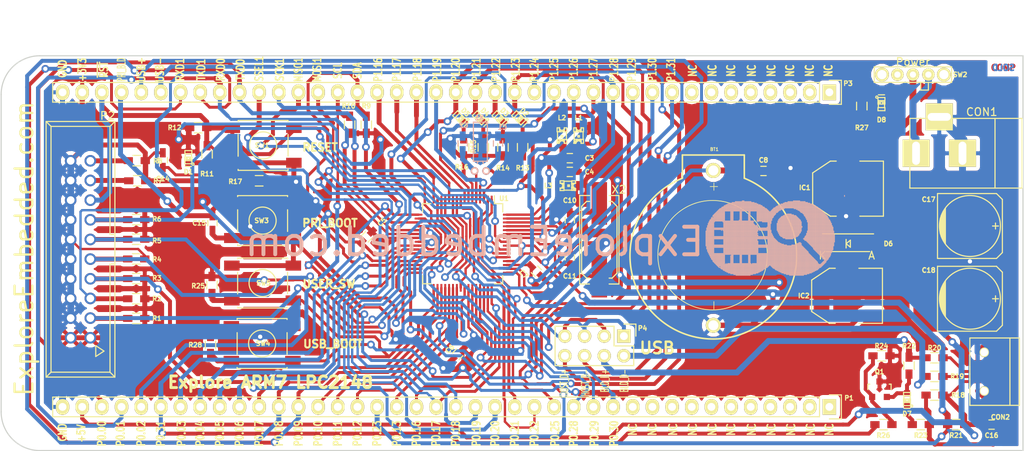
<source format=kicad_pcb>
(kicad_pcb (version 20171130) (host pcbnew "(5.1.12)-1")
  (layers (0 F.Cu signal) (31 B.Cu signal) (34 B.Paste user) (35 F.Paste user) (36 B.SilkS user) (37 F.SilkS user) (38 B.Mask user) (39 F.Mask user) (44 Edge.Cuts user))
  (net 0 "")
  (net 1 "Net-(BT1-Pad1)")
  (net 2 GND)
  (net 3 "Net-(C1-Pad1)")
  (net 4 "Net-(C2-Pad1)")
  (net 5 "Net-(C3-Pad1)")
  (net 6 /VDDA)
  (net 7 +3.3VP)
  (net 8 "Net-(C10-Pad1)")
  (net 9 "Net-(C11-Pad2)")
  (net 10 /~RST)
  (net 11 PRI_BLD)
  (net 12 +5V)
  (net 13 "Net-(C17-Pad1)")
  (net 14 "Net-(CON1-Pad1)")
  (net 15 "Net-(CON2-Pad2)")
  (net 16 "Net-(CON2-Pad3)")
  (net 17 "Net-(D1-Pad2)")
  (net 18 "Net-(D2-Pad2)")
  (net 19 /u_led_1)
  (net 20 "Net-(D3-Pad2)")
  (net 21 /u_led_2)
  (net 22 "Net-(D4-Pad2)")
  (net 23 /u_led_3)
  (net 24 "Net-(D5-Pad2)")
  (net 25 /u_led_4)
  (net 26 "Net-(D7-Pad2)")
  (net 27 "Net-(D7-Pad1)")
  (net 28 "Net-(D8-Pad2)")
  (net 29 "Net-(L3-Pad2)")
  (net 30 "Net-(P1-Pad1)")
  (net 31 "Net-(P1-Pad2)")
  (net 32 "Net-(P1-Pad3)")
  (net 33 "Net-(P1-Pad4)")
  (net 34 "Net-(P1-Pad5)")
  (net 35 "Net-(P1-Pad6)")
  (net 36 "Net-(P1-Pad7)")
  (net 37 "Net-(P1-Pad8)")
  (net 38 "Net-(P1-Pad9)")
  (net 39 "Net-(P1-Pad10)")
  (net 40 "Net-(P1-Pad11)")
  (net 41 "Net-(P1-Pad12)")
  (net 42 "Net-(P1-Pad13)")
  (net 43 "Net-(P1-Pad14)")
  (net 44 "Net-(P1-Pad15)")
  (net 45 "Net-(P1-Pad16)")
  (net 46 /SSEL1)
  (net 47 /MOSI1)
  (net 48 /MISO1)
  (net 49 /SCK1)
  (net 50 "Net-(P1-Pad22)")
  (net 51 "Net-(P1-Pad23)")
  (net 52 /VBUS)
  (net 53 "Net-(P1-Pad25)")
  (net 54 "Net-(P1-Pad26)")
  (net 55 "Net-(P1-Pad27)")
  (net 56 /RXD1)
  (net 57 /TXD1)
  (net 58 /u_sw_1)
  (net 59 "Net-(P1-Pad31)")
  (net 60 "Net-(P1-Pad32)")
  (net 61 "Net-(P1-Pad33)")
  (net 62 /SDA0)
  (net 63 /CONNECT)
  (net 64 /SCL0)
  (net 65 /RXD0)
  (net 66 /TXD0)
  (net 67 /~TRST)
  (net 68 /TDI)
  (net 69 /TMS)
  (net 70 /TCK)
  (net 71 /RTCK)
  (net 72 /TD0)
  (net 73 "Net-(P2-Pad17)")
  (net 74 "Net-(P2-Pad19)")
  (net 75 "Net-(P3-Pad1)")
  (net 76 "Net-(P3-Pad2)")
  (net 77 "Net-(P3-Pad3)")
  (net 78 "Net-(P3-Pad4)")
  (net 79 "Net-(P3-Pad5)")
  (net 80 "Net-(P3-Pad6)")
  (net 81 "Net-(P3-Pad7)")
  (net 82 "Net-(P3-Pad8)")
  (net 83 "Net-(P3-Pad15)")
  (net 84 "Net-(P3-Pad16)")
  (net 85 "Net-(P3-Pad21)")
  (net 86 "Net-(P3-Pad22)")
  (net 87 "Net-(P3-Pad23)")
  (net 88 "Net-(P3-Pad24)")
  (net 89 HOST_USB_D-)
  (net 90 HOST_USB_D+)
  (net 91 USB_D-)
  (net 92 "Net-(P4-Pad2)")
  (net 93 USB_D+)
  (net 94 "Net-(P4-Pad4)")
  (net 95 "Net-(Q1-Pad1)")
  (net 96 USB_BLD)
  (net 97 "Net-(P1-Pad17)")
  (module EE:Crystal_Round_Horizontal_2mm_NEW (layer B.Cu) (at 120.904 55.88 180)
    (fp_text reference X1 (at 0.154 6.88 180) (layer B.SilkS) (effects (font (size 0.6 0.6)) (justify mirror)))
    (fp_text value 3.768KHz hide)
    (pad 1 thru_hole circle (at -0.7493 0 180) (size 1.00076 1.00076) (drill 0.59944) (layers *.Cu *.Mask B.SilkS) (net 3 "Net-(C1-Pad1)"))
    (pad 2 thru_hole circle (at 0.7493 0 180) (size 1.00076 1.00076) (drill 0.59944) (layers *.Cu *.Mask B.SilkS) (net 4 "Net-(C2-Pad1)"))
    (pad 3 smd rect (at 0 3.25 180) (size 1.6 2) (layers B.Cu B.Paste B.Mask) (net 2 GND))
  )
  (module EE:BATT_rtc_XL (layer F.Cu) (at 151.003 75.819 90)
    (fp_text reference BT1 (at 22.733 0.127 180) (layer F.SilkS) (effects (font (size 0.4064 0.4064) (thickness 0.0889))))
    (fp_text value CR2032 hide)
    (fp_text user + (at 17.9197 -0.03302 90) (layer F.SilkS) (effects (font (size 1.27 1.27) (thickness 0.0889))))
    (fp_text user - (at 2.58318 -0.03302 90) (layer F.SilkS) (effects (font (size 1.27 1.27) (thickness 0.0889))))
    (pad 1 thru_hole circle (at 19.99996 0 90) (size 1.94818 1.94818) (drill 1.29794) (layers *.Cu *.Mask F.Paste F.SilkS) (net 1 "Net-(BT1-Pad1)"))
    (pad 2 thru_hole circle (at 0 0 90) (size 1.94818 1.94818) (drill 1.29794) (layers *.Cu *.Mask F.Paste F.SilkS) (net 2 GND))
  )
  (module Capacitors_SMD:C_0603_HandSoldering (layer B.Cu) (at 123.19 52.324 90)
    (fp_text reference C1 (at 2.074 0.56 180) (layer B.SilkS) (effects (font (size 0.6 0.6)) (justify mirror)))
    (fp_text value 22pf hide)
    (pad 1 smd rect (at -0.95 0 90) (size 1.2 0.75) (layers B.Cu B.Paste B.Mask) (net 3 "Net-(C1-Pad1)"))
    (pad 2 smd rect (at 0.95 0 90) (size 1.2 0.75) (layers B.Cu B.Paste B.Mask) (net 2 GND))
  )
  (module Capacitors_SMD:C_0603_HandSoldering (layer B.Cu) (at 118.618 52.324 90)
    (fp_text reference C2 (at 2.324 0.132 180) (layer B.SilkS) (effects (font (size 0.6 0.6)) (justify mirror)))
    (fp_text value 22pf hide)
    (pad 1 smd rect (at -0.95 0 90) (size 1.2 0.75) (layers B.Cu B.Paste B.Mask) (net 4 "Net-(C2-Pad1)"))
    (pad 2 smd rect (at 0.95 0 90) (size 1.2 0.75) (layers B.Cu B.Paste B.Mask) (net 2 GND))
  )
  (module Capacitors_SMD:C_0603_HandSoldering (layer F.Cu) (at 132.461 54.229)
    (fp_text reference C3 (at 2.54 0) (layer F.SilkS) (effects (font (size 0.6 0.6))))
    (fp_text value 4.7uF hide)
    (pad 1 smd rect (at -0.95 0) (size 1.2 0.75) (layers F.Cu F.Paste F.Mask) (net 5 "Net-(C3-Pad1)"))
    (pad 2 smd rect (at 0.95 0) (size 1.2 0.75) (layers F.Cu F.Paste F.Mask) (net 6 /VDDA))
  )
  (module Capacitors_SMD:C_0603_HandSoldering (layer F.Cu) (at 132.461 56.007)
    (fp_text reference C4 (at 2.54 0) (layer F.SilkS) (effects (font (size 0.6 0.6))))
    (fp_text value 100nf hide)
    (pad 1 smd rect (at -0.95 0) (size 1.2 0.75) (layers F.Cu F.Paste F.Mask) (net 5 "Net-(C3-Pad1)"))
    (pad 2 smd rect (at 0.95 0) (size 1.2 0.75) (layers F.Cu F.Paste F.Mask) (net 6 /VDDA))
  )
  (module Capacitors_SMD:C_0603_HandSoldering (layer F.Cu) (at 106.2355 64.389 45)
    (fp_text reference C5 (at 2.738978 0.044901 45) (layer F.SilkS) (effects (font (size 0.6 0.6))))
    (fp_text value 100nf hide)
    (pad 1 smd rect (at -0.95 0 45) (size 1.2 0.75) (layers F.Cu F.Paste F.Mask) (net 2 GND))
    (pad 2 smd rect (at 0.95 0 45) (size 1.2 0.75) (layers F.Cu F.Paste F.Mask) (net 7 +3.3VP))
  )
  (module Capacitors_SMD:C_0603_HandSoldering (layer F.Cu) (at 117.983 79.5655 45)
    (fp_text reference C6 (at -0.224506 -1.212335 45) (layer F.SilkS) (effects (font (size 0.6 0.6))))
    (fp_text value 100nf hide)
    (pad 1 smd rect (at -0.95 0 45) (size 1.2 0.75) (layers F.Cu F.Paste F.Mask) (net 2 GND))
    (pad 2 smd rect (at 0.95 0 45) (size 1.2 0.75) (layers F.Cu F.Paste F.Mask) (net 7 +3.3VP))
  )
  (module Capacitors_SMD:C_0603_HandSoldering (layer F.Cu) (at 128.143 68.834 135)
    (fp_text reference C7 (at 0.898026 -1.436841 135) (layer F.SilkS) (effects (font (size 0.6 0.6))))
    (fp_text value 100nf hide)
    (pad 1 smd rect (at -0.95 0 135) (size 1.2 0.75) (layers F.Cu F.Paste F.Mask) (net 2 GND))
    (pad 2 smd rect (at 0.95 0 135) (size 1.2 0.75) (layers F.Cu F.Paste F.Mask) (net 7 +3.3VP))
  )
  (module Capacitors_SMD:C_0603_HandSoldering (layer F.Cu) (at 157.48 55.88)
    (fp_text reference C8 (at 0 -1.397) (layer F.SilkS) (effects (font (size 0.6 0.6))))
    (fp_text value 100nf hide)
    (pad 1 smd rect (at -0.95 0) (size 1.2 0.75) (layers F.Cu F.Paste F.Mask) (net 1 "Net-(BT1-Pad1)"))
    (pad 2 smd rect (at 0.95 0) (size 1.2 0.75) (layers F.Cu F.Paste F.Mask) (net 2 GND))
  )
  (module Capacitors_SMD:C_0603_HandSoldering (layer F.Cu) (at 132.461 62.23 270)
    (fp_text reference C10 (at -2.54 0) (layer F.SilkS) (effects (font (size 0.6 0.6))))
    (fp_text value 22pf hide)
    (pad 1 smd rect (at -0.95 0 270) (size 1.2 0.75) (layers F.Cu F.Paste F.Mask) (net 8 "Net-(C10-Pad1)"))
    (pad 2 smd rect (at 0.95 0 270) (size 1.2 0.75) (layers F.Cu F.Paste F.Mask) (net 2 GND))
  )
  (module Capacitors_SMD:C_0603_HandSoldering (layer F.Cu) (at 132.461 67.056 270)
    (fp_text reference C11 (at 2.413 0) (layer F.SilkS) (effects (font (size 0.6 0.6))))
    (fp_text value 22pf hide)
    (pad 1 smd rect (at -0.95 0 270) (size 1.2 0.75) (layers F.Cu F.Paste F.Mask) (net 2 GND))
    (pad 2 smd rect (at 0.95 0 270) (size 1.2 0.75) (layers F.Cu F.Paste F.Mask) (net 9 "Net-(C11-Pad2)"))
  )
  (module Capacitors_SMD:C_0603_HandSoldering (layer F.Cu) (at 79.883 54.483 270)
    (fp_text reference C14 (at 2.413 0) (layer F.SilkS) (effects (font (size 0.6 0.6))))
    (fp_text value 100nf hide)
    (pad 1 smd rect (at -0.95 0 270) (size 1.2 0.75) (layers F.Cu F.Paste F.Mask) (net 2 GND))
    (pad 2 smd rect (at 0.95 0 270) (size 1.2 0.75) (layers F.Cu F.Paste F.Mask) (net 10 /~RST))
  )
  (module Capacitors_SMD:C_0603_HandSoldering (layer F.Cu) (at 86.2965 62.611 90)
    (fp_text reference C15 (at 0 -1.7145 180) (layer F.SilkS) (effects (font (size 0.6 0.6))))
    (fp_text value 100nf hide)
    (pad 1 smd rect (at -0.95 0 90) (size 1.2 0.75) (layers F.Cu F.Paste F.Mask) (net 2 GND))
    (pad 2 smd rect (at 0.95 0 90) (size 1.2 0.75) (layers F.Cu F.Paste F.Mask) (net 11 PRI_BLD))
  )
  (module Capacitors_SMD:C_0603_HandSoldering (layer F.Cu) (at 186.944 88.646)
    (fp_text reference C16 (at 0 1.397) (layer F.SilkS) (effects (font (size 0.6 0.6))))
    (fp_text value 100nf hide)
    (pad 1 smd rect (at -0.95 0) (size 1.2 0.75) (layers F.Cu F.Paste F.Mask) (net 12 +5V))
    (pad 2 smd rect (at 0.95 0) (size 1.2 0.75) (layers F.Cu F.Paste F.Mask) (net 2 GND))
  )
  (module Capacitors_SMD:c_elec_8x10.5 (layer F.Cu) (at 184.15 62.992)
    (fp_text reference C17 (at -5.334 -3.429) (layer F.SilkS) (effects (font (size 0.6 0.6))))
    (fp_text value 100uF/25V hide)
    (pad 1 smd rect (at 3.2512 0) (size 3.50012 2.4003) (layers F.Cu F.Paste F.Mask) (net 13 "Net-(C17-Pad1)"))
    (pad 2 smd rect (at -3.2512 0) (size 3.50012 2.4003) (layers F.Cu F.Paste F.Mask) (net 2 GND))
  )
  (module Capacitors_SMD:c_elec_8x10.5 (layer F.Cu) (at 184.15 72.39)
    (fp_text reference C18 (at -5.334 -3.683) (layer F.SilkS) (effects (font (size 0.6 0.6))))
    (fp_text value 100uF/25V hide)
    (pad 1 smd rect (at 3.2512 0) (size 3.50012 2.4003) (layers F.Cu F.Paste F.Mask) (net 12 +5V))
    (pad 2 smd rect (at -3.2512 0) (size 3.50012 2.4003) (layers F.Cu F.Paste F.Mask) (net 2 GND))
  )
  (module Connect:BARREL_JACK (layer F.Cu) (at 183.388 53.594 180)
    (fp_text reference CON1 (at -2.286 5.334) (layer F.SilkS))
    (fp_text value BARREL_JACK hide)
    (pad 1 thru_hole rect (at 6.20014 0 180) (size 3.50012 3.50012) (drill oval 1.00076 2.99974) (layers *.Cu *.Mask F.SilkS) (net 14 "Net-(CON1-Pad1)"))
    (pad 2 thru_hole rect (at 0.20066 0 180) (size 3.50012 3.50012) (drill oval 1.00076 2.99974) (layers *.Cu *.Mask F.SilkS) (net 2 GND))
    (pad 3 thru_hole rect (at 3.2004 4.699 180) (size 3.50012 3.50012) (drill oval 2.99974 1.00076) (layers *.Cu *.Mask F.SilkS) (net 2 GND))
  )
  (module SMD_Packages:SOT-223 (layer F.Cu) (at 168.402 58.166 90)
    (fp_text reference IC1 (at 0.127 -5.588 180) (layer F.SilkS) (effects (font (size 0.6 0.6))))
    (fp_text value LM1117 hide)
    (pad 4 smd rect (at 0 -3.302 90) (size 3.6576 2.032) (layers F.Cu F.Paste F.Mask) (net 12 +5V))
    (pad 2 smd rect (at 0 3.302 90) (size 1.016 2.032) (layers F.Cu F.Paste F.Mask) (net 12 +5V))
    (pad 3 smd rect (at 2.286 3.302 90) (size 1.016 2.032) (layers F.Cu F.Paste F.Mask) (net 13 "Net-(C17-Pad1)"))
    (pad 1 smd rect (at -2.286 3.302 90) (size 1.016 2.032) (layers F.Cu F.Paste F.Mask) (net 2 GND))
  )
  (module SMD_Packages:SOT-223 (layer F.Cu) (at 168.275 72.009 90)
    (fp_text reference IC2 (at 0 -5.588 180) (layer F.SilkS) (effects (font (size 0.6 0.6))))
    (fp_text value LM1117 hide)
    (pad 4 smd rect (at 0 -3.302 90) (size 3.6576 2.032) (layers F.Cu F.Paste F.Mask) (net 7 +3.3VP))
    (pad 2 smd rect (at 0 3.302 90) (size 1.016 2.032) (layers F.Cu F.Paste F.Mask) (net 7 +3.3VP))
    (pad 3 smd rect (at 2.286 3.302 90) (size 1.016 2.032) (layers F.Cu F.Paste F.Mask) (net 12 +5V))
    (pad 1 smd rect (at -2.286 3.302 90) (size 1.016 2.032) (layers F.Cu F.Paste F.Mask) (net 2 GND))
  )
  (module LEDs:LED-0805 (layer F.Cu) (at 133.604 51.308 90)
    (fp_text reference L1 (at 2.286 0 180) (layer F.SilkS) (effects (font (size 0.6 0.6))))
    (fp_text value FER hide)
    (pad 2 smd rect (at 1.04902 0 270) (size 1.19888 1.19888) (layers F.Cu F.Paste F.Mask) (net 7 +3.3VP))
    (pad 1 smd rect (at -1.04902 0 270) (size 1.19888 1.19888) (layers F.Cu F.Paste F.Mask) (net 6 /VDDA))
  )
  (module LEDs:LED-0805 (layer F.Cu) (at 131.445 51.308 90)
    (fp_text reference L2 (at 2.286 0 180) (layer F.SilkS) (effects (font (size 0.6 0.6))))
    (fp_text value FER hide)
    (pad 2 smd rect (at 1.04902 0 270) (size 1.19888 1.19888) (layers F.Cu F.Paste F.Mask) (net 2 GND))
    (pad 1 smd rect (at -1.04902 0 270) (size 1.19888 1.19888) (layers F.Cu F.Paste F.Mask) (net 5 "Net-(C3-Pad1)"))
  )
  (module LEDs:LED-0805 (layer F.Cu) (at 132.207 57.785 180)
    (fp_text reference L3 (at 2.54 0 180) (layer F.SilkS) (effects (font (size 0.6 0.6))))
    (fp_text value FER hide)
    (pad 2 smd rect (at 1.04902 0) (size 1.19888 1.19888) (layers F.Cu F.Paste F.Mask) (net 29 "Net-(L3-Pad2)"))
    (pad 1 smd rect (at -1.04902 0) (size 1.19888 1.19888) (layers F.Cu F.Paste F.Mask) (net 7 +3.3VP))
  )
  (module Pin_Headers:Pin_Header_Straight_1x40 (layer F.Cu) (at 165.989 86.36 270)
    (fp_text reference P1 (at -1.143 -2.54) (layer F.SilkS) (effects (font (size 0.6 0.6))))
    (fp_text value CONN_01X40 hide)
    (pad 1 thru_hole rect (at 0 0 270) (size 2.032 1.7272) (drill 1.016) (layers *.Cu *.Mask F.SilkS) (net 30 "Net-(P1-Pad1)"))
    (pad 2 thru_hole oval (at 0 2.54 270) (size 2.032 1.7272) (drill 1.016) (layers *.Cu *.Mask F.SilkS) (net 31 "Net-(P1-Pad2)"))
    (pad 3 thru_hole oval (at 0 5.08 270) (size 2.032 1.7272) (drill 1.016) (layers *.Cu *.Mask F.SilkS) (net 32 "Net-(P1-Pad3)"))
    (pad 4 thru_hole oval (at 0 7.62 270) (size 2.032 1.7272) (drill 1.016) (layers *.Cu *.Mask F.SilkS) (net 33 "Net-(P1-Pad4)"))
    (pad 5 thru_hole oval (at 0 10.16 270) (size 2.032 1.7272) (drill 1.016) (layers *.Cu *.Mask F.SilkS) (net 34 "Net-(P1-Pad5)"))
    (pad 6 thru_hole oval (at 0 12.7 270) (size 2.032 1.7272) (drill 1.016) (layers *.Cu *.Mask F.SilkS) (net 35 "Net-(P1-Pad6)"))
    (pad 7 thru_hole oval (at 0 15.24 270) (size 2.032 1.7272) (drill 1.016) (layers *.Cu *.Mask F.SilkS) (net 36 "Net-(P1-Pad7)"))
    (pad 8 thru_hole oval (at 0 17.78 270) (size 2.032 1.7272) (drill 1.016) (layers *.Cu *.Mask F.SilkS) (net 37 "Net-(P1-Pad8)"))
    (pad 9 thru_hole oval (at 0 20.32 270) (size 2.032 1.7272) (drill 1.016) (layers *.Cu *.Mask F.SilkS) (net 38 "Net-(P1-Pad9)"))
    (pad 10 thru_hole oval (at 0 22.86 270) (size 2.032 1.7272) (drill 1.016) (layers *.Cu *.Mask F.SilkS) (net 39 "Net-(P1-Pad10)"))
    (pad 11 thru_hole oval (at 0 25.4 270) (size 2.032 1.7272) (drill 1.016) (layers *.Cu *.Mask F.SilkS) (net 40 "Net-(P1-Pad11)"))
    (pad 12 thru_hole oval (at 0 27.94 270) (size 2.032 1.7272) (drill 1.016) (layers *.Cu *.Mask F.SilkS) (net 41 "Net-(P1-Pad12)"))
    (pad 13 thru_hole oval (at 0 30.48 270) (size 2.032 1.7272) (drill 1.016) (layers *.Cu *.Mask F.SilkS) (net 42 "Net-(P1-Pad13)"))
    (pad 14 thru_hole oval (at 0 33.02 270) (size 2.032 1.7272) (drill 1.016) (layers *.Cu *.Mask F.SilkS) (net 43 "Net-(P1-Pad14)"))
    (pad 15 thru_hole oval (at 0 35.56 270) (size 2.032 1.7272) (drill 1.016) (layers *.Cu *.Mask F.SilkS) (net 44 "Net-(P1-Pad15)"))
    (pad 16 thru_hole oval (at 0 38.1 270) (size 2.032 1.7272) (drill 1.016) (layers *.Cu *.Mask F.SilkS) (net 45 "Net-(P1-Pad16)"))
    (pad 17 thru_hole oval (at 0 40.64 270) (size 2.032 1.7272) (drill 1.016) (layers *.Cu *.Mask F.SilkS) (net 97 "Net-(P1-Pad17)"))
    (pad 18 thru_hole oval (at 0 43.18 270) (size 2.032 1.7272) (drill 1.016) (layers *.Cu *.Mask F.SilkS) (net 46 /SSEL1))
    (pad 19 thru_hole oval (at 0 45.72 270) (size 2.032 1.7272) (drill 1.016) (layers *.Cu *.Mask F.SilkS) (net 47 /MOSI1))
    (pad 20 thru_hole oval (at 0 48.26 270) (size 2.032 1.7272) (drill 1.016) (layers *.Cu *.Mask F.SilkS) (net 48 /MISO1))
    (pad 21 thru_hole oval (at 0 50.8 270) (size 2.032 1.7272) (drill 1.016) (layers *.Cu *.Mask F.SilkS) (net 49 /SCK1))
    (pad 22 thru_hole oval (at 0 53.34 270) (size 2.032 1.7272) (drill 1.016) (layers *.Cu *.Mask F.SilkS) (net 50 "Net-(P1-Pad22)"))
    (pad 23 thru_hole oval (at 0 55.88 270) (size 2.032 1.7272) (drill 1.016) (layers *.Cu *.Mask F.SilkS) (net 51 "Net-(P1-Pad23)"))
    (pad 24 thru_hole oval (at 0 58.42 270) (size 2.032 1.7272) (drill 1.016) (layers *.Cu *.Mask F.SilkS) (net 52 /VBUS))
    (pad 25 thru_hole oval (at 0 60.96 270) (size 2.032 1.7272) (drill 1.016) (layers *.Cu *.Mask F.SilkS) (net 53 "Net-(P1-Pad25)"))
    (pad 26 thru_hole oval (at 0 63.5 270) (size 2.032 1.7272) (drill 1.016) (layers *.Cu *.Mask F.SilkS) (net 54 "Net-(P1-Pad26)"))
    (pad 27 thru_hole oval (at 0 66.04 270) (size 2.032 1.7272) (drill 1.016) (layers *.Cu *.Mask F.SilkS) (net 55 "Net-(P1-Pad27)"))
    (pad 28 thru_hole oval (at 0 68.58 270) (size 2.032 1.7272) (drill 1.016) (layers *.Cu *.Mask F.SilkS) (net 56 /RXD1))
    (pad 29 thru_hole oval (at 0 71.12 270) (size 2.032 1.7272) (drill 1.016) (layers *.Cu *.Mask F.SilkS) (net 57 /TXD1))
    (pad 30 thru_hole oval (at 0 73.66 270) (size 2.032 1.7272) (drill 1.016) (layers *.Cu *.Mask F.SilkS) (net 58 /u_sw_1))
    (pad 31 thru_hole oval (at 0 76.2 270) (size 2.032 1.7272) (drill 1.016) (layers *.Cu *.Mask F.SilkS) (net 59 "Net-(P1-Pad31)"))
    (pad 32 thru_hole oval (at 0 78.74 270) (size 2.032 1.7272) (drill 1.016) (layers *.Cu *.Mask F.SilkS) (net 60 "Net-(P1-Pad32)"))
    (pad 33 thru_hole oval (at 0 81.28 270) (size 2.032 1.7272) (drill 1.016) (layers *.Cu *.Mask F.SilkS) (net 61 "Net-(P1-Pad33)"))
    (pad 34 thru_hole oval (at 0 83.82 270) (size 2.032 1.7272) (drill 1.016) (layers *.Cu *.Mask F.SilkS) (net 62 /SDA0))
    (pad 35 thru_hole oval (at 0 86.36 270) (size 2.032 1.7272) (drill 1.016) (layers *.Cu *.Mask F.SilkS) (net 63 /CONNECT))
    (pad 36 thru_hole oval (at 0 88.9 270) (size 2.032 1.7272) (drill 1.016) (layers *.Cu *.Mask F.SilkS) (net 64 /SCL0))
    (pad 37 thru_hole oval (at 0 91.44 270) (size 2.032 1.7272) (drill 1.016) (layers *.Cu *.Mask F.SilkS) (net 65 /RXD0))
    (pad 38 thru_hole oval (at 0 93.98 270) (size 2.032 1.7272) (drill 1.016) (layers *.Cu *.Mask F.SilkS) (net 66 /TXD0))
    (pad 39 thru_hole oval (at 0 96.52 270) (size 2.032 1.7272) (drill 1.016) (layers *.Cu *.Mask F.SilkS) (net 12 +5V))
    (pad 40 thru_hole oval (at 0 99.06 270) (size 2.032 1.7272) (drill 1.016) (layers *.Cu *.Mask F.SilkS) (net 2 GND))
  )
  (module Connect:VASCH10x2 (layer F.Cu) (at 69.25 66 90)
    (fp_text reference P2 (at 17.25 3.5 180) (layer F.SilkS))
    (fp_text value JTAG hide)
    (pad 1 thru_hole circle (at -11.43 1.27 90) (size 1.50622 1.50622) (drill 0.99822) (layers *.Cu *.Mask) (net 7 +3.3VP))
    (pad 2 thru_hole circle (at -11.43 -1.27 90) (size 1.50622 1.50622) (drill 0.99822) (layers *.Cu *.Mask) (net 7 +3.3VP))
    (pad 3 thru_hole circle (at -8.89 1.27 90) (size 1.50622 1.50622) (drill 0.99822) (layers *.Cu *.Mask) (net 67 /~TRST))
    (pad 4 thru_hole circle (at -8.89 -1.27 90) (size 1.50622 1.50622) (drill 0.99822) (layers *.Cu *.Mask) (net 2 GND))
    (pad 5 thru_hole circle (at -6.35 1.27 90) (size 1.50622 1.50622) (drill 0.99822) (layers *.Cu *.Mask) (net 68 /TDI))
    (pad 6 thru_hole circle (at -6.35 -1.27 90) (size 1.50622 1.50622) (drill 0.99822) (layers *.Cu *.Mask) (net 2 GND))
    (pad 7 thru_hole circle (at -3.81 1.27 90) (size 1.50622 1.50622) (drill 0.99822) (layers *.Cu *.Mask) (net 69 /TMS))
    (pad 8 thru_hole circle (at -3.81 -1.27 90) (size 1.50622 1.50622) (drill 0.99822) (layers *.Cu *.Mask) (net 2 GND))
    (pad 9 thru_hole circle (at -1.27 1.27 90) (size 1.50622 1.50622) (drill 0.99822) (layers *.Cu *.Mask) (net 70 /TCK))
    (pad 10 thru_hole circle (at -1.27 -1.27 90) (size 1.50622 1.50622) (drill 0.99822) (layers *.Cu *.Mask) (net 2 GND))
    (pad 11 thru_hole circle (at 1.27 1.27 90) (size 1.50622 1.50622) (drill 0.99822) (layers *.Cu *.Mask) (net 71 /RTCK))
    (pad 12 thru_hole circle (at 1.27 -1.27 90) (size 1.50622 1.50622) (drill 0.99822) (layers *.Cu *.Mask) (net 2 GND))
    (pad 13 thru_hole circle (at 3.81 1.27 90) (size 1.50622 1.50622) (drill 0.99822) (layers *.Cu *.Mask) (net 72 /TD0))
    (pad 14 thru_hole circle (at 3.81 -1.27 90) (size 1.50622 1.50622) (drill 0.99822) (layers *.Cu *.Mask) (net 2 GND))
    (pad 15 thru_hole circle (at 6.35 1.27 90) (size 1.50622 1.50622) (drill 0.99822) (layers *.Cu *.Mask) (net 10 /~RST))
    (pad 16 thru_hole circle (at 6.35 -1.27 90) (size 1.50622 1.50622) (drill 0.99822) (layers *.Cu *.Mask) (net 2 GND))
    (pad 17 thru_hole circle (at 8.89 1.27 90) (size 1.50622 1.50622) (drill 0.99822) (layers *.Cu *.Mask) (net 73 "Net-(P2-Pad17)"))
    (pad 18 thru_hole circle (at 8.89 -1.27 90) (size 1.50622 1.50622) (drill 0.99822) (layers *.Cu *.Mask) (net 2 GND))
    (pad 19 thru_hole circle (at 11.43 1.27 90) (size 1.50622 1.50622) (drill 0.99822) (layers *.Cu *.Mask) (net 74 "Net-(P2-Pad19)"))
    (pad 20 thru_hole circle (at 11.43 -1.27 90) (size 1.50622 1.50622) (drill 0.99822) (layers *.Cu *.Mask) (net 2 GND))
  )
  (module Pin_Headers:Pin_Header_Straight_1x40 (layer F.Cu) (at 165.989 45.72 270)
    (fp_text reference P3 (at -1.143 -2.413) (layer F.SilkS) (effects (font (size 0.6 0.6))))
    (fp_text value CONN_01X40 hide)
    (pad 1 thru_hole rect (at 0 0 270) (size 2.032 1.7272) (drill 1.016) (layers *.Cu *.Mask F.SilkS) (net 75 "Net-(P3-Pad1)"))
    (pad 2 thru_hole oval (at 0 2.54 270) (size 2.032 1.7272) (drill 1.016) (layers *.Cu *.Mask F.SilkS) (net 76 "Net-(P3-Pad2)"))
    (pad 3 thru_hole oval (at 0 5.08 270) (size 2.032 1.7272) (drill 1.016) (layers *.Cu *.Mask F.SilkS) (net 77 "Net-(P3-Pad3)"))
    (pad 4 thru_hole oval (at 0 7.62 270) (size 2.032 1.7272) (drill 1.016) (layers *.Cu *.Mask F.SilkS) (net 78 "Net-(P3-Pad4)"))
    (pad 5 thru_hole oval (at 0 10.16 270) (size 2.032 1.7272) (drill 1.016) (layers *.Cu *.Mask F.SilkS) (net 79 "Net-(P3-Pad5)"))
    (pad 6 thru_hole oval (at 0 12.7 270) (size 2.032 1.7272) (drill 1.016) (layers *.Cu *.Mask F.SilkS) (net 80 "Net-(P3-Pad6)"))
    (pad 7 thru_hole oval (at 0 15.24 270) (size 2.032 1.7272) (drill 1.016) (layers *.Cu *.Mask F.SilkS) (net 81 "Net-(P3-Pad7)"))
    (pad 8 thru_hole oval (at 0 17.78 270) (size 2.032 1.7272) (drill 1.016) (layers *.Cu *.Mask F.SilkS) (net 82 "Net-(P3-Pad8)"))
    (pad 9 thru_hole oval (at 0 20.32 270) (size 2.032 1.7272) (drill 1.016) (layers *.Cu *.Mask F.SilkS) (net 67 /~TRST))
    (pad 10 thru_hole oval (at 0 22.86 270) (size 2.032 1.7272) (drill 1.016) (layers *.Cu *.Mask F.SilkS) (net 69 /TMS))
    (pad 11 thru_hole oval (at 0 25.4 270) (size 2.032 1.7272) (drill 1.016) (layers *.Cu *.Mask F.SilkS) (net 70 /TCK))
    (pad 12 thru_hole oval (at 0 27.94 270) (size 2.032 1.7272) (drill 1.016) (layers *.Cu *.Mask F.SilkS) (net 68 /TDI))
    (pad 13 thru_hole oval (at 0 30.48 270) (size 2.032 1.7272) (drill 1.016) (layers *.Cu *.Mask F.SilkS) (net 72 /TD0))
    (pad 14 thru_hole oval (at 0 33.02 270) (size 2.032 1.7272) (drill 1.016) (layers *.Cu *.Mask F.SilkS) (net 71 /RTCK))
    (pad 15 thru_hole oval (at 0 35.56 270) (size 2.032 1.7272) (drill 1.016) (layers *.Cu *.Mask F.SilkS) (net 83 "Net-(P3-Pad15)"))
    (pad 16 thru_hole oval (at 0 38.1 270) (size 2.032 1.7272) (drill 1.016) (layers *.Cu *.Mask F.SilkS) (net 84 "Net-(P3-Pad16)"))
    (pad 17 thru_hole oval (at 0 40.64 270) (size 2.032 1.7272) (drill 1.016) (layers *.Cu *.Mask F.SilkS) (net 19 /u_led_1))
    (pad 18 thru_hole oval (at 0 43.18 270) (size 2.032 1.7272) (drill 1.016) (layers *.Cu *.Mask F.SilkS) (net 21 /u_led_2))
    (pad 19 thru_hole oval (at 0 45.72 270) (size 2.032 1.7272) (drill 1.016) (layers *.Cu *.Mask F.SilkS) (net 23 /u_led_3))
    (pad 20 thru_hole oval (at 0 48.26 270) (size 2.032 1.7272) (drill 1.016) (layers *.Cu *.Mask F.SilkS) (net 25 /u_led_4))
    (pad 21 thru_hole oval (at 0 50.8 270) (size 2.032 1.7272) (drill 1.016) (layers *.Cu *.Mask F.SilkS) (net 85 "Net-(P3-Pad21)"))
    (pad 22 thru_hole oval (at 0 53.34 270) (size 2.032 1.7272) (drill 1.016) (layers *.Cu *.Mask F.SilkS) (net 86 "Net-(P3-Pad22)"))
    (pad 23 thru_hole oval (at 0 55.88 270) (size 2.032 1.7272) (drill 1.016) (layers *.Cu *.Mask F.SilkS) (net 87 "Net-(P3-Pad23)"))
    (pad 24 thru_hole oval (at 0 58.42 270) (size 2.032 1.7272) (drill 1.016) (layers *.Cu *.Mask F.SilkS) (net 88 "Net-(P3-Pad24)"))
    (pad 25 thru_hole oval (at 0 60.96 270) (size 2.032 1.7272) (drill 1.016) (layers *.Cu *.Mask F.SilkS) (net 62 /SDA0))
    (pad 26 thru_hole oval (at 0 63.5 270) (size 2.032 1.7272) (drill 1.016) (layers *.Cu *.Mask F.SilkS) (net 64 /SCL0))
    (pad 27 thru_hole oval (at 0 66.04 270) (size 2.032 1.7272) (drill 1.016) (layers *.Cu *.Mask F.SilkS) (net 47 /MOSI1))
    (pad 28 thru_hole oval (at 0 68.58 270) (size 2.032 1.7272) (drill 1.016) (layers *.Cu *.Mask F.SilkS) (net 48 /MISO1))
    (pad 29 thru_hole oval (at 0 71.12 270) (size 2.032 1.7272) (drill 1.016) (layers *.Cu *.Mask F.SilkS) (net 49 /SCK1))
    (pad 30 thru_hole oval (at 0 73.66 270) (size 2.032 1.7272) (drill 1.016) (layers *.Cu *.Mask F.SilkS) (net 46 /SSEL1))
    (pad 31 thru_hole oval (at 0 76.2 270) (size 2.032 1.7272) (drill 1.016) (layers *.Cu *.Mask F.SilkS) (net 66 /TXD0))
    (pad 32 thru_hole oval (at 0 78.74 270) (size 2.032 1.7272) (drill 1.016) (layers *.Cu *.Mask F.SilkS) (net 65 /RXD0))
    (pad 33 thru_hole oval (at 0 81.28 270) (size 2.032 1.7272) (drill 1.016) (layers *.Cu *.Mask F.SilkS) (net 57 /TXD1))
    (pad 34 thru_hole oval (at 0 83.82 270) (size 2.032 1.7272) (drill 1.016) (layers *.Cu *.Mask F.SilkS) (net 56 /RXD1))
    (pad 35 thru_hole oval (at 0 86.36 270) (size 2.032 1.7272) (drill 1.016) (layers *.Cu *.Mask F.SilkS) (net 89 HOST_USB_D-))
    (pad 36 thru_hole oval (at 0 88.9 270) (size 2.032 1.7272) (drill 1.016) (layers *.Cu *.Mask F.SilkS) (net 90 HOST_USB_D+))
    (pad 37 thru_hole oval (at 0 91.44 270) (size 2.032 1.7272) (drill 1.016) (layers *.Cu *.Mask F.SilkS) (net 11 PRI_BLD))
    (pad 38 thru_hole oval (at 0 93.98 270) (size 2.032 1.7272) (drill 1.016) (layers *.Cu *.Mask F.SilkS) (net 10 /~RST))
    (pad 39 thru_hole oval (at 0 96.52 270) (size 2.032 1.7272) (drill 1.016) (layers *.Cu *.Mask F.SilkS) (net 7 +3.3VP))
    (pad 40 thru_hole oval (at 0 99.06 270) (size 2.032 1.7272) (drill 1.016) (layers *.Cu *.Mask F.SilkS) (net 2 GND))
  )
  (module Pin_Headers:Pin_Header_Straight_2x04 (layer F.Cu) (at 139.446 77.216 270)
    (fp_text reference P4 (at -1.016 -2.413) (layer F.SilkS) (effects (font (size 0.6 0.6))))
    (fp_text value "USB Operation Selection" hide)
    (pad 1 thru_hole rect (at 0 0 270) (size 1.7272 1.7272) (drill 1.016) (layers *.Cu *.Mask F.SilkS) (net 91 USB_D-))
    (pad 2 thru_hole oval (at 2.54 0 270) (size 1.7272 1.7272) (drill 1.016) (layers *.Cu *.Mask F.SilkS) (net 92 "Net-(P4-Pad2)"))
    (pad 3 thru_hole oval (at 0 2.54 270) (size 1.7272 1.7272) (drill 1.016) (layers *.Cu *.Mask F.SilkS) (net 93 USB_D+))
    (pad 4 thru_hole oval (at 2.54 2.54 270) (size 1.7272 1.7272) (drill 1.016) (layers *.Cu *.Mask F.SilkS) (net 94 "Net-(P4-Pad4)"))
    (pad 5 thru_hole oval (at 0 5.08 270) (size 1.7272 1.7272) (drill 1.016) (layers *.Cu *.Mask F.SilkS) (net 91 USB_D-))
    (pad 6 thru_hole oval (at 2.54 5.08 270) (size 1.7272 1.7272) (drill 1.016) (layers *.Cu *.Mask F.SilkS) (net 89 HOST_USB_D-))
    (pad 7 thru_hole oval (at 0 7.62 270) (size 1.7272 1.7272) (drill 1.016) (layers *.Cu *.Mask F.SilkS) (net 93 USB_D+))
    (pad 8 thru_hole oval (at 2.54 7.62 270) (size 1.7272 1.7272) (drill 1.016) (layers *.Cu *.Mask F.SilkS) (net 90 HOST_USB_D+))
  )
  (module Housings_SOT-23_SOT-143_TSOT-6:SOT-23 (layer F.Cu) (at 172.466 84.074)
    (fp_text reference Q1 (at 0 -2.25) (layer F.SilkS) (effects (font (size 0.6 0.6))))
    (fp_text value BC856 hide)
    (pad 1 smd rect (at -0.95 1.00076) (size 0.8001 0.8001) (layers F.Cu F.Paste F.Mask) (net 95 "Net-(Q1-Pad1)"))
    (pad 2 smd rect (at 0.95 1.00076) (size 0.8001 0.8001) (layers F.Cu F.Paste F.Mask) (net 27 "Net-(D7-Pad1)"))
    (pad 3 smd rect (at 0 -0.99822) (size 0.8001 0.8001) (layers F.Cu F.Paste F.Mask) (net 7 +3.3VP))
  )
  (module Resistors_SMD:R_0603_HandSoldering (layer F.Cu) (at 76.454 74.93)
    (fp_text reference R1 (at 2.667 0) (layer F.SilkS) (effects (font (size 0.6 0.6))))
    (fp_text value 10K hide)
    (pad 1 smd rect (at -1.1 0) (size 1.2 0.9) (layers F.Cu F.Paste F.Mask) (net 67 /~TRST))
    (pad 2 smd rect (at 1.1 0) (size 1.2 0.9) (layers F.Cu F.Paste F.Mask) (net 7 +3.3VP))
  )
  (module Resistors_SMD:R_0603_HandSoldering (layer F.Cu) (at 76.454 72.39)
    (fp_text reference R2 (at 2.667 0) (layer F.SilkS) (effects (font (size 0.6 0.6))))
    (fp_text value 10K hide)
    (pad 1 smd rect (at -1.1 0) (size 1.2 0.9) (layers F.Cu F.Paste F.Mask) (net 68 /TDI))
    (pad 2 smd rect (at 1.1 0) (size 1.2 0.9) (layers F.Cu F.Paste F.Mask) (net 7 +3.3VP))
  )
  (module Resistors_SMD:R_0603_HandSoldering (layer F.Cu) (at 76.454 69.7865)
    (fp_text reference R3 (at 2.667 -0.0635) (layer F.SilkS) (effects (font (size 0.6 0.6))))
    (fp_text value 10K hide)
    (pad 1 smd rect (at -1.1 0) (size 1.2 0.9) (layers F.Cu F.Paste F.Mask) (net 69 /TMS))
    (pad 2 smd rect (at 1.1 0) (size 1.2 0.9) (layers F.Cu F.Paste F.Mask) (net 7 +3.3VP))
  )
  (module Resistors_SMD:R_0603_HandSoldering (layer F.Cu) (at 76.454 67.2465)
    (fp_text reference R4 (at 2.667 0.0635) (layer F.SilkS) (effects (font (size 0.6 0.6))))
    (fp_text value 10K hide)
    (pad 1 smd rect (at -1.1 0) (size 1.2 0.9) (layers F.Cu F.Paste F.Mask) (net 70 /TCK))
    (pad 2 smd rect (at 1.1 0) (size 1.2 0.9) (layers F.Cu F.Paste F.Mask) (net 2 GND))
  )
  (module Resistors_SMD:R_0603_HandSoldering (layer F.Cu) (at 76.454 64.7065)
    (fp_text reference R5 (at 2.667 0.1905) (layer F.SilkS) (effects (font (size 0.6 0.6))))
    (fp_text value 10K hide)
    (pad 1 smd rect (at -1.1 0) (size 1.2 0.9) (layers F.Cu F.Paste F.Mask) (net 71 /RTCK))
    (pad 2 smd rect (at 1.1 0) (size 1.2 0.9) (layers F.Cu F.Paste F.Mask) (net 7 +3.3VP))
  )
  (module Resistors_SMD:R_0603_HandSoldering (layer F.Cu) (at 76.454 62.1665)
    (fp_text reference R6 (at 2.667 -0.0635) (layer F.SilkS) (effects (font (size 0.6 0.6))))
    (fp_text value 10K hide)
    (pad 1 smd rect (at -1.1 0) (size 1.2 0.9) (layers F.Cu F.Paste F.Mask) (net 72 /TD0))
    (pad 2 smd rect (at 1.1 0) (size 1.2 0.9) (layers F.Cu F.Paste F.Mask) (net 7 +3.3VP))
  )
  (module Resistors_SMD:R_0603_HandSoldering (layer F.Cu) (at 76.581 57.15)
    (fp_text reference R7 (at 2.667 0) (layer F.SilkS) (effects (font (size 0.6 0.6))))
    (fp_text value 10K hide)
    (pad 1 smd rect (at -1.1 0) (size 1.2 0.9) (layers F.Cu F.Paste F.Mask) (net 73 "Net-(P2-Pad17)"))
    (pad 2 smd rect (at 1.1 0) (size 1.2 0.9) (layers F.Cu F.Paste F.Mask) (net 2 GND))
  )
  (module Resistors_SMD:R_0603_HandSoldering (layer F.Cu) (at 76.5175 54.5465)
    (fp_text reference R8 (at 2.7305 0.0635) (layer F.SilkS) (effects (font (size 0.6 0.6))))
    (fp_text value 10K hide)
    (pad 1 smd rect (at -1.1 0) (size 1.2 0.9) (layers F.Cu F.Paste F.Mask) (net 74 "Net-(P2-Pad19)"))
    (pad 2 smd rect (at 1.1 0) (size 1.2 0.9) (layers F.Cu F.Paste F.Mask) (net 2 GND))
  )
  (module Resistors_SMD:R_0603_HandSoldering (layer F.Cu) (at 106.172 49.911 270)
    (fp_text reference R9 (at -2.413 0) (layer F.SilkS) (effects (font (size 0.6 0.6))))
    (fp_text value 2K hide)
    (pad 1 smd rect (at -1.1 0 270) (size 1.2 0.9) (layers F.Cu F.Paste F.Mask) (net 62 /SDA0))
    (pad 2 smd rect (at 1.1 0 270) (size 1.2 0.9) (layers F.Cu F.Paste F.Mask) (net 7 +3.3VP))
  )
  (module Resistors_SMD:R_0603_HandSoldering (layer F.Cu) (at 104.013 49.911 270)
    (fp_text reference R10 (at -2.413 0.127) (layer F.SilkS) (effects (font (size 0.6 0.6))))
    (fp_text value 2K hide)
    (pad 1 smd rect (at -1.1 0 270) (size 1.2 0.9) (layers F.Cu F.Paste F.Mask) (net 64 /SCL0))
    (pad 2 smd rect (at 1.1 0 270) (size 1.2 0.9) (layers F.Cu F.Paste F.Mask) (net 7 +3.3VP))
  )
  (module Resistors_SMD:R_0603_HandSoldering (layer F.Cu) (at 85.598 53.721 90)
    (fp_text reference R11 (at -2.54 0 180) (layer F.SilkS) (effects (font (size 0.6 0.6))))
    (fp_text value 1K hide)
    (pad 1 smd rect (at -1.1 0 90) (size 1.2 0.9) (layers F.Cu F.Paste F.Mask) (net 17 "Net-(D1-Pad2)"))
    (pad 2 smd rect (at 1.1 0 90) (size 1.2 0.9) (layers F.Cu F.Paste F.Mask) (net 10 /~RST))
  )
  (module Resistors_SMD:R_0603_HandSoldering (layer F.Cu) (at 84.455 50.292 180)
    (fp_text reference R12 (at 3.048 0 180) (layer F.SilkS) (effects (font (size 0.6 0.6))))
    (fp_text value 10K hide)
    (pad 1 smd rect (at -1.1 0 180) (size 1.2 0.9) (layers F.Cu F.Paste F.Mask) (net 10 /~RST))
    (pad 2 smd rect (at 1.1 0 180) (size 1.2 0.9) (layers F.Cu F.Paste F.Mask) (net 7 +3.3VP))
  )
  (module Resistors_SMD:R_0603_HandSoldering (layer F.Cu) (at 126.365 52.832 270)
    (fp_text reference R13 (at 2.667 0) (layer F.SilkS) (effects (font (size 0.6 0.6))))
    (fp_text value 470E hide)
    (pad 1 smd rect (at -1.1 0 270) (size 1.2 0.9) (layers F.Cu F.Paste F.Mask) (net 18 "Net-(D2-Pad2)"))
    (pad 2 smd rect (at 1.1 0 270) (size 1.2 0.9) (layers F.Cu F.Paste F.Mask) (net 2 GND))
  )
  (module Resistors_SMD:R_0603_HandSoldering (layer F.Cu) (at 123.825 52.832 270)
    (fp_text reference R14 (at 2.667 0) (layer F.SilkS) (effects (font (size 0.6 0.6))))
    (fp_text value 470E hide)
    (pad 1 smd rect (at -1.1 0 270) (size 1.2 0.9) (layers F.Cu F.Paste F.Mask) (net 20 "Net-(D3-Pad2)"))
    (pad 2 smd rect (at 1.1 0 270) (size 1.2 0.9) (layers F.Cu F.Paste F.Mask) (net 2 GND))
  )
  (module Resistors_SMD:R_0603_HandSoldering (layer F.Cu) (at 121.285 52.832 270)
    (fp_text reference R15 (at -0.127 1.27 270) (layer F.SilkS) (effects (font (size 0.6 0.6))))
    (fp_text value 470E hide)
    (pad 1 smd rect (at -1.1 0 270) (size 1.2 0.9) (layers F.Cu F.Paste F.Mask) (net 22 "Net-(D4-Pad2)"))
    (pad 2 smd rect (at 1.1 0 270) (size 1.2 0.9) (layers F.Cu F.Paste F.Mask) (net 2 GND))
  )
  (module Resistors_SMD:R_0603_HandSoldering (layer F.Cu) (at 118.745 52.832 270)
    (fp_text reference R16 (at 2.54 0.254) (layer F.SilkS) (effects (font (size 0.6 0.6))))
    (fp_text value 470E hide)
    (pad 1 smd rect (at -1.1 0 270) (size 1.2 0.9) (layers F.Cu F.Paste F.Mask) (net 24 "Net-(D5-Pad2)"))
    (pad 2 smd rect (at 1.1 0 270) (size 1.2 0.9) (layers F.Cu F.Paste F.Mask) (net 2 GND))
  )
  (module Resistors_SMD:R_0603_HandSoldering (layer F.Cu) (at 92.329 57.15 180)
    (fp_text reference R17 (at 3.079 -0.1 180) (layer F.SilkS) (effects (font (size 0.6 0.6))))
    (fp_text value 1K hide)
    (pad 1 smd rect (at -1.1 0 180) (size 1.2 0.9) (layers F.Cu F.Paste F.Mask) (net 11 PRI_BLD))
    (pad 2 smd rect (at 1.1 0 180) (size 1.2 0.9) (layers F.Cu F.Paste F.Mask) (net 7 +3.3VP))
  )
  (module Resistors_SMD:R_0603_HandSoldering (layer F.Cu) (at 179.578 84.836 180)
    (fp_text reference R18 (at -3.048 0 180) (layer F.SilkS) (effects (font (size 0.6 0.6))))
    (fp_text value 100K hide)
    (pad 1 smd rect (at -1.1 0 180) (size 1.2 0.9) (layers F.Cu F.Paste F.Mask) (net 12 +5V))
    (pad 2 smd rect (at 1.1 0 180) (size 1.2 0.9) (layers F.Cu F.Paste F.Mask) (net 2 GND))
  )
  (module Resistors_SMD:R_0603_HandSoldering (layer F.Cu) (at 179.578 82.423)
    (fp_text reference R19 (at 2.921 0) (layer F.SilkS) (effects (font (size 0.6 0.6))))
    (fp_text value 33E hide)
    (pad 1 smd rect (at -1.1 0) (size 1.2 0.9) (layers F.Cu F.Paste F.Mask) (net 92 "Net-(P4-Pad2)"))
    (pad 2 smd rect (at 1.1 0) (size 1.2 0.9) (layers F.Cu F.Paste F.Mask) (net 15 "Net-(CON2-Pad2)"))
  )
  (module Resistors_SMD:R_0603_HandSoldering (layer F.Cu) (at 179.578 80.01)
    (fp_text reference R20 (at 0 -1.27) (layer F.SilkS) (effects (font (size 0.6 0.6))))
    (fp_text value 33E hide)
    (pad 1 smd rect (at -1.1 0) (size 1.2 0.9) (layers F.Cu F.Paste F.Mask) (net 94 "Net-(P4-Pad4)"))
    (pad 2 smd rect (at 1.1 0) (size 1.2 0.9) (layers F.Cu F.Paste F.Mask) (net 16 "Net-(CON2-Pad3)"))
  )
  (module Resistors_SMD:R_0603_HandSoldering (layer F.Cu) (at 182.372 88.646)
    (fp_text reference R21 (at 0 1.397) (layer F.SilkS) (effects (font (size 0.6 0.6))))
    (fp_text value 10K hide)
    (pad 1 smd rect (at -1.1 0) (size 1.2 0.9) (layers F.Cu F.Paste F.Mask) (net 52 /VBUS))
    (pad 2 smd rect (at 1.1 0) (size 1.2 0.9) (layers F.Cu F.Paste F.Mask) (net 12 +5V))
  )
  (module Resistors_SMD:R_0603_HandSoldering (layer F.Cu) (at 176.276 81.026 270)
    (fp_text reference R22 (at -2.54 0) (layer F.SilkS) (effects (font (size 0.6 0.6))))
    (fp_text value 1K5 hide)
    (pad 1 smd rect (at -1.1 0 270) (size 1.2 0.9) (layers F.Cu F.Paste F.Mask) (net 94 "Net-(P4-Pad4)"))
    (pad 2 smd rect (at 1.1 0 270) (size 1.2 0.9) (layers F.Cu F.Paste F.Mask) (net 27 "Net-(D7-Pad1)"))
  )
  (module Resistors_SMD:R_0603_HandSoldering (layer F.Cu) (at 177.8 88.646 180)
    (fp_text reference R23 (at 0 -1.397 180) (layer F.SilkS) (effects (font (size 0.6 0.6))))
    (fp_text value 470E hide)
    (pad 1 smd rect (at -1.1 0 180) (size 1.2 0.9) (layers F.Cu F.Paste F.Mask) (net 2 GND))
    (pad 2 smd rect (at 1.1 0 180) (size 1.2 0.9) (layers F.Cu F.Paste F.Mask) (net 26 "Net-(D7-Pad2)"))
  )
  (module Resistors_SMD:R_0603_HandSoldering (layer F.Cu) (at 172.72 79.756)
    (fp_text reference R24 (at 0 -1.27) (layer F.SilkS) (effects (font (size 0.6 0.6))))
    (fp_text value 10K hide)
    (pad 1 smd rect (at -1.1 0) (size 1.2 0.9) (layers F.Cu F.Paste F.Mask) (net 95 "Net-(Q1-Pad1)"))
    (pad 2 smd rect (at 1.1 0) (size 1.2 0.9) (layers F.Cu F.Paste F.Mask) (net 7 +3.3VP))
  )
  (module Resistors_SMD:R_0603_HandSoldering (layer F.Cu) (at 86.233 70.612 90)
    (fp_text reference R25 (at -0.127 -1.778 180) (layer F.SilkS) (effects (font (size 0.6 0.6))))
    (fp_text value 10K hide)
    (pad 1 smd rect (at -1.1 0 90) (size 1.2 0.9) (layers F.Cu F.Paste F.Mask) (net 58 /u_sw_1))
    (pad 2 smd rect (at 1.1 0 90) (size 1.2 0.9) (layers F.Cu F.Paste F.Mask) (net 7 +3.3VP))
  )
  (module Resistors_SMD:R_0603_HandSoldering (layer F.Cu) (at 172.974 88.646 180)
    (fp_text reference R26 (at 0 -1.397 180) (layer F.SilkS) (effects (font (size 0.6 0.6))))
    (fp_text value 2K hide)
    (pad 1 smd rect (at -1.1 0 180) (size 1.2 0.9) (layers F.Cu F.Paste F.Mask) (net 95 "Net-(Q1-Pad1)"))
    (pad 2 smd rect (at 1.1 0 180) (size 1.2 0.9) (layers F.Cu F.Paste F.Mask) (net 63 /CONNECT))
  )
  (module Resistors_SMD:R_0603_HandSoldering (layer F.Cu) (at 170.18 47.498 90)
    (fp_text reference R27 (at -2.794 0 180) (layer F.SilkS) (effects (font (size 0.6 0.6))))
    (fp_text value 470E hide)
    (pad 1 smd rect (at -1.1 0 90) (size 1.2 0.9) (layers F.Cu F.Paste F.Mask) (net 2 GND))
    (pad 2 smd rect (at 1.1 0 90) (size 1.2 0.9) (layers F.Cu F.Paste F.Mask) (net 28 "Net-(D8-Pad2)"))
  )
  (module Resistors_SMD:R_0603_HandSoldering (layer F.Cu) (at 86.0425 78.359 90)
    (fp_text reference R28 (at 0 -1.9685 180) (layer F.SilkS) (effects (font (size 0.6 0.6))))
    (fp_text value 10K hide)
    (pad 1 smd rect (at -1.1 0 90) (size 1.2 0.9) (layers F.Cu F.Paste F.Mask) (net 96 USB_BLD))
    (pad 2 smd rect (at 1.1 0 90) (size 1.2 0.9) (layers F.Cu F.Paste F.Mask) (net 7 +3.3VP))
  )
  (module Housings_QFP:LQFP-64_10x10mm_Pitch0.5mm (layer F.Cu) (at 118.618 65.278 270)
    (fp_text reference U1 (at -5.842 -5.334) (layer F.SilkS) (effects (font (size 0.6 0.6))))
    (fp_text value LPC2148 hide)
    (pad 1 smd rect (at -5.7 -3.75 270) (size 1 0.25) (layers F.Cu F.Paste F.Mask) (net 97 "Net-(P1-Pad17)"))
    (pad 2 smd rect (at -5.7 -3.25 270) (size 1 0.25) (layers F.Cu F.Paste F.Mask) (net 45 "Net-(P1-Pad16)"))
    (pad 3 smd rect (at -5.7 -2.75 270) (size 1 0.25) (layers F.Cu F.Paste F.Mask) (net 3 "Net-(C1-Pad1)"))
    (pad 4 smd rect (at -5.7 -2.25 270) (size 1 0.25) (layers F.Cu F.Paste F.Mask) (net 85 "Net-(P3-Pad21)"))
    (pad 5 smd rect (at -5.7 -1.75 270) (size 1 0.25) (layers F.Cu F.Paste F.Mask) (net 4 "Net-(C2-Pad1)"))
    (pad 6 smd rect (at -5.7 -1.25 270) (size 1 0.25) (layers F.Cu F.Paste F.Mask) (net 2 GND))
    (pad 7 smd rect (at -5.7 -0.75 270) (size 1 0.25) (layers F.Cu F.Paste F.Mask) (net 6 /VDDA))
    (pad 8 smd rect (at -5.7 -0.25 270) (size 1 0.25) (layers F.Cu F.Paste F.Mask) (net 86 "Net-(P3-Pad22)"))
    (pad 9 smd rect (at -5.7 0.25 270) (size 1 0.25) (layers F.Cu F.Paste F.Mask) (net 44 "Net-(P1-Pad15)"))
    (pad 10 smd rect (at -5.7 0.75 270) (size 1 0.25) (layers F.Cu F.Paste F.Mask) (net 93 USB_D+))
    (pad 11 smd rect (at -5.7 1.25 270) (size 1 0.25) (layers F.Cu F.Paste F.Mask) (net 91 USB_D-))
    (pad 12 smd rect (at -5.7 1.75 270) (size 1 0.25) (layers F.Cu F.Paste F.Mask) (net 87 "Net-(P3-Pad23)"))
    (pad 13 smd rect (at -5.7 2.25 270) (size 1 0.25) (layers F.Cu F.Paste F.Mask) (net 43 "Net-(P1-Pad14)"))
    (pad 14 smd rect (at -5.7 2.75 270) (size 1 0.25) (layers F.Cu F.Paste F.Mask) (net 42 "Net-(P1-Pad13)"))
    (pad 15 smd rect (at -5.7 3.25 270) (size 1 0.25) (layers F.Cu F.Paste F.Mask) (net 41 "Net-(P1-Pad12)"))
    (pad 16 smd rect (at -5.7 3.75 270) (size 1 0.25) (layers F.Cu F.Paste F.Mask) (net 88 "Net-(P3-Pad24)"))
    (pad 17 smd rect (at -3.75 5.7) (size 1 0.25) (layers F.Cu F.Paste F.Mask) (net 63 /CONNECT))
    (pad 18 smd rect (at -3.25 5.7) (size 1 0.25) (layers F.Cu F.Paste F.Mask) (net 2 GND))
    (pad 19 smd rect (at -2.75 5.7) (size 1 0.25) (layers F.Cu F.Paste F.Mask) (net 66 /TXD0))
    (pad 20 smd rect (at -2.25 5.7) (size 1 0.25) (layers F.Cu F.Paste F.Mask) (net 67 /~TRST))
    (pad 21 smd rect (at -1.75 5.7) (size 1 0.25) (layers F.Cu F.Paste F.Mask) (net 65 /RXD0))
    (pad 22 smd rect (at -1.25 5.7) (size 1 0.25) (layers F.Cu F.Paste F.Mask) (net 64 /SCL0))
    (pad 23 smd rect (at -0.75 5.7) (size 1 0.25) (layers F.Cu F.Paste F.Mask) (net 7 +3.3VP))
    (pad 24 smd rect (at -0.25 5.7) (size 1 0.25) (layers F.Cu F.Paste F.Mask) (net 71 /RTCK))
    (pad 25 smd rect (at 0.25 5.7) (size 1 0.25) (layers F.Cu F.Paste F.Mask) (net 2 GND))
    (pad 26 smd rect (at 0.75 5.7) (size 1 0.25) (layers F.Cu F.Paste F.Mask) (net 62 /SDA0))
    (pad 27 smd rect (at 1.25 5.7) (size 1 0.25) (layers F.Cu F.Paste F.Mask) (net 61 "Net-(P1-Pad33)"))
    (pad 28 smd rect (at 1.75 5.7) (size 1 0.25) (layers F.Cu F.Paste F.Mask) (net 83 "Net-(P3-Pad15)"))
    (pad 29 smd rect (at 2.25 5.7) (size 1 0.25) (layers F.Cu F.Paste F.Mask) (net 60 "Net-(P1-Pad32)"))
    (pad 30 smd rect (at 2.75 5.7) (size 1 0.25) (layers F.Cu F.Paste F.Mask) (net 59 "Net-(P1-Pad31)"))
    (pad 31 smd rect (at 3.25 5.7) (size 1 0.25) (layers F.Cu F.Paste F.Mask) (net 58 /u_sw_1))
    (pad 32 smd rect (at 3.75 5.7) (size 1 0.25) (layers F.Cu F.Paste F.Mask) (net 84 "Net-(P3-Pad16)"))
    (pad 33 smd rect (at 5.7 3.75 270) (size 1 0.25) (layers F.Cu F.Paste F.Mask) (net 57 /TXD1))
    (pad 34 smd rect (at 5.7 3.25 270) (size 1 0.25) (layers F.Cu F.Paste F.Mask) (net 56 /RXD1))
    (pad 35 smd rect (at 5.7 2.75 270) (size 1 0.25) (layers F.Cu F.Paste F.Mask) (net 55 "Net-(P1-Pad27)"))
    (pad 36 smd rect (at 5.7 2.25 270) (size 1 0.25) (layers F.Cu F.Paste F.Mask) (net 19 /u_led_1))
    (pad 37 smd rect (at 5.7 1.75 270) (size 1 0.25) (layers F.Cu F.Paste F.Mask) (net 54 "Net-(P1-Pad26)"))
    (pad 38 smd rect (at 5.7 1.25 270) (size 1 0.25) (layers F.Cu F.Paste F.Mask) (net 53 "Net-(P1-Pad25)"))
    (pad 39 smd rect (at 5.7 0.75 270) (size 1 0.25) (layers F.Cu F.Paste F.Mask) (net 51 "Net-(P1-Pad23)"))
    (pad 40 smd rect (at 5.7 0.25 270) (size 1 0.25) (layers F.Cu F.Paste F.Mask) (net 21 /u_led_2))
    (pad 41 smd rect (at 5.7 -0.25 270) (size 1 0.25) (layers F.Cu F.Paste F.Mask) (net 11 PRI_BLD))
    (pad 42 smd rect (at 5.7 -0.75 270) (size 1 0.25) (layers F.Cu F.Paste F.Mask) (net 2 GND))
    (pad 43 smd rect (at 5.7 -1.25 270) (size 1 0.25) (layers F.Cu F.Paste F.Mask) (net 7 +3.3VP))
    (pad 44 smd rect (at 5.7 -1.75 270) (size 1 0.25) (layers F.Cu F.Paste F.Mask) (net 23 /u_led_3))
    (pad 45 smd rect (at 5.7 -2.25 270) (size 1 0.25) (layers F.Cu F.Paste F.Mask) (net 96 USB_BLD))
    (pad 46 smd rect (at 5.7 -2.75 270) (size 1 0.25) (layers F.Cu F.Paste F.Mask) (net 50 "Net-(P1-Pad22)"))
    (pad 47 smd rect (at 5.7 -3.25 270) (size 1 0.25) (layers F.Cu F.Paste F.Mask) (net 49 /SCK1))
    (pad 48 smd rect (at 5.7 -3.75 270) (size 1 0.25) (layers F.Cu F.Paste F.Mask) (net 25 /u_led_4))
    (pad 49 smd rect (at 3.75 -5.7) (size 1 0.25) (layers F.Cu F.Paste F.Mask) (net 1 "Net-(BT1-Pad1)"))
    (pad 50 smd rect (at 3.25 -5.7) (size 1 0.25) (layers F.Cu F.Paste F.Mask) (net 2 GND))
    (pad 51 smd rect (at 2.75 -5.7) (size 1 0.25) (layers F.Cu F.Paste F.Mask) (net 7 +3.3VP))
    (pad 52 smd rect (at 2.25 -5.7) (size 1 0.25) (layers F.Cu F.Paste F.Mask) (net 69 /TMS))
    (pad 53 smd rect (at 1.75 -5.7) (size 1 0.25) (layers F.Cu F.Paste F.Mask) (net 48 /MISO1))
    (pad 54 smd rect (at 1.25 -5.7) (size 1 0.25) (layers F.Cu F.Paste F.Mask) (net 47 /MOSI1))
    (pad 55 smd rect (at 0.75 -5.7) (size 1 0.25) (layers F.Cu F.Paste F.Mask) (net 46 /SSEL1))
    (pad 56 smd rect (at 0.25 -5.7) (size 1 0.25) (layers F.Cu F.Paste F.Mask) (net 70 /TCK))
    (pad 57 smd rect (at -0.25 -5.7) (size 1 0.25) (layers F.Cu F.Paste F.Mask) (net 10 /~RST))
    (pad 58 smd rect (at -0.75 -5.7) (size 1 0.25) (layers F.Cu F.Paste F.Mask) (net 52 /VBUS))
    (pad 59 smd rect (at -1.25 -5.7) (size 1 0.25) (layers F.Cu F.Paste F.Mask) (net 5 "Net-(C3-Pad1)"))
    (pad 60 smd rect (at -1.75 -5.7) (size 1 0.25) (layers F.Cu F.Paste F.Mask) (net 68 /TDI))
    (pad 61 smd rect (at -2.25 -5.7) (size 1 0.25) (layers F.Cu F.Paste F.Mask) (net 9 "Net-(C11-Pad2)"))
    (pad 62 smd rect (at -2.75 -5.7) (size 1 0.25) (layers F.Cu F.Paste F.Mask) (net 8 "Net-(C10-Pad1)"))
    (pad 63 smd rect (at -3.25 -5.7) (size 1 0.25) (layers F.Cu F.Paste F.Mask) (net 29 "Net-(L3-Pad2)"))
    (pad 64 smd rect (at -3.75 -5.7) (size 1 0.25) (layers F.Cu F.Paste F.Mask) (net 72 /TD0))
  )
  (module Crystals_Oscillators_SMD:Q_49U3HMS (layer F.Cu) (at 136.271 64.77 270)
    (fp_text reference X2 (at -6.477 -2.54) (layer F.SilkS))
    (fp_text value 12MHz hide)
    (pad 1 smd rect (at -4.699 0 270) (size 5.4991 1.99898) (layers F.Cu F.Paste F.Mask) (net 8 "Net-(C10-Pad1)"))
    (pad 2 smd rect (at 4.699 0 270) (size 5.4991 1.99898) (layers F.Cu F.Paste F.Mask) (net 9 "Net-(C11-Pad2)"))
  )
  (module EE:SW_PUSH_SMALL_smd_NEW (layer F.Cu) (at 92.837 52.578 180)
    (fp_text reference SW1 (at 0.127 0 180) (layer F.SilkS) (effects (font (size 0.6 0.6))))
    (fp_text value RST hide)
    (pad 2 smd rect (at -3.975 2.25 180) (size 2 1.3) (layers F.Cu F.Paste F.Mask) (net 10 /~RST))
    (pad 1 smd rect (at -3.975 -2.25 180) (size 2 1.3) (layers F.Cu F.Paste F.Mask) (net 2 GND))
    (pad 1 smd rect (at 3.975 -2.25 180) (size 2 1.3) (layers F.Cu F.Paste F.Mask) (net 2 GND))
    (pad 2 smd rect (at 3.975 2.25 180) (size 2 1.3) (layers F.Cu F.Paste F.Mask) (net 10 /~RST))
  )
  (module EE:SW_PUSH_SMALL_smd_NEW (layer F.Cu) (at 92.7735 62.2935 180)
    (fp_text reference SW3 (at 0.127 0 180) (layer F.SilkS) (effects (font (size 0.6 0.6))))
    (fp_text value ISP hide)
    (pad 2 smd rect (at -3.975 2.25 180) (size 2 1.3) (layers F.Cu F.Paste F.Mask) (net 11 PRI_BLD))
    (pad 1 smd rect (at -3.975 -2.25 180) (size 2 1.3) (layers F.Cu F.Paste F.Mask) (net 2 GND))
    (pad 1 smd rect (at 3.975 -2.25 180) (size 2 1.3) (layers F.Cu F.Paste F.Mask) (net 2 GND))
    (pad 2 smd rect (at 3.975 2.25 180) (size 2 1.3) (layers F.Cu F.Paste F.Mask) (net 11 PRI_BLD))
  )
  (module EE:SW_PUSH_SMALL_smd_NEW (layer F.Cu) (at 92.71 78.1685)
    (fp_text reference SW4 (at 0.127 0) (layer F.SilkS) (effects (font (size 0.6 0.6))))
    (fp_text value ISP hide)
    (pad 2 smd rect (at -3.975 2.25) (size 2 1.3) (layers F.Cu F.Paste F.Mask) (net 96 USB_BLD))
    (pad 1 smd rect (at -3.975 -2.25) (size 2 1.3) (layers F.Cu F.Paste F.Mask) (net 2 GND))
    (pad 1 smd rect (at 3.975 -2.25) (size 2 1.3) (layers F.Cu F.Paste F.Mask) (net 2 GND))
    (pad 2 smd rect (at 3.975 2.25) (size 2 1.3) (layers F.Cu F.Paste F.Mask) (net 96 USB_BLD))
  )
  (module EE:SW_PUSH_SMALL_smd_NEW (layer F.Cu) (at 92.7735 70.358)
    (fp_text reference SW5 (at 0.127 0) (layer F.SilkS) (effects (font (size 0.6 0.6))))
    (fp_text value "User Sw1" hide)
    (pad 2 smd rect (at -3.975 2.25) (size 2 1.3) (layers F.Cu F.Paste F.Mask) (net 58 /u_sw_1))
    (pad 1 smd rect (at -3.975 -2.25) (size 2 1.3) (layers F.Cu F.Paste F.Mask) (net 2 GND))
    (pad 1 smd rect (at 3.975 -2.25) (size 2 1.3) (layers F.Cu F.Paste F.Mask) (net 2 GND))
    (pad 2 smd rect (at 3.975 2.25) (size 2 1.3) (layers F.Cu F.Paste F.Mask) (net 58 /u_sw_1))
  )
  (module EE:ZenerDiode_SMD (layer F.Cu) (at 168.402 65.278)
    (fp_text reference D6 (at 5.207 0) (layer F.SilkS) (effects (font (size 0.6 0.6))))
    (fp_text value 1n4148 hide)
    (fp_text user K (at -3.302 1.524) (layer F.SilkS))
    (fp_text user A (at 3.048 1.524) (layer F.SilkS))
    (pad 2 smd rect (at -2.49936 0) (size 3.50012 1.80086) (layers F.Cu F.Paste F.Mask) (net 12 +5V))
    (pad 1 smd rect (at 2.49936 0) (size 3.50012 1.80086) (layers F.Cu F.Paste F.Mask) (net 7 +3.3VP))
  )
  (module EE:LED-0603_NEW (layer F.Cu) (at 83.185 54.102 270)
    (fp_text reference D1 (at 1.905 0) (layer F.SilkS) (effects (font (size 0.6 0.6))))
    (fp_text value LED_Rst hide)
    (pad 1 smd rect (at -0.7493 0 270) (size 0.79756 0.79756) (layers F.Cu F.Paste F.Mask) (net 7 +3.3VP))
    (pad 2 smd rect (at 0.7493 0 270) (size 0.79756 0.79756) (layers F.Cu F.Paste F.Mask) (net 17 "Net-(D1-Pad2)"))
  )
  (module EE:LED-0603_NEW (layer F.Cu) (at 125.857 49.022 315)
    (fp_text reference D2 (at 0 -1.016 315) (layer F.SilkS) (effects (font (size 0.6 0.6))))
    (fp_text value LED hide)
    (pad 1 smd rect (at -0.7493 0 315) (size 0.79756 0.79756) (layers F.Cu F.Paste F.Mask) (net 19 /u_led_1))
    (pad 2 smd rect (at 0.7493 0 315) (size 0.79756 0.79756) (layers F.Cu F.Paste F.Mask) (net 18 "Net-(D2-Pad2)"))
  )
  (module EE:LED-0603_NEW (layer F.Cu) (at 123.317 49.022 315)
    (fp_text reference D3 (at 0 -1.016 315) (layer F.SilkS) (effects (font (size 0.6 0.6))))
    (fp_text value LED hide)
    (pad 1 smd rect (at -0.7493 0 315) (size 0.79756 0.79756) (layers F.Cu F.Paste F.Mask) (net 21 /u_led_2))
    (pad 2 smd rect (at 0.7493 0 315) (size 0.79756 0.79756) (layers F.Cu F.Paste F.Mask) (net 20 "Net-(D3-Pad2)"))
  )
  (module EE:LED-0603_NEW (layer F.Cu) (at 120.777 49.022 315)
    (fp_text reference D4 (at 0 -1.016 315) (layer F.SilkS) (effects (font (size 0.6 0.6))))
    (fp_text value LED hide)
    (pad 1 smd rect (at -0.7493 0 315) (size 0.79756 0.79756) (layers F.Cu F.Paste F.Mask) (net 23 /u_led_3))
    (pad 2 smd rect (at 0.7493 0 315) (size 0.79756 0.79756) (layers F.Cu F.Paste F.Mask) (net 22 "Net-(D4-Pad2)"))
  )
  (module EE:LED-0603_NEW (layer F.Cu) (at 118.237 49.022 315)
    (fp_text reference D5 (at 0 -1.016 315) (layer F.SilkS) (effects (font (size 0.6 0.6))))
    (fp_text value LED hide)
    (pad 1 smd rect (at -0.7493 0 315) (size 0.79756 0.79756) (layers F.Cu F.Paste F.Mask) (net 25 /u_led_4))
    (pad 2 smd rect (at 0.7493 0 315) (size 0.79756 0.79756) (layers F.Cu F.Paste F.Mask) (net 24 "Net-(D5-Pad2)"))
  )
  (module EE:LED-0603_NEW (layer F.Cu) (at 176.022 85.344 270)
    (fp_text reference D7 (at 1.905 0) (layer F.SilkS) (effects (font (size 0.6 0.6))))
    (fp_text value LED_Rst hide)
    (pad 1 smd rect (at -0.7493 0 270) (size 0.79756 0.79756) (layers F.Cu F.Paste F.Mask) (net 27 "Net-(D7-Pad1)"))
    (pad 2 smd rect (at 0.7493 0 270) (size 0.79756 0.79756) (layers F.Cu F.Paste F.Mask) (net 26 "Net-(D7-Pad2)"))
  )
  (module EE:LED-0603_NEW (layer F.Cu) (at 172.72 47.244 90)
    (fp_text reference D8 (at -2.032 0 180) (layer F.SilkS) (effects (font (size 0.6 0.6))))
    (fp_text value PWR hide)
    (pad 1 smd rect (at -0.7493 0 90) (size 0.79756 0.79756) (layers F.Cu F.Paste F.Mask) (net 7 +3.3VP))
    (pad 2 smd rect (at 0.7493 0 90) (size 0.79756 0.79756) (layers F.Cu F.Paste F.Mask) (net 28 "Net-(D8-Pad2)"))
  )
  (module EE:Micro_slide_switch-spst_2mm_new (layer F.Cu) (at 176.784 43.434 180)
    (fp_text reference SW2 (at -6.096 0 180) (layer F.SilkS) (effects (font (size 0.6 0.6))))
    (fp_text value Power (at 0 1.651 180) (layer F.SilkS))
    (pad 1 thru_hole circle (at -2 0 180) (size 1.6 1.6) (drill 0.8) (layers *.Cu *.Mask F.SilkS) (net 14 "Net-(CON1-Pad1)"))
    (pad 2 thru_hole circle (at 0 0 180) (size 1.6 1.6) (drill 0.8) (layers *.Cu *.Mask F.SilkS) (net 13 "Net-(C17-Pad1)"))
    (pad 3 thru_hole circle (at 2 0 180) (size 1.6 1.6) (drill 0.8) (layers *.Cu *.Mask F.SilkS))
    (pad 4 thru_hole circle (at 4 0 180) (size 1.8 1.8) (drill 1.2) (layers *.Cu *.Mask F.SilkS))
    (pad 5 thru_hole circle (at -4 0 180) (size 1.8 1.8) (drill 1.2) (layers *.Cu *.Mask F.SilkS))
  )
  (module EE:USB_Micro-B_SMD (layer F.Cu) (at 185.166 83.1088 180)
    (fp_text reference CON2 (at -2.921 -4.572 180) (layer F.SilkS) (effects (font (size 0.6 0.6))))
    (fp_text value USB-MINI-B hide)
    (pad 1 smd rect (at 0 0 180) (size 1.35 0.4) (layers F.Cu F.Paste F.Mask) (net 12 +5V))
    (pad 2 smd rect (at 0 0.65 180) (size 1.35 0.4) (layers F.Cu F.Paste F.Mask) (net 15 "Net-(CON2-Pad2)"))
    (pad 3 smd rect (at 0 1.3 180) (size 1.35 0.4) (layers F.Cu F.Paste F.Mask) (net 16 "Net-(CON2-Pad3)"))
    (pad 4 smd rect (at 0 1.95 180) (size 1.35 0.4) (layers F.Cu F.Paste F.Mask) (net 2 GND))
    (pad 5 smd rect (at 0 2.6 180) (size 1.35 0.4) (layers F.Cu F.Paste F.Mask) (net 2 GND))
    (pad 6 thru_hole oval (at -0.834 -1.2 180) (size 1.2 1.25) (drill 1) (layers *.Cu *.Mask F.SilkS) (net 2 GND))
    (pad 7 thru_hole oval (at -0.834 3.8 180) (size 1.2 1.25) (drill 1) (layers *.Cu *.Mask F.SilkS) (net 2 GND))
    (pad 8 smd rect (at -2.7 -3 180) (size 1.55 2.5) (layers F.Cu F.Paste F.Mask) (net 2 GND))
    (pad 9 smd rect (at -2.7 5.5 180) (size 1.55 2.5) (layers F.Cu F.Paste F.Mask) (net 2 GND))
  )
  (module "logo:EE_LOGO(2)" (layer B.Cu) (at 168 59 180)
    (fp_text reference EE_LOGO hide)
    (fp_text value "" (at 0 0 180) (layer B.SilkS) (effects (font (size 1.524 1.524)) (justify mirror)))
  )
  (gr_text USB_BOOT (at 101.854 78.232) (layer F.SilkS) (effects (font (size 1 1) (thickness 0.25))))
  (gr_text USER_SW (at 101.346 70.485) (layer F.SilkS) (effects (font (size 1 1) (thickness 0.25))))
  (gr_text PRI_BOOT (at 101.473 62.611) (layer F.SilkS) (effects (font (size 1 1) (thickness 0.25))))
  (gr_text RESET (at 100.203 52.832) (layer F.SilkS) (effects (font (size 1 1) (thickness 0.25))))
  (gr_text "Explore ARM7 LPC2148 " (at 94.361 83.185) (layer F.SilkS) (effects (font (size 1.5 1.5) (thickness 0.375))))
  (gr_text USB (at 143.75 78.75) (layer F.SilkS) (effects (font (size 1.5 1.5) (thickness 0.3))))
  (gr_text BLD_D- (at 139.5 83 90) (layer F.SilkS) (effects (font (size 1.016 0.508) (thickness 0.127))))
  (gr_text BLD_D+ (at 137 83 90) (layer F.SilkS) (effects (font (size 1.016 0.508) (thickness 0.127))))
  (gr_text HOST_D- (at 134.5 83.25 90) (layer F.SilkS) (effects (font (size 1.016 0.508) (thickness 0.127))))
  (gr_text HOST_D+ (at 131.75 83.25 90) (layer F.SilkS) (effects (font (size 1.016 0.508) (thickness 0.127))))
  (gr_text SOLD (at 188.468 42.545) (layer B.Cu) (effects (font (size 0.762 0.762) (thickness 0.1905)) (justify mirror)))
  (gr_text COMP (at 188.468 42.545) (layer F.Cu) (effects (font (size 0.762 0.762) (thickness 0.1905))))
  (gr_text NC (at 165.862 42.926 90) (layer F.SilkS) (effects (font (size 1.016 0.762) (thickness 0.1905))))
  (gr_text NC (at 163.449 42.926 90) (layer F.SilkS) (effects (font (size 1.016 0.762) (thickness 0.1905))))
  (gr_text NC (at 160.909 42.926 90) (layer F.SilkS) (effects (font (size 1.016 0.762) (thickness 0.1905))))
  (gr_text NC (at 158.496 42.926 90) (layer F.SilkS) (effects (font (size 1.016 0.762) (thickness 0.1905))))
  (gr_text NC (at 155.956 42.926 90) (layer F.SilkS) (effects (font (size 1.016 0.762) (thickness 0.1905))))
  (gr_text NC (at 153.289 42.926 90) (layer F.SilkS) (effects (font (size 1.016 0.762) (thickness 0.1905))))
  (gr_text NC (at 150.876 42.926 90) (layer F.SilkS) (effects (font (size 1.016 0.762) (thickness 0.1905))))
  (gr_text NC (at 148.336 42.926 90) (layer F.SilkS) (effects (font (size 1.016 0.762) (thickness 0.1905))))
  (gr_text NC (at 165.989 89.281 90) (layer F.SilkS) (effects (font (size 1.016 0.762) (thickness 0.1905))))
  (gr_text NC (at 163.576 89.281 90) (layer F.SilkS) (effects (font (size 1.016 0.762) (thickness 0.1905))))
  (gr_text NC (at 161.036 89.281 90) (layer F.SilkS) (effects (font (size 1.016 0.762) (thickness 0.1905))))
  (gr_text NC (at 158.496 89.281 90) (layer F.SilkS) (effects (font (size 1.016 0.762) (thickness 0.1905))))
  (gr_text NC (at 155.956 89.281 90) (layer F.SilkS) (effects (font (size 1.016 0.762) (thickness 0.1905))))
  (gr_text NC (at 153.289 89.281 90) (layer F.SilkS) (effects (font (size 1.016 0.762) (thickness 0.1905))))
  (gr_text NC (at 150.876 89.281 90) (layer F.SilkS) (effects (font (size 1.016 0.762) (thickness 0.1905))))
  (gr_text NC (at 148.336 89.281 90) (layer F.SilkS) (effects (font (size 1.016 0.762) (thickness 0.1905))))
  (gr_text NC (at 145.796 89.281 90) (layer F.SilkS) (effects (font (size 1.016 0.762) (thickness 0.1905))))
  (gr_text NC (at 143.129 89.281 90) (layer F.SilkS) (effects (font (size 1.016 0.762) (thickness 0.1905))))
  (gr_text NC (at 140.589 89.281 90) (layer F.SilkS) (effects (font (size 1.016 0.762) (thickness 0.1905))))
  (gr_text ExploreEmbedded.com (at 120.142 65.024) (layer B.SilkS) (effects (font (size 3.556 3.556) (thickness 0.508)) (justify mirror)))
  (gr_text ExploreEmbedded.com (at 61.976 65.913 90) (layer F.SilkS) (effects (font (size 2.286 2.286) (thickness 0.3))))
  (gr_text MOSI1 (at 99.822 42.799 90) (layer F.SilkS) (effects (font (size 1.016 0.6858) (thickness 0.17145))))
  (gr_text +3V3 (at 69.469 42.799 90) (layer F.SilkS) (effects (font (size 1.016 0.762) (thickness 0.1905))))
  (gr_text P1.31 (at 145.542 42.799 90) (layer F.SilkS) (effects (font (size 1.016 0.7112) (thickness 0.1778))))
  (gr_text P1.30 (at 143.129 42.799 90) (layer F.SilkS) (effects (font (size 1.016 0.7112) (thickness 0.1778))))
  (gr_text P1.29 (at 140.462 42.799 90) (layer F.SilkS) (effects (font (size 1.016 0.7112) (thickness 0.1778))))
  (gr_text P1.28 (at 138.176 42.799 90) (layer F.SilkS) (effects (font (size 1.016 0.7112) (thickness 0.1778))))
  (gr_text P1.27 (at 135.509 42.799 90) (layer F.SilkS) (effects (font (size 1.016 0.7112) (thickness 0.1778))))
  (gr_text P1.26 (at 132.969 42.799 90) (layer F.SilkS) (effects (font (size 1.016 0.7112) (thickness 0.1778))))
  (gr_text P1.25 (at 130.429 42.799 90) (layer F.SilkS) (effects (font (size 1.016 0.7112) (thickness 0.1778))))
  (gr_text P1.24 (at 127.889 42.799 90) (layer F.SilkS) (effects (font (size 1.016 0.7112) (thickness 0.1778))))
  (gr_text P1.23 (at 125.476 42.799 90) (layer F.SilkS) (effects (font (size 1.016 0.7112) (thickness 0.1778))))
  (gr_text "P1.22\n" (at 122.936 42.799 90) (layer F.SilkS) (effects (font (size 1.016 0.7112) (thickness 0.1778))))
  (gr_text P1.21 (at 120.396 42.799 90) (layer F.SilkS) (effects (font (size 1.016 0.7112) (thickness 0.1778))))
  (gr_text P1.20 (at 117.729 42.799 90) (layer F.SilkS) (effects (font (size 1.016 0.7112) (thickness 0.1778))))
  (gr_text P1.19 (at 115.316 42.799 90) (layer F.SilkS) (effects (font (size 1.016 0.7112) (thickness 0.1778))))
  (gr_text P1.18 (at 112.776 42.799 90) (layer F.SilkS) (effects (font (size 1.016 0.7112) (thickness 0.1778))))
  (gr_text P1.17 (at 110.109 42.799 90) (layer F.SilkS) (effects (font (size 1.016 0.7112) (thickness 0.1778))))
  (gr_text P1.16 (at 107.696 42.799 90) (layer F.SilkS) (effects (font (size 1.016 0.7112) (thickness 0.1778))))
  (gr_text SDA (at 105.029 42.926 90) (layer F.SilkS) (effects (font (size 1.016 0.762) (thickness 0.1905))))
  (gr_text SCL (at 102.489 42.926 90) (layer F.SilkS) (effects (font (size 1.016 0.762) (thickness 0.1905))))
  (gr_text MISO1 (at 97.409 42.799 90) (layer F.SilkS) (effects (font (size 1.016 0.6858) (thickness 0.17145))))
  (gr_text SCK1 (at 94.996 42.799 90) (layer F.SilkS) (effects (font (size 1.016 0.762) (thickness 0.1905))))
  (gr_text SSEL1 (at 92.329 42.672 90) (layer F.SilkS) (effects (font (size 1.016 0.7112) (thickness 0.1778))))
  (gr_text TXD0 (at 89.916 42.799 90) (layer F.SilkS) (effects (font (size 1.016 0.762) (thickness 0.1905))))
  (gr_text RXD0 (at 87.376 42.799 90) (layer F.SilkS) (effects (font (size 1.016 0.762) (thickness 0.1905))))
  (gr_text TXD1 (at 84.836 42.799 90) (layer F.SilkS) (effects (font (size 1.016 0.762) (thickness 0.1905))))
  (gr_text "RXD1\n\n" (at 82.931 42.799 90) (layer F.SilkS) (effects (font (size 1.016 0.762) (thickness 0.1905))))
  (gr_text "USB-\n" (at 79.502 42.799 90) (layer F.SilkS) (effects (font (size 1.016 0.762) (thickness 0.1905))))
  (gr_text USB+ (at 77.089 42.799 90) (layer F.SilkS) (effects (font (size 1.016 0.762) (thickness 0.1905))))
  (gr_text PRI_BLD (at 74.549 42.799 90) (layer F.SilkS) (effects (font (size 1.016 0.508) (thickness 0.127))))
  (gr_text ~RST (at 72.263 42.799 90) (layer F.SilkS) (effects (font (size 1.016 0.762) (thickness 0.1905))))
  (gr_text GND (at 66.929 42.672 90) (layer F.SilkS) (effects (font (size 1.016 0.762) (thickness 0.1905))))
  (gr_text P0.30 (at 138.176 89.789 90) (layer F.SilkS) (effects (font (size 1.016 0.762) (thickness 0.1905))))
  (gr_text P0.29 (at 135.636 89.789 90) (layer F.SilkS) (effects (font (size 1.016 0.762) (thickness 0.1905))))
  (gr_text P0.28 (at 132.969 89.789 90) (layer F.SilkS) (effects (font (size 1.016 0.762) (thickness 0.1905))))
  (gr_text P0.25 (at 130.556 89.789 90) (layer F.SilkS) (effects (font (size 1.016 0.762) (thickness 0.1905))))
  (gr_text P0.21 (at 125.349 89.789 90) (layer F.SilkS) (effects (font (size 1.016 0.762) (thickness 0.1905))))
  (gr_text P0.22 (at 127.889 89.789 90) (layer F.SilkS) (effects (font (size 1.016 0.762) (thickness 0.1905))))
  (gr_text P0.20 (at 122.809 89.789 90) (layer F.SilkS) (effects (font (size 1.016 0.762) (thickness 0.1905))))
  (gr_text P0.19 (at 120.396 89.789 90) (layer F.SilkS) (effects (font (size 1.016 0.762) (thickness 0.1905))))
  (gr_text P0.18 (at 117.729 89.789 90) (layer F.SilkS) (effects (font (size 1.016 0.762) (thickness 0.1905))))
  (gr_text P0.17 (at 115.189 89.789 90) (layer F.SilkS) (effects (font (size 1.016 0.762) (thickness 0.1905))))
  (gr_text P0.16 (at 112.649 89.789 90) (layer F.SilkS) (effects (font (size 1.016 0.762) (thickness 0.1905))))
  (gr_text P0.13 (at 110.109 89.789 90) (layer F.SilkS) (effects (font (size 1.016 0.762) (thickness 0.1905))))
  (gr_text P0.23 (at 107.569 89.789 90) (layer F.SilkS) (effects (font (size 1.016 0.762) (thickness 0.1905))))
  (gr_text P0.12 (at 105.029 89.789 90) (layer F.SilkS) (effects (font (size 1.016 0.762) (thickness 0.1905))))
  (gr_text P0.11 (at 102.489 89.789 90) (layer F.SilkS) (effects (font (size 1.016 0.762) (thickness 0.1905))))
  (gr_text P0.10 (at 99.949 89.789 90) (layer F.SilkS) (effects (font (size 1.016 0.762) (thickness 0.1905))))
  (gr_text P0.09 (at 97.409 89.789 90) (layer F.SilkS) (effects (font (size 1.016 0.762) (thickness 0.1905))))
  (gr_text P0.08 (at 94.869 89.789 90) (layer F.SilkS) (effects (font (size 1.016 0.762) (thickness 0.1905))))
  (gr_text P0.07 (at 92.329 89.789 90) (layer F.SilkS) (effects (font (size 1.016 0.762) (thickness 0.1905))))
  (gr_text P0.06 (at 89.789 89.789 90) (layer F.SilkS) (effects (font (size 1.016 0.762) (thickness 0.1905))))
  (gr_text P0.05 (at 87.249 89.789 90) (layer F.SilkS) (effects (font (size 1.016 0.762) (thickness 0.1905))))
  (gr_text P0.04 (at 84.709 89.789 90) (layer F.SilkS) (effects (font (size 1.016 0.762) (thickness 0.1905))))
  (gr_text P0.03 (at 82.296 89.789 90) (layer F.SilkS) (effects (font (size 1.016 0.762) (thickness 0.1905))))
  (gr_text P0.31 (at 79.629 89.789 90) (layer F.SilkS) (effects (font (size 1.016 0.762) (thickness 0.1905))))
  (gr_text P0.02 (at 77.089 89.789 90) (layer F.SilkS) (effects (font (size 1.016 0.762) (thickness 0.1905))))
  (gr_text P0.01 (at 74.422 89.789 90) (layer F.SilkS) (effects (font (size 1.016 0.762) (thickness 0.1905))))
  (gr_text P0.00 (at 72.009 89.789 90) (layer F.SilkS) (effects (font (size 1.016 0.762) (thickness 0.1905))))
  (gr_text "+5V\n" (at 69.342 89.789 90) (layer F.SilkS) (effects (font (size 1.016 0.762) (thickness 0.1905))))
  (gr_text GND (at 66.929 89.662 90) (layer F.SilkS) (effects (font (size 1.016 0.762) (thickness 0.1905))))
  (gr_line (start 64 92) (end 191 92) (angle 90) (layer Edge.Cuts) (width 0.15))
  (gr_line (start 59 46) (end 59 87) (angle 90) (layer Edge.Cuts) (width 0.15))
  (gr_line (start 64 41) (end 191 41) (angle 90) (layer Edge.Cuts) (width 0.15))
  (gr_arc (start 64 87) (end 64 92) (angle 90) (layer Edge.Cuts) (width 0.15))
  (gr_arc (start 64 46) (end 59 46) (angle 90) (layer Edge.Cuts) (width 0.15))
  (gr_line (start 191 41) (end 191 92) (angle 90) (layer Edge.Cuts) (width 0.15))
  (segment (start 119.0117 88.4301) (end 117.5893 88.4301) (width 0.3048) (layer B.Cu) (net 47))
  (segment (start 126.3777 71.3613) (end 126.85268 71.83628) (width 0.3048) (layer F.Cu) (net 1))
  (segment (start 131.84632 72.16648) (end 131.84632 72.12838) (width 0.3048) (layer B.Cu) (net 1))
  (segment (start 130.69316 73.31964) (end 131.84632 72.16648) (width 0.381) (layer B.Cu) (net 1))
  (segment (start 127.64516 73.31964) (end 130.69316 73.31964) (width 0.381) (layer B.Cu) (net 1))
  (via (at 126.91364 72.58812) (size 1) (drill 0.55) (layers F.Cu B.Cu) (net 1))
  (segment (start 126.85268 72.52716) (end 126.91364 72.58812) (width 0.3048) (layer F.Cu) (net 1))
  (segment (start 126.85268 71.83628) (end 126.85268 72.52716) (width 0.3048) (layer F.Cu) (net 1))
  (segment (start 124.318 69.028) (end 125.5684 69.028) (width 0.3048) (layer F.Cu) (net 1))
  (segment (start 125.5684 69.028) (end 125.92304 69.38264) (width 0.3048) (layer F.Cu) (net 1))
  (segment (start 125.92304 69.38264) (end 125.92304 70.90664) (width 0.3048) (layer F.Cu) (net 1))
  (segment (start 125.92304 70.90664) (end 126.3777 71.3613) (width 0.3048) (layer F.Cu) (net 1))
  (segment (start 126.3777 71.3613) (end 126.67488 71.65848) (width 0.3048) (layer F.Cu) (net 1))
  (segment (start 125.92304 70.86092) (end 126.7206 71.65848) (width 0.254) (layer F.Cu) (net 1))
  (segment (start 125.92304 69.38264) (end 125.92304 70.86092) (width 0.254) (layer F.Cu) (net 1))
  (segment (start 125.5684 69.028) (end 125.92304 69.38264) (width 0.254) (layer F.Cu) (net 1))
  (segment (start 156.46904 55.81904) (end 156.53 55.88) (width 0.508) (layer F.Cu) (net 1))
  (segment (start 151.003 55.81904) (end 156.46904 55.81904) (width 0.762) (layer F.Cu) (net 1))
  (segment (start 133.57479 70.39991) (end 133.57733 70.39991) (width 0.508) (layer B.Cu) (net 1))
  (segment (start 131.84632 72.12838) (end 133.57479 70.39991) (width 0.508) (layer B.Cu) (net 1))
  (segment (start 133.57733 70.39991) (end 148.1582 55.81904) (width 0.508) (layer B.Cu) (net 1))
  (segment (start 148.1582 55.81904) (end 151.003 55.81904) (width 0.508) (layer B.Cu) (net 1))
  (segment (start 130.65506 73.31964) (end 131.32562 72.64908) (width 0.508) (layer B.Cu) (net 1))
  (segment (start 131.32562 72.64908) (end 131.84632 72.12838) (width 0.508) (layer B.Cu) (net 1))
  (segment (start 127.64516 73.31964) (end 130.65506 73.31964) (width 0.508) (layer B.Cu) (net 1))
  (segment (start 126.91364 72.58812) (end 127.64516 73.31964) (width 0.508) (layer B.Cu) (net 1))
  (segment (start 105.563749 65.060751) (end 105.563749 65.101549) (width 0.3048) (layer F.Cu) (net 2))
  (segment (start 105.563749 65.101549) (end 107.1753 66.7131) (width 0.381) (layer F.Cu) (net 2))
  (segment (start 109.6645 65.8876) (end 110.0328 65.8876) (width 0.3048) (layer F.Cu) (net 2))
  (segment (start 108.839 66.7131) (end 109.6645 65.8876) (width 0.3048) (layer F.Cu) (net 2))
  (segment (start 107.1753 66.7131) (end 108.839 66.7131) (width 0.381) (layer F.Cu) (net 2))
  (segment (start 112.918 65.528) (end 110.3924 65.528) (width 0.3048) (layer F.Cu) (net 2))
  (segment (start 106.390598 65.8876) (end 105.563749 65.060751) (width 0.3048) (layer F.Cu) (net 2))
  (segment (start 110.3924 65.528) (end 110.0328 65.8876) (width 0.3048) (layer F.Cu) (net 2))
  (segment (start 171.577 74.295) (end 170.307 74.295) (width 0.635) (layer F.Cu) (net 2))
  (segment (start 170.307 74.295) (end 168.783 75.819) (width 0.635) (layer F.Cu) (net 2))
  (segment (start 168.783 75.819) (end 151.003 75.819) (width 0.635) (layer F.Cu) (net 2))
  (segment (start 183.18734 53.594) (end 183.18734 66.60134) (width 0.762) (layer B.Cu) (net 2))
  (segment (start 183.18734 66.60134) (end 184.15 67.564) (width 0.635) (layer B.Cu) (net 2))
  (segment (start 168.148 61.722) (end 169.418 60.452) (width 0.635) (layer B.Cu) (net 2))
  (segment (start 169.418 60.452) (end 179.7812 60.452) (width 0.635) (layer B.Cu) (net 2))
  (segment (start 183.18734 57.04586) (end 183.18734 53.594) (width 0.635) (layer B.Cu) (net 2))
  (segment (start 179.7812 60.452) (end 183.18734 57.04586) (width 0.635) (layer B.Cu) (net 2))
  (segment (start 158.6992 71.8058) (end 163.0426 71.8058) (width 0.635) (layer B.Cu) (net 2))
  (segment (start 168.148 66.7004) (end 168.148 61.722) (width 0.635) (layer B.Cu) (net 2))
  (segment (start 163.0426 71.8058) (end 168.148 66.7004) (width 0.635) (layer B.Cu) (net 2))
  (segment (start 152.4635 75.819) (end 155.9306 75.819) (width 0.635) (layer F.Cu) (net 2))
  (segment (start 158.6992 73.0504) (end 158.6992 71.8058) (width 0.635) (layer F.Cu) (net 2))
  (segment (start 155.9306 75.819) (end 158.6992 73.0504) (width 0.635) (layer F.Cu) (net 2))
  (segment (start 170.307 74.295) (end 168.783 75.819) (width 0.635) (layer F.Cu) (net 2))
  (segment (start 168.783 75.819) (end 152.4635 75.819) (width 0.635) (layer F.Cu) (net 2))
  (segment (start 152.4635 75.819) (end 151.003 75.819) (width 0.635) (layer F.Cu) (net 2))
  (segment (start 151.003 75.819) (end 155.9179 75.819) (width 0.635) (layer F.Cu) (net 2))
  (segment (start 155.9179 75.819) (end 158.6992 73.0377) (width 0.635) (layer F.Cu) (net 2))
  (segment (start 158.6992 73.0377) (end 158.6992 71.8058) (width 0.635) (layer F.Cu) (net 2))
  (via (at 158.6992 71.8058) (size 1) (drill 0.55) (layers F.Cu B.Cu) (net 2))
  (segment (start 131.45008 56.99252) (end 131.45008 56.16956) (width 0.508) (layer B.Cu) (net 2))
  (segment (start 129.88036 53.1114) (end 129.88036 51.81092) (width 0.508) (layer F.Cu) (net 2))
  (segment (start 128.8034 54.18836) (end 129.88036 53.1114) (width 0.508) (layer F.Cu) (net 2))
  (via (at 128.8034 54.18836) (size 1) (drill 0.55) (layers F.Cu B.Cu) (net 2))
  (segment (start 129.46888 54.18836) (end 128.8034 54.18836) (width 0.508) (layer B.Cu) (net 2))
  (segment (start 131.45008 56.16956) (end 129.46888 54.18836) (width 0.508) (layer B.Cu) (net 2))
  (segment (start 132.461 63.18) (end 131.74984 63.18) (width 0.3048) (layer F.Cu) (net 2))
  (segment (start 131.45008 61.40704) (end 131.45008 56.99252) (width 0.508) (layer B.Cu) (net 2))
  (segment (start 130.71348 62.14364) (end 131.45008 61.40704) (width 0.508) (layer B.Cu) (net 2))
  (via (at 130.71348 62.14364) (size 1) (drill 0.55) (layers F.Cu B.Cu) (net 2))
  (segment (start 97.09404 57.277) (end 97.09404 59.00928) (width 0.508) (layer B.Cu) (net 2))
  (segment (start 97.8662 59.78144) (end 99.62388 59.78144) (width 0.508) (layer B.Cu) (net 2))
  (segment (start 97.09404 59.00928) (end 97.8662 59.78144) (width 0.508) (layer B.Cu) (net 2))
  (segment (start 119.868 59.578) (end 119.868 57.54148) (width 0.3048) (layer F.Cu) (net 2))
  (segment (start 118.745 56.41848) (end 118.745 53.932) (width 0.508) (layer F.Cu) (net 2))
  (segment (start 119.868 57.54148) (end 118.745 56.41848) (width 0.3048) (layer F.Cu) (net 2))
  (segment (start 118.5545 54.1225) (end 118.745 53.932) (width 0.3048) (layer F.Cu) (net 2))
  (segment (start 132.461 66.106) (end 132.461 65.79616) (width 0.381) (layer F.Cu) (net 2))
  (segment (start 136.70788 64.77508) (end 136.70788 64.0842) (width 0.508) (layer B.Cu) (net 2))
  (segment (start 137.14476 65.21196) (end 136.70788 64.77508) (width 0.508) (layer B.Cu) (net 2))
  (via (at 137.14476 65.21196) (size 1) (drill 0.55) (layers F.Cu B.Cu) (net 2))
  (segment (start 126.5682 70.66788) (end 127.52324 71.62292) (width 0.3048) (layer F.Cu) (net 2))
  (segment (start 127.762 71.62292) (end 128.4224 71.62292) (width 0.3048) (layer F.Cu) (net 2))
  (segment (start 127.52324 71.62292) (end 127.762 71.62292) (width 0.3048) (layer F.Cu) (net 2))
  (segment (start 129.413 71.37908) (end 130.02768 70.7644) (width 0.3048) (layer F.Cu) (net 2))
  (segment (start 125.86088 68.528) (end 126.5682 69.23532) (width 0.3048) (layer F.Cu) (net 2))
  (segment (start 124.318 68.528) (end 125.86088 68.528) (width 0.3048) (layer F.Cu) (net 2))
  (segment (start 126.5682 69.23532) (end 126.5682 70.66788) (width 0.3048) (layer F.Cu) (net 2))
  (segment (start 187.82746 85.2889) (end 187.82746 78.2889) (width 0.635) (layer F.Cu) (net 2))
  (segment (start 187.82746 78.2889) (end 186.12746 78.2889) (width 0.635) (layer F.Cu) (net 2))
  (segment (start 186.12746 78.2889) (end 185.12746 79.2889) (width 0.635) (layer F.Cu) (net 2))
  (segment (start 178.9 88.646) (end 178.9 90.4445) (width 0.635) (layer F.Cu) (net 2))
  (segment (start 187.894 90.4265) (end 187.894 88.646) (width 0.635) (layer F.Cu) (net 2))
  (segment (start 187.1345 91.186) (end 187.894 90.4265) (width 0.635) (layer F.Cu) (net 2))
  (segment (start 179.6415 91.186) (end 187.1345 91.186) (width 0.508) (layer F.Cu) (net 2))
  (segment (start 178.9 90.4445) (end 179.6415 91.186) (width 0.635) (layer F.Cu) (net 2))
  (segment (start 187.82746 85.2889) (end 187.82746 88.57946) (width 0.508) (layer F.Cu) (net 2))
  (segment (start 187.82746 88.57946) (end 187.894 88.646) (width 0.508) (layer F.Cu) (net 2))
  (segment (start 185.12746 84.2889) (end 185.12746 84.28946) (width 0.508) (layer F.Cu) (net 2))
  (segment (start 185.12746 84.28946) (end 186.1269 85.2889) (width 0.635) (layer F.Cu) (net 2))
  (segment (start 186.1269 85.2889) (end 187.82746 85.2889) (width 0.635) (layer F.Cu) (net 2))
  (segment (start 178.9 88.646) (end 178.9 86.952) (width 0.508) (layer F.Cu) (net 2))
  (segment (start 178.9 86.952) (end 178.478 86.53) (width 0.508) (layer F.Cu) (net 2))
  (segment (start 184.15 67.564) (end 180.8988 64.3128) (width 0.889) (layer F.Cu) (net 2))
  (via (at 184.15 67.564) (size 1) (drill 0.55) (layers F.Cu B.Cu) (net 2))
  (segment (start 183.18734 66.60134) (end 184.15 67.564) (width 0.889) (layer B.Cu) (net 2))
  (segment (start 171.704 60.452) (end 169.418 60.452) (width 0.889) (layer F.Cu) (net 2))
  (segment (start 183.18734 57.09666) (end 183.18734 53.594) (width 0.889) (layer B.Cu) (net 2))
  (segment (start 169.418 60.452) (end 179.832 60.452) (width 0.889) (layer B.Cu) (net 2))
  (segment (start 179.832 60.452) (end 183.18734 57.09666) (width 0.889) (layer B.Cu) (net 2))
  (via (at 168.148 61.722) (size 1) (drill 0.55) (layers F.Cu B.Cu) (net 2))
  (segment (start 168.148 61.722) (end 169.418 60.452) (width 0.508) (layer F.Cu) (net 2))
  (segment (start 180.8988 62.992) (end 180.8988 72.39) (width 0.762) (layer F.Cu) (net 2))
  (segment (start 183.18734 53.594) (end 183.18734 51.89474) (width 1.27) (layer B.Cu) (net 2))
  (segment (start 183.18734 51.89474) (end 180.1876 48.895) (width 1.27) (layer B.Cu) (net 2))
  (segment (start 122.16 51.374) (end 120.904 52.63) (width 0.3048) (layer B.Cu) (net 2))
  (segment (start 119.648 51.374) (end 120.904 52.63) (width 0.3048) (layer B.Cu) (net 2))
  (segment (start 67.98 54.57) (end 67.98 57.11) (width 0.889) (layer B.Cu) (net 2))
  (segment (start 67.98 57.11) (end 67.98 59.65) (width 0.889) (layer B.Cu) (net 2))
  (segment (start 67.98 59.65) (end 67.98 62.19) (width 0.889) (layer B.Cu) (net 2))
  (segment (start 67.98 62.19) (end 67.98 64.73) (width 0.889) (layer B.Cu) (net 2))
  (segment (start 67.98 64.73) (end 67.98 67.27) (width 0.889) (layer B.Cu) (net 2))
  (segment (start 67.98 67.27) (end 67.98 69.81) (width 0.889) (layer B.Cu) (net 2))
  (segment (start 67.98 69.81) (end 67.98 72.35) (width 0.889) (layer B.Cu) (net 2))
  (segment (start 67.98 72.35) (end 67.98 74.89) (width 0.889) (layer B.Cu) (net 2))
  (segment (start 66.929 83.058) (end 65.024 81.153) (width 0.889) (layer B.Cu) (net 2))
  (segment (start 65.024 81.153) (end 65.024 76.2635) (width 0.889) (layer B.Cu) (net 2))
  (segment (start 65.024 76.2635) (end 66.3975 74.89) (width 0.889) (layer B.Cu) (net 2))
  (segment (start 66.3975 74.89) (end 67.98 74.89) (width 0.889) (layer B.Cu) (net 2))
  (segment (start 66.929 86.36) (end 66.929 83.058) (width 0.889) (layer B.Cu) (net 2))
  (segment (start 88.735 75.9185) (end 96.685 75.9185) (width 0.635) (layer F.Cu) (net 2))
  (segment (start 88.7985 68.108) (end 96.7485 68.108) (width 0.635) (layer F.Cu) (net 2))
  (segment (start 88.7985 64.5435) (end 96.7485 64.5435) (width 0.635) (layer F.Cu) (net 2))
  (segment (start 96.7485 64.5435) (end 96.7485 68.108) (width 0.635) (layer F.Cu) (net 2))
  (segment (start 95.7305 75.9185) (end 96.685 75.9185) (width 0.635) (layer F.Cu) (net 2))
  (segment (start 96.7485 68.108) (end 95.976 68.108) (width 0.635) (layer F.Cu) (net 2))
  (segment (start 86.7685 64.5435) (end 88.7985 64.5435) (width 0.635) (layer F.Cu) (net 2))
  (segment (start 86.2965 64.0715) (end 86.7685 64.5435) (width 0.635) (layer F.Cu) (net 2))
  (segment (start 86.2965 63.561) (end 86.2965 64.0715) (width 0.635) (layer F.Cu) (net 2))
  (segment (start 96.812 54.828) (end 88.862 54.828) (width 0.635) (layer F.Cu) (net 2))
  (segment (start 77.6175 57.0865) (end 77.681 57.15) (width 0.635) (layer F.Cu) (net 2))
  (segment (start 77.6175 54.5465) (end 77.6175 57.0865) (width 0.635) (layer F.Cu) (net 2))
  (segment (start 88.862 55.664) (end 87.376 57.15) (width 0.635) (layer F.Cu) (net 2))
  (segment (start 87.376 57.15) (end 77.681 57.15) (width 0.635) (layer F.Cu) (net 2))
  (segment (start 88.862 54.828) (end 88.862 55.664) (width 0.635) (layer F.Cu) (net 2))
  (segment (start 66.929 49.657) (end 66.929 45.72) (width 0.635) (layer B.Cu) (net 2))
  (segment (start 185.12746 81.1389) (end 185.12746 80.4889) (width 0.508) (layer F.Cu) (net 2))
  (segment (start 185.12746 80.4889) (end 185.12746 79.2889) (width 0.508) (layer F.Cu) (net 2))
  (segment (start 178.9 86.952) (end 178.9 88.646) (width 0.508) (layer F.Cu) (net 2))
  (segment (start 178.478 86.53) (end 178.9 86.952) (width 0.508) (layer F.Cu) (net 2))
  (segment (start 178.478 84.836) (end 178.478 86.53) (width 0.508) (layer F.Cu) (net 2))
  (segment (start 170.307 74.295) (end 168.783 75.819) (width 0.508) (layer F.Cu) (net 2))
  (segment (start 168.783 75.819) (end 151.003 75.819) (width 0.508) (layer F.Cu) (net 2))
  (segment (start 185.12746 68.54146) (end 184.15 67.564) (width 0.762) (layer B.Cu) (net 2))
  (segment (start 185.12746 79.2889) (end 185.12746 68.54146) (width 0.762) (layer B.Cu) (net 2))
  (segment (start 167.1955 61.722) (end 160.9725 55.499) (width 0.762) (layer B.Cu) (net 2))
  (segment (start 168.148 61.722) (end 167.1955 61.722) (width 0.762) (layer B.Cu) (net 2))
  (via (at 160.9725 55.499) (size 1) (drill 0.55) (layers F.Cu B.Cu) (net 2))
  (segment (start 160.9725 55.499) (end 160.5915 55.88) (width 0.508) (layer F.Cu) (net 2))
  (segment (start 160.5915 55.88) (end 158.43 55.88) (width 0.762) (layer F.Cu) (net 2))
  (segment (start 160.9725 54.991) (end 164.846 51.1175) (width 0.762) (layer F.Cu) (net 2))
  (segment (start 164.846 51.1175) (end 169.418 51.1175) (width 0.762) (layer F.Cu) (net 2))
  (segment (start 169.418 51.1175) (end 170.18 50.3555) (width 0.762) (layer F.Cu) (net 2))
  (segment (start 170.18 50.3555) (end 170.18 48.598) (width 0.762) (layer F.Cu) (net 2))
  (segment (start 160.9725 55.499) (end 160.9725 54.991) (width 0.762) (layer F.Cu) (net 2))
  (segment (start 169.418 60.452) (end 171.704 60.452) (width 0.508) (layer F.Cu) (net 2))
  (segment (start 180.8988 64.3128) (end 184.15 67.564) (width 0.762) (layer F.Cu) (net 2))
  (segment (start 180.8988 62.992) (end 180.8988 64.3128) (width 0.508) (layer F.Cu) (net 2))
  (segment (start 132.461 66.106) (end 132.461 63.18) (width 0.508) (layer F.Cu) (net 2))
  (segment (start 118.5545 54.1225) (end 118.745 53.932) (width 0.3048) (layer F.Cu) (net 2))
  (segment (start 117.0305 51.689) (end 117.3455 51.374) (width 0.508) (layer B.Cu) (net 2))
  (via (at 117.0305 51.689) (size 1) (drill 0.55) (layers F.Cu B.Cu) (net 2))
  (segment (start 118.745 53.932) (end 118.745 53.4035) (width 0.3048) (layer F.Cu) (net 2))
  (segment (start 70.0228 52.5272) (end 67.98 54.57) (width 0.635) (layer F.Cu) (net 2))
  (segment (start 76.6064 52.5272) (end 70.0228 52.5272) (width 0.635) (layer F.Cu) (net 2))
  (segment (start 77.6175 53.5383) (end 76.6064 52.5272) (width 0.635) (layer F.Cu) (net 2))
  (segment (start 77.6175 54.5465) (end 77.6175 53.5383) (width 0.635) (layer F.Cu) (net 2))
  (segment (start 77.681 54.61) (end 77.6175 54.5465) (width 0.635) (layer F.Cu) (net 2))
  (segment (start 77.681 57.15) (end 77.681 54.61) (width 0.635) (layer F.Cu) (net 2))
  (segment (start 66.929 49.657) (end 66.929 45.72) (width 0.635) (layer B.Cu) (net 2))
  (segment (start 66.929 53.519) (end 67.98 54.57) (width 0.635) (layer B.Cu) (net 2))
  (segment (start 66.929 45.72) (end 66.929 53.519) (width 0.635) (layer B.Cu) (net 2))
  (segment (start 69.2138 65.9638) (end 67.98 64.73) (width 0.3048) (layer F.Cu) (net 2))
  (segment (start 76.6953 65.9638) (end 69.2138 65.9638) (width 0.3048) (layer F.Cu) (net 2))
  (segment (start 77.554 66.8225) (end 76.6953 65.9638) (width 0.3048) (layer F.Cu) (net 2))
  (segment (start 77.554 67.2465) (end 77.554 66.8225) (width 0.3048) (layer F.Cu) (net 2))
  (segment (start 66.929 84.79028) (end 68.6816 83.03768) (width 0.635) (layer B.Cu) (net 2))
  (segment (start 68.6816 83.03768) (end 76.49972 83.03768) (width 0.635) (layer B.Cu) (net 2))
  (segment (start 76.49972 83.03768) (end 83.3374 76.2) (width 0.635) (layer B.Cu) (net 2))
  (segment (start 83.3374 76.2) (end 91.3638 76.2) (width 0.635) (layer B.Cu) (net 2))
  (segment (start 91.3638 76.2) (end 92.46108 77.29728) (width 0.635) (layer B.Cu) (net 2))
  (via (at 92.46108 77.29728) (size 1) (drill 0.55) (layers F.Cu B.Cu) (net 2))
  (segment (start 92.46108 77.29728) (end 91.0823 75.9185) (width 0.635) (layer F.Cu) (net 2))
  (segment (start 91.0823 75.9185) (end 88.735 75.9185) (width 0.635) (layer F.Cu) (net 2))
  (segment (start 66.929 86.36) (end 66.929 84.79028) (width 0.635) (layer B.Cu) (net 2))
  (segment (start 89.6599 64.5435) (end 88.7985 64.5435) (width 0.635) (layer F.Cu) (net 2))
  (segment (start 96.812 56.99496) (end 97.09404 57.277) (width 0.635) (layer F.Cu) (net 2))
  (via (at 97.09404 57.277) (size 1) (drill 0.55) (layers F.Cu B.Cu) (net 2))
  (segment (start 97.09404 57.277) (end 91.3384 63.03264) (width 0.635) (layer B.Cu) (net 2))
  (segment (start 91.3384 63.03264) (end 91.17076 63.03264) (width 0.635) (layer B.Cu) (net 2))
  (via (at 91.17076 63.03264) (size 1) (drill 0.55) (layers F.Cu B.Cu) (net 2))
  (segment (start 91.17076 63.03264) (end 89.6599 64.5435) (width 0.635) (layer F.Cu) (net 2))
  (segment (start 96.812 54.828) (end 96.812 56.99496) (width 0.635) (layer F.Cu) (net 2))
  (via (at 99.62388 59.78144) (size 1) (drill 0.55) (layers F.Cu B.Cu) (net 2))
  (segment (start 103.490951 65.060751) (end 99.62388 61.19368) (width 0.381) (layer F.Cu) (net 2))
  (segment (start 99.62388 61.19368) (end 99.62388 59.78144) (width 0.381) (layer F.Cu) (net 2))
  (segment (start 105.563749 65.060751) (end 103.490951 65.060751) (width 0.381) (layer F.Cu) (net 2))
  (segment (start 114.9858 65.99936) (end 115.80876 65.1764) (width 0.3048) (layer F.Cu) (net 2))
  (segment (start 115.80876 64.47536) (end 115.80876 64.30772) (width 0.3048) (layer F.Cu) (net 2))
  (segment (start 115.80876 65.1764) (end 115.80876 64.47536) (width 0.3048) (layer F.Cu) (net 2))
  (segment (start 112.918 65.528) (end 113.71688 65.528) (width 0.3048) (layer F.Cu) (net 2))
  (segment (start 113.71688 65.528) (end 114.18824 65.99936) (width 0.3048) (layer F.Cu) (net 2))
  (segment (start 114.18824 65.99936) (end 114.9858 65.99936) (width 0.3048) (layer F.Cu) (net 2))
  (segment (start 113.73732 62.028) (end 115.80368 64.09436) (width 0.3048) (layer F.Cu) (net 2))
  (segment (start 115.80368 64.09436) (end 115.80368 64.47536) (width 0.3048) (layer F.Cu) (net 2))
  (segment (start 115.80368 64.47536) (end 115.80876 64.47536) (width 0.3048) (layer F.Cu) (net 2))
  (segment (start 112.918 62.028) (end 113.73732 62.028) (width 0.3048) (layer F.Cu) (net 2))
  (segment (start 109.97692 77.62748) (end 109.95152 77.62748) (width 0.3048) (layer B.Cu) (net 2))
  (segment (start 112.37976 77.62748) (end 109.97692 77.62748) (width 0.381) (layer B.Cu) (net 2))
  (segment (start 116.10848 81.3562) (end 112.37976 77.62748) (width 0.381) (layer B.Cu) (net 2))
  (via (at 116.10848 81.3562) (size 1) (drill 0.55) (layers F.Cu B.Cu) (net 2))
  (segment (start 117.227429 80.237251) (end 116.10848 81.3562) (width 0.381) (layer F.Cu) (net 2))
  (segment (start 117.311249 80.237251) (end 117.227429 80.237251) (width 0.3048) (layer F.Cu) (net 2))
  (segment (start 96.7485 64.76482) (end 96.7485 64.5435) (width 0.3048) (layer F.Cu) (net 2))
  (segment (start 96.7485 64.76482) (end 105.4862 73.50252) (width 0.508) (layer F.Cu) (net 2))
  (segment (start 107.91952 73.50252) (end 105.4862 73.50252) (width 0.3048) (layer F.Cu) (net 2))
  (segment (start 109.10824 74.69124) (end 107.91952 73.50252) (width 0.381) (layer F.Cu) (net 2))
  (segment (start 109.10824 76.21524) (end 109.10824 74.69124) (width 0.381) (layer F.Cu) (net 2))
  (segment (start 109.50448 76.61148) (end 109.10824 76.21524) (width 0.381) (layer F.Cu) (net 2))
  (segment (start 109.50448 77.15504) (end 109.50448 76.61148) (width 0.381) (layer F.Cu) (net 2))
  (segment (start 109.50448 77.15504) (end 109.97692 77.62748) (width 0.381) (layer F.Cu) (net 2))
  (via (at 109.97692 77.62748) (size 1) (drill 0.55) (layers F.Cu B.Cu) (net 2))
  (segment (start 129.44344 51.374) (end 129.88036 51.81092) (width 0.508) (layer B.Cu) (net 2))
  (segment (start 123.19 51.374) (end 129.44344 51.374) (width 0.508) (layer B.Cu) (net 2))
  (via (at 129.88036 51.81092) (size 1) (drill 0.55) (layers F.Cu B.Cu) (net 2))
  (segment (start 129.88036 51.81092) (end 130.01752 51.67376) (width 0.508) (layer F.Cu) (net 2))
  (segment (start 130.53314 50.25898) (end 131.445 50.25898) (width 0.508) (layer F.Cu) (net 2))
  (segment (start 130.01752 50.7746) (end 130.53314 50.25898) (width 0.508) (layer F.Cu) (net 2))
  (segment (start 130.01752 51.67376) (end 130.01752 50.7746) (width 0.508) (layer F.Cu) (net 2))
  (segment (start 126.365 53.932) (end 123.825 53.932) (width 0.508) (layer F.Cu) (net 2))
  (segment (start 123.825 53.932) (end 121.285 53.932) (width 0.508) (layer F.Cu) (net 2))
  (segment (start 121.285 53.932) (end 118.745 53.932) (width 0.508) (layer F.Cu) (net 2))
  (segment (start 118.24988 53.932) (end 117.0305 52.71262) (width 0.508) (layer F.Cu) (net 2))
  (segment (start 117.0305 52.71262) (end 117.0305 51.689) (width 0.508) (layer F.Cu) (net 2))
  (segment (start 118.745 53.932) (end 118.24988 53.932) (width 0.508) (layer F.Cu) (net 2))
  (via (at 130.02768 70.7644) (size 1) (drill 0.55) (layers F.Cu B.Cu) (net 2))
  (segment (start 130.02768 70.7644) (end 136.70788 64.0842) (width 0.508) (layer B.Cu) (net 2))
  (segment (start 136.70788 64.0842) (end 147.55368 53.2384) (width 0.508) (layer B.Cu) (net 2))
  (segment (start 158.7119 53.2384) (end 160.9725 55.499) (width 0.762) (layer B.Cu) (net 2))
  (segment (start 147.55368 53.2384) (end 158.7119 53.2384) (width 0.762) (layer B.Cu) (net 2))
  (segment (start 128.814751 69.551471) (end 130.02768 70.7644) (width 0.508) (layer F.Cu) (net 2))
  (segment (start 128.814751 69.505751) (end 128.814751 69.551471) (width 0.508) (layer F.Cu) (net 2))
  (segment (start 119.368 76.07624) (end 120.05056 76.7588) (width 0.3048) (layer F.Cu) (net 2))
  (segment (start 120.05056 76.7588) (end 120.05056 77.089) (width 0.3048) (layer F.Cu) (net 2))
  (via (at 120.05056 77.089) (size 1) (drill 0.55) (layers F.Cu B.Cu) (net 2))
  (segment (start 119.368 70.978) (end 119.368 76.07624) (width 0.3048) (layer F.Cu) (net 2))
  (segment (start 120.05056 77.54112) (end 119.41048 78.1812) (width 0.381) (layer B.Cu) (net 2))
  (segment (start 119.41048 78.1812) (end 117.8052 78.1812) (width 0.381) (layer B.Cu) (net 2))
  (segment (start 117.8052 78.1812) (end 117.26164 77.63764) (width 0.381) (layer B.Cu) (net 2))
  (segment (start 117.26164 77.63764) (end 117.26164 75.70216) (width 0.381) (layer B.Cu) (net 2))
  (segment (start 117.26164 75.70216) (end 116.43868 74.8792) (width 0.381) (layer B.Cu) (net 2))
  (segment (start 116.43868 74.8792) (end 113.49736 74.8792) (width 0.381) (layer B.Cu) (net 2))
  (segment (start 113.49228 74.88428) (end 113.4872 74.88936) (width 0.3048) (layer B.Cu) (net 2))
  (segment (start 113.49736 74.8792) (end 113.49228 74.88428) (width 0.3048) (layer B.Cu) (net 2))
  (segment (start 120.05056 77.089) (end 120.05056 77.54112) (width 0.3048) (layer B.Cu) (net 2))
  (segment (start 111.72444 74.88428) (end 110.92688 75.68184) (width 0.381) (layer B.Cu) (net 2))
  (segment (start 110.92688 75.68184) (end 110.92688 76.67752) (width 0.381) (layer B.Cu) (net 2))
  (segment (start 110.92688 76.67752) (end 109.97692 77.62748) (width 0.381) (layer B.Cu) (net 2))
  (segment (start 113.49228 74.88428) (end 111.72444 74.88428) (width 0.381) (layer B.Cu) (net 2))
  (segment (start 131.74984 63.18) (end 132.461 63.18) (width 0.508) (layer F.Cu) (net 2))
  (segment (start 130.71348 62.14364) (end 131.74984 63.18) (width 0.508) (layer F.Cu) (net 2))
  (segment (start 129.159 71.63308) (end 130.02768 70.7644) (width 0.381) (layer F.Cu) (net 2))
  (segment (start 128.8923 71.89978) (end 129.159 71.63308) (width 0.381) (layer F.Cu) (net 2))
  (segment (start 120.05056 77.089) (end 120.05056 77.13726) (width 0.3048) (layer B.Cu) (net 2))
  (segment (start 126.3904 74.8792) (end 128.8923 72.3773) (width 0.381) (layer F.Cu) (net 2))
  (segment (start 126.3904 78.8035) (end 126.3904 74.8792) (width 0.381) (layer F.Cu) (net 2))
  (segment (start 126.0856 79.1083) (end 126.3904 78.8035) (width 0.381) (layer F.Cu) (net 2))
  (via (at 126.0856 79.1083) (size 1) (drill 0.55) (layers F.Cu B.Cu) (net 2))
  (segment (start 122.0216 79.1083) (end 126.0856 79.1083) (width 0.381) (layer B.Cu) (net 2))
  (segment (start 120.05056 77.13726) (end 122.0216 79.1083) (width 0.381) (layer B.Cu) (net 2))
  (segment (start 128.8923 72.3773) (end 128.8923 71.89978) (width 0.381) (layer F.Cu) (net 2))
  (segment (start 129.16408 71.628) (end 129.159 71.628) (width 0.381) (layer F.Cu) (net 2))
  (segment (start 129.16916 71.62292) (end 129.16408 71.628) (width 0.381) (layer F.Cu) (net 2))
  (segment (start 129.159 71.628) (end 129.159 71.63308) (width 0.381) (layer F.Cu) (net 2))
  (segment (start 127.762 71.62292) (end 129.16916 71.62292) (width 0.381) (layer F.Cu) (net 2))
  (segment (start 130.02768 70.7644) (end 129.16916 71.62292) (width 0.381) (layer F.Cu) (net 2))
  (segment (start 133.35504 65.21196) (end 132.461 66.106) (width 0.508) (layer F.Cu) (net 2))
  (segment (start 137.14476 65.21196) (end 133.35504 65.21196) (width 0.508) (layer F.Cu) (net 2))
  (segment (start 117.3455 51.374) (end 117.0305 51.689) (width 0.508) (layer B.Cu) (net 2))
  (segment (start 118.618 51.374) (end 117.3455 51.374) (width 0.508) (layer B.Cu) (net 2))
  (segment (start 119.648 51.374) (end 120.904 52.63) (width 0.508) (layer B.Cu) (net 2))
  (segment (start 118.618 51.374) (end 119.648 51.374) (width 0.508) (layer B.Cu) (net 2))
  (segment (start 122.16 51.374) (end 120.904 52.63) (width 0.508) (layer B.Cu) (net 2))
  (segment (start 123.19 51.374) (end 122.16 51.374) (width 0.508) (layer B.Cu) (net 2))
  (segment (start 78.801 53.533) (end 79.883 53.533) (width 0.381) (layer F.Cu) (net 2))
  (segment (start 77.7875 54.5465) (end 78.801 53.533) (width 0.381) (layer F.Cu) (net 2))
  (segment (start 77.6175 54.5465) (end 77.7875 54.5465) (width 0.381) (layer F.Cu) (net 2))
  (segment (start 121.6533 55.88) (end 122.428 55.88) (width 0.3048) (layer F.Cu) (net 3))
  (segment (start 122.428 55.88) (end 122.809 56.261) (width 0.3048) (layer F.Cu) (net 3))
  (segment (start 121.368 59.578) (end 121.368 58.591) (width 0.3048) (layer F.Cu) (net 3))
  (segment (start 121.368 58.591) (end 122.809 57.15) (width 0.3048) (layer F.Cu) (net 3))
  (segment (start 122.809 57.15) (end 122.809 56.261) (width 0.381) (layer F.Cu) (net 3))
  (segment (start 122.301 55.753) (end 121.7803 55.753) (width 0.3048) (layer F.Cu) (net 3))
  (segment (start 122.809 56.261) (end 122.301 55.753) (width 0.381) (layer F.Cu) (net 3))
  (segment (start 121.7803 55.753) (end 121.6533 55.88) (width 0.3048) (layer F.Cu) (net 3))
  (segment (start 123.19 54.3433) (end 121.6533 55.88) (width 0.635) (layer B.Cu) (net 3))
  (segment (start 123.19 53.274) (end 123.19 54.3433) (width 0.635) (layer B.Cu) (net 3))
  (segment (start 120.368 59.578) (end 120.368 57.63) (width 0.3048) (layer F.Cu) (net 4))
  (segment (start 118.618 54.3433) (end 120.1547 55.88) (width 0.635) (layer B.Cu) (net 4))
  (segment (start 118.618 53.274) (end 118.618 54.3433) (width 0.635) (layer B.Cu) (net 4))
  (segment (start 120.368 56.0933) (end 120.1547 55.88) (width 0.3048) (layer F.Cu) (net 4))
  (segment (start 120.368 59.578) (end 120.368 56.0933) (width 0.3048) (layer F.Cu) (net 4))
  (segment (start 131.511 54.229) (end 131.511 56.007) (width 0.762) (layer F.Cu) (net 5))
  (segment (start 131.445 52.35702) (end 131.445 54.163) (width 0.508) (layer F.Cu) (net 5))
  (segment (start 131.445 54.163) (end 131.511 54.229) (width 0.508) (layer F.Cu) (net 5))
  (segment (start 131.511 52.42302) (end 131.445 52.35702) (width 0.3048) (layer F.Cu) (net 5))
  (segment (start 131.511 54.229) (end 131.511 52.42302) (width 0.762) (layer F.Cu) (net 5))
  (segment (start 128.671 64.028) (end 129.032 64.389) (width 0.3048) (layer F.Cu) (net 5))
  (via (at 129.032 64.389) (size 1) (drill 0.55) (layers F.Cu B.Cu) (net 5))
  (segment (start 129.032 64.389) (end 129.159 64.262) (width 0.3048) (layer B.Cu) (net 5))
  (segment (start 124.318 64.028) (end 128.671 64.028) (width 0.3048) (layer F.Cu) (net 5))
  (segment (start 129.032 59.944) (end 129.794 59.182) (width 0.508) (layer B.Cu) (net 5))
  (segment (start 129.794 59.182) (end 129.794 56.134) (width 0.508) (layer B.Cu) (net 5))
  (via (at 129.794 56.134) (size 1) (drill 0.55) (layers F.Cu B.Cu) (net 5))
  (segment (start 129.794 56.134) (end 129.794 54.483) (width 0.508) (layer F.Cu) (net 5))
  (segment (start 129.794 54.483) (end 130.048 54.229) (width 0.508) (layer F.Cu) (net 5))
  (segment (start 130.048 54.229) (end 131.511 54.229) (width 0.508) (layer F.Cu) (net 5))
  (segment (start 129.032 64.389) (end 129.032 59.944) (width 0.508) (layer B.Cu) (net 5))
  (segment (start 119.368 59.578) (end 119.368 58.027) (width 0.3048) (layer F.Cu) (net 6))
  (segment (start 119.368 58.027) (end 115.7605 54.4195) (width 0.3048) (layer F.Cu) (net 6))
  (segment (start 135.15848 52.35702) (end 133.604 52.35702) (width 0.508) (layer F.Cu) (net 6))
  (segment (start 135.4455 52.07) (end 135.15848 52.35702) (width 0.508) (layer F.Cu) (net 6))
  (via (at 135.4455 52.07) (size 1) (drill 0.55) (layers F.Cu B.Cu) (net 6))
  (segment (start 135.4455 48.9585) (end 135.4455 52.07) (width 0.508) (layer B.Cu) (net 6))
  (segment (start 134.3025 47.8155) (end 135.4455 48.9585) (width 0.508) (layer B.Cu) (net 6))
  (via (at 134.3025 47.8155) (size 1) (drill 0.55) (layers F.Cu B.Cu) (net 6))
  (segment (start 133.411 56.007) (end 133.411 54.229) (width 0.762) (layer F.Cu) (net 6))
  (segment (start 133.411 52.55002) (end 133.604 52.35702) (width 0.3048) (layer F.Cu) (net 6))
  (segment (start 133.411 54.229) (end 133.411 52.55002) (width 0.762) (layer F.Cu) (net 6))
  (segment (start 127.8763 49.784) (end 129.8448 47.8155) (width 0.508) (layer F.Cu) (net 6))
  (via (at 127.8763 49.784) (size 1) (drill 0.55) (layers F.Cu B.Cu) (net 6))
  (segment (start 127.6223 50.038) (end 127.8763 49.784) (width 0.3048) (layer B.Cu) (net 6))
  (segment (start 127.6096 50.038) (end 127.6223 50.038) (width 0.3048) (layer B.Cu) (net 6))
  (segment (start 117.9195 50.038) (end 127.6096 50.038) (width 0.508) (layer B.Cu) (net 6))
  (segment (start 117.4115 50.546) (end 117.9195 50.038) (width 0.508) (layer B.Cu) (net 6))
  (segment (start 116.2685 50.546) (end 117.4115 50.546) (width 0.508) (layer B.Cu) (net 6))
  (segment (start 116.1415 50.673) (end 116.2685 50.546) (width 0.3048) (layer B.Cu) (net 6))
  (via (at 116.1415 50.673) (size 1) (drill 0.55) (layers F.Cu B.Cu) (net 6))
  (segment (start 115.7605 51.054) (end 116.1415 50.673) (width 0.381) (layer F.Cu) (net 6))
  (segment (start 115.7605 54.4195) (end 115.7605 51.054) (width 0.381) (layer F.Cu) (net 6))
  (segment (start 132.2705 47.8409) (end 132.2705 47.8155) (width 0.3048) (layer F.Cu) (net 6))
  (segment (start 132.2451 47.8155) (end 132.2705 47.8409) (width 0.3048) (layer F.Cu) (net 6))
  (segment (start 129.8448 47.8155) (end 132.2451 47.8155) (width 0.508) (layer F.Cu) (net 6))
  (segment (start 132.2705 47.8155) (end 134.3025 47.8155) (width 0.508) (layer F.Cu) (net 6))
  (segment (start 100.48875 69.66585) (end 100.48875 69.51345) (width 0.381) (layer F.Cu) (net 7))
  (segment (start 101.24948 65.50152) (end 101.24948 61.40196) (width 0.508) (layer B.Cu) (net 7))
  (segment (start 98.7044 68.0466) (end 101.24948 65.50152) (width 0.508) (layer B.Cu) (net 7))
  (via (at 98.7044 68.0466) (size 1) (drill 0.55) (layers F.Cu B.Cu) (net 7))
  (segment (start 99.0219 68.0466) (end 98.7044 68.0466) (width 0.381) (layer F.Cu) (net 7))
  (segment (start 100.48875 69.51345) (end 99.0219 68.0466) (width 0.381) (layer F.Cu) (net 7))
  (segment (start 105.7021 74.7395) (end 105.7021 74.5998) (width 0.381) (layer B.Cu) (net 7))
  (segment (start 118.63324 81.39176) (end 117.2464 82.7786) (width 0.381) (layer B.Cu) (net 7))
  (segment (start 117.2464 82.7786) (end 114.2365 82.7786) (width 0.381) (layer B.Cu) (net 7))
  (segment (start 114.2365 82.7786) (end 111.8235 80.3656) (width 0.381) (layer B.Cu) (net 7))
  (segment (start 111.8235 80.3656) (end 106.8324 80.3656) (width 0.381) (layer B.Cu) (net 7))
  (segment (start 106.8324 80.3656) (end 105.7021 79.2353) (width 0.381) (layer B.Cu) (net 7))
  (segment (start 105.7021 79.2353) (end 105.7021 74.7395) (width 0.381) (layer B.Cu) (net 7))
  (segment (start 118.63324 81.30032) (end 118.63324 81.39176) (width 0.381) (layer B.Cu) (net 7))
  (segment (start 105.3084 74.4855) (end 100.48875 69.66585) (width 0.381) (layer F.Cu) (net 7))
  (segment (start 100.48875 69.66585) (end 100.4824 69.6595) (width 0.381) (layer F.Cu) (net 7))
  (segment (start 105.8164 74.4855) (end 105.3084 74.4855) (width 0.381) (layer F.Cu) (net 7))
  (segment (start 105.918 74.3839) (end 105.8164 74.4855) (width 0.381) (layer F.Cu) (net 7))
  (via (at 105.918 74.3839) (size 1) (drill 0.55) (layers F.Cu B.Cu) (net 7))
  (segment (start 105.7021 74.5998) (end 105.918 74.3839) (width 0.381) (layer B.Cu) (net 7))
  (segment (start 119.64924 82.63128) (end 119.64924 82.85988) (width 0.381) (layer B.Cu) (net 7))
  (segment (start 118.654751 81.278809) (end 118.63324 81.30032) (width 0.381) (layer F.Cu) (net 7))
  (via (at 118.63324 81.30032) (size 1) (drill 0.55) (layers F.Cu B.Cu) (net 7))
  (segment (start 118.63324 81.30032) (end 119.64924 82.31632) (width 0.381) (layer B.Cu) (net 7))
  (segment (start 119.64924 82.31632) (end 119.64924 82.63128) (width 0.381) (layer B.Cu) (net 7))
  (segment (start 118.654751 78.893749) (end 118.654751 81.278809) (width 0.381) (layer F.Cu) (net 7))
  (segment (start 153.2382 70.28688) (end 159.512 70.28688) (width 0.762) (layer F.Cu) (net 7))
  (segment (start 147.72132 75.80376) (end 153.2382 70.28688) (width 0.762) (layer F.Cu) (net 7))
  (segment (start 147.72132 82.74812) (end 147.72132 75.80376) (width 0.762) (layer F.Cu) (net 7))
  (segment (start 146.09064 84.3788) (end 147.72132 82.74812) (width 0.635) (layer F.Cu) (net 7))
  (segment (start 133.26364 84.3788) (end 146.09064 84.3788) (width 0.381) (layer F.Cu) (net 7))
  (segment (start 133.21284 84.4296) (end 133.26364 84.3788) (width 0.3048) (layer F.Cu) (net 7))
  (via (at 133.21284 84.4296) (size 1) (drill 0.55) (layers F.Cu B.Cu) (net 7))
  (segment (start 132.50164 84.4296) (end 133.21284 84.4296) (width 0.3048) (layer B.Cu) (net 7))
  (segment (start 131.81076 83.73872) (end 132.50164 84.4296) (width 0.3048) (layer B.Cu) (net 7))
  (segment (start 130.79984 83.73872) (end 131.81076 83.73872) (width 0.381) (layer B.Cu) (net 7))
  (segment (start 130.31216 84.2264) (end 130.79984 83.73872) (width 0.381) (layer B.Cu) (net 7))
  (segment (start 121.01576 84.2264) (end 130.31216 84.2264) (width 0.381) (layer B.Cu) (net 7))
  (segment (start 119.64924 82.85988) (end 121.01576 84.2264) (width 0.381) (layer B.Cu) (net 7))
  (segment (start 138.62304 57.08904) (end 138.62304 69.02704) (width 0.508) (layer F.Cu) (net 7))
  (segment (start 138.62304 69.02704) (end 138.92276 69.32676) (width 0.508) (layer F.Cu) (net 7))
  (via (at 138.92276 69.32676) (size 1) (drill 0.55) (layers F.Cu B.Cu) (net 7))
  (segment (start 138.92276 69.32676) (end 139.88288 70.28688) (width 0.762) (layer B.Cu) (net 7))
  (segment (start 139.88288 70.28688) (end 159.512 70.28688) (width 0.762) (layer B.Cu) (net 7))
  (via (at 159.512 70.28688) (size 1) (drill 0.55) (layers F.Cu B.Cu) (net 7))
  (segment (start 161.23412 72.009) (end 164.973 72.009) (width 0.762) (layer F.Cu) (net 7))
  (segment (start 159.512 70.28688) (end 161.23412 72.009) (width 0.762) (layer F.Cu) (net 7))
  (segment (start 136.62152 61.81852) (end 136.63168 61.81852) (width 0.3048) (layer B.Cu) (net 7))
  (segment (start 128.41224 70.0278) (end 136.62152 61.81852) (width 0.508) (layer B.Cu) (net 7))
  (segment (start 127.47752 70.0278) (end 128.41224 70.0278) (width 0.381) (layer B.Cu) (net 7))
  (segment (start 136.525 54.991) (end 136.525 54.66588) (width 0.3048) (layer F.Cu) (net 7))
  (segment (start 138.62304 57.08904) (end 136.525 54.991) (width 0.508) (layer F.Cu) (net 7))
  (via (at 138.62304 57.08904) (size 1) (drill 0.55) (layers F.Cu B.Cu) (net 7))
  (segment (start 138.62304 59.82716) (end 138.62304 57.08904) (width 0.508) (layer B.Cu) (net 7))
  (segment (start 136.63168 61.81852) (end 138.62304 59.82716) (width 0.508) (layer B.Cu) (net 7))
  (segment (start 127.471249 68.162249) (end 127.471249 70.021529) (width 0.381) (layer F.Cu) (net 7))
  (via (at 127.47752 70.0278) (size 1) (drill 0.55) (layers F.Cu B.Cu) (net 7))
  (segment (start 127.471249 70.021529) (end 127.47752 70.0278) (width 0.3048) (layer F.Cu) (net 7))
  (segment (start 164.973 72.009) (end 164.973 71.247) (width 0.508) (layer F.Cu) (net 7))
  (segment (start 164.973 71.247) (end 162.56 68.834) (width 0.762) (layer F.Cu) (net 7))
  (segment (start 172.72 49.784) (end 172.72 47.9933) (width 0.762) (layer F.Cu) (net 7))
  (segment (start 170.18 52.324) (end 172.72 49.784) (width 0.762) (layer F.Cu) (net 7))
  (segment (start 166.116 52.324) (end 170.18 52.324) (width 0.762) (layer F.Cu) (net 7))
  (segment (start 162.56 55.88) (end 166.116 52.324) (width 0.762) (layer F.Cu) (net 7))
  (segment (start 162.56 68.834) (end 162.56 55.88) (width 0.762) (layer F.Cu) (net 7))
  (segment (start 173.82 79.756) (end 173.82 80.688) (width 0.508) (layer F.Cu) (net 7))
  (segment (start 172.466 82.042) (end 172.466 83.07578) (width 0.508) (layer F.Cu) (net 7))
  (segment (start 173.82 80.688) (end 172.466 82.042) (width 0.508) (layer F.Cu) (net 7))
  (segment (start 175.26 71.12) (end 174.371 72.009) (width 0.889) (layer F.Cu) (net 7))
  (segment (start 174.371 72.009) (end 171.577 72.009) (width 0.889) (layer F.Cu) (net 7))
  (segment (start 175.26 70.6755) (end 175.26 71.12) (width 0.889) (layer F.Cu) (net 7))
  (segment (start 175.26 66.294) (end 175.26 70.6755) (width 0.889) (layer F.Cu) (net 7))
  (segment (start 170.90136 65.278) (end 174.244 65.278) (width 0.889) (layer F.Cu) (net 7))
  (segment (start 174.244 65.278) (end 175.26 66.294) (width 0.889) (layer F.Cu) (net 7))
  (segment (start 171.577 72.009) (end 164.973 72.009) (width 0.889) (layer F.Cu) (net 7))
  (segment (start 127.337 68.028) (end 127.471249 68.162249) (width 0.3048) (layer F.Cu) (net 7))
  (segment (start 124.318 68.028) (end 127.337 68.028) (width 0.3048) (layer F.Cu) (net 7))
  (segment (start 83.185 50.462) (end 83.355 50.292) (width 0.635) (layer F.Cu) (net 7))
  (segment (start 83.185 53.3527) (end 83.185 50.462) (width 0.635) (layer F.Cu) (net 7))
  (segment (start 77.554 62.1665) (end 77.554 64.7065) (width 0.635) (layer F.Cu) (net 7))
  (segment (start 77.6175 69.85) (end 77.554 69.7865) (width 0.635) (layer F.Cu) (net 7))
  (segment (start 78.613 64.7065) (end 80.264 66.3575) (width 0.635) (layer F.Cu) (net 7))
  (segment (start 80.264 66.3575) (end 80.264 69.0245) (width 0.635) (layer F.Cu) (net 7))
  (segment (start 80.264 69.0245) (end 79.4385 69.85) (width 0.635) (layer F.Cu) (net 7))
  (segment (start 79.4385 69.85) (end 77.6175 69.85) (width 0.635) (layer F.Cu) (net 7))
  (segment (start 77.554 64.7065) (end 78.613 64.7065) (width 0.635) (layer F.Cu) (net 7))
  (segment (start 77.554 69.7865) (end 77.554 72.39) (width 0.635) (layer F.Cu) (net 7))
  (segment (start 77.554 72.39) (end 77.554 74.93) (width 0.635) (layer F.Cu) (net 7))
  (segment (start 82.888 69.512) (end 82.6135 69.7865) (width 0.635) (layer F.Cu) (net 7))
  (segment (start 82.6135 69.7865) (end 77.554 69.7865) (width 0.635) (layer F.Cu) (net 7))
  (segment (start 84.793 69.512) (end 82.888 69.512) (width 0.635) (layer F.Cu) (net 7))
  (segment (start 86.233 69.512) (end 84.793 69.512) (width 0.635) (layer F.Cu) (net 7))
  (segment (start 86.0425 75.692) (end 84.0105 73.66) (width 0.635) (layer F.Cu) (net 7))
  (segment (start 84.0105 73.66) (end 84.0105 70.2945) (width 0.635) (layer F.Cu) (net 7))
  (segment (start 84.0105 70.2945) (end 84.793 69.512) (width 0.635) (layer F.Cu) (net 7))
  (segment (start 86.0425 77.259) (end 86.0425 75.692) (width 0.635) (layer F.Cu) (net 7))
  (segment (start 77.554 76.116) (end 76.24 77.43) (width 0.635) (layer F.Cu) (net 7))
  (segment (start 76.24 77.43) (end 70.52 77.43) (width 0.635) (layer F.Cu) (net 7))
  (segment (start 77.554 74.93) (end 77.554 76.116) (width 0.635) (layer F.Cu) (net 7))
  (segment (start 70.52 77.43) (end 67.98 77.43) (width 0.635) (layer F.Cu) (net 7))
  (segment (start 89.408 57.15) (end 88.265 58.293) (width 0.635) (layer F.Cu) (net 7))
  (segment (start 82.11312 58.293) (end 79.375 58.293) (width 0.635) (layer F.Cu) (net 7))
  (segment (start 88.265 58.293) (end 82.11312 58.293) (width 0.635) (layer F.Cu) (net 7))
  (segment (start 79.375 58.293) (end 77.554 60.114) (width 0.635) (layer F.Cu) (net 7))
  (segment (start 77.554 60.114) (end 77.554 62.1665) (width 0.635) (layer F.Cu) (net 7))
  (segment (start 91.229 57.15) (end 89.408 57.15) (width 0.635) (layer F.Cu) (net 7))
  (segment (start 66.5715 77.43) (end 65.2145 76.073) (width 0.635) (layer F.Cu) (net 7))
  (segment (start 65.2145 76.073) (end 65.2145 53.4035) (width 0.635) (layer F.Cu) (net 7))
  (segment (start 65.2145 53.4035) (end 69.469 49.149) (width 0.635) (layer F.Cu) (net 7))
  (segment (start 69.469 49.149) (end 69.469 45.72) (width 0.635) (layer F.Cu) (net 7))
  (segment (start 67.98 77.43) (end 66.5715 77.43) (width 0.635) (layer F.Cu) (net 7))
  (segment (start 81.00822 52.56022) (end 81.8007 53.3527) (width 0.635) (layer F.Cu) (net 7))
  (segment (start 81.8007 53.3527) (end 83.185 53.3527) (width 0.635) (layer F.Cu) (net 7))
  (segment (start 79.6925 51.2445) (end 81.00822 52.56022) (width 0.635) (layer F.Cu) (net 7))
  (segment (start 72.263 51.2445) (end 79.6925 51.2445) (width 0.635) (layer F.Cu) (net 7))
  (segment (start 69.469 48.4505) (end 72.263 51.2445) (width 0.635) (layer F.Cu) (net 7))
  (segment (start 69.469 45.72) (end 69.469 48.4505) (width 0.635) (layer F.Cu) (net 7))
  (segment (start 173.82 76.624) (end 175.1965 75.2475) (width 0.635) (layer F.Cu) (net 7))
  (segment (start 175.1965 75.2475) (end 175.1965 70.6755) (width 0.635) (layer F.Cu) (net 7))
  (segment (start 175.1965 70.6755) (end 175.26 70.6755) (width 0.635) (layer F.Cu) (net 7))
  (segment (start 173.82 79.756) (end 173.82 76.624) (width 0.635) (layer F.Cu) (net 7))
  (segment (start 133.7945 57.785) (end 133.25602 57.785) (width 0.3048) (layer F.Cu) (net 7))
  (segment (start 135.66648 50.25898) (end 136.525 51.1175) (width 0.508) (layer F.Cu) (net 7))
  (segment (start 133.604 50.25898) (end 135.66648 50.25898) (width 0.508) (layer F.Cu) (net 7))
  (segment (start 136.525 54.356) (end 136.525 54.63032) (width 0.508) (layer F.Cu) (net 7))
  (segment (start 136.525 51.1175) (end 136.525 54.356) (width 0.508) (layer F.Cu) (net 7))
  (segment (start 136.525 54.63032) (end 136.525 55.0545) (width 0.3048) (layer F.Cu) (net 7))
  (segment (start 136.525 55.0545) (end 133.7945 57.785) (width 0.508) (layer F.Cu) (net 7))
  (segment (start 119.868 70.978) (end 119.868 75.39228) (width 0.3048) (layer F.Cu) (net 7))
  (segment (start 107.718002 64.528) (end 106.907251 63.717249) (width 0.3048) (layer F.Cu) (net 7))
  (segment (start 112.918 64.528) (end 107.718002 64.528) (width 0.3048) (layer F.Cu) (net 7))
  (segment (start 81.17078 52.56022) (end 81.00822 52.56022) (width 0.381) (layer F.Cu) (net 7))
  (segment (start 81.9404 51.7906) (end 81.17078 52.56022) (width 0.508) (layer F.Cu) (net 7))
  (via (at 81.9404 51.7906) (size 1) (drill 0.55) (layers F.Cu B.Cu) (net 7))
  (segment (start 81.9404 50.58156) (end 81.9404 51.7906) (width 0.508) (layer B.Cu) (net 7))
  (segment (start 82.70748 49.81448) (end 81.9404 50.58156) (width 0.508) (layer B.Cu) (net 7))
  (segment (start 101.53904 49.81448) (end 82.70748 49.81448) (width 0.381) (layer B.Cu) (net 7))
  (segment (start 102.36708 50.64252) (end 101.53904 49.81448) (width 0.381) (layer B.Cu) (net 7))
  (segment (start 102.36708 53.02504) (end 102.36708 50.64252) (width 0.381) (layer B.Cu) (net 7))
  (segment (start 104.30764 54.9656) (end 102.36708 53.02504) (width 0.381) (layer B.Cu) (net 7))
  (segment (start 106.61396 54.9656) (end 104.30764 54.9656) (width 0.508) (layer B.Cu) (net 7))
  (segment (start 108.1278 53.45176) (end 106.61396 54.9656) (width 0.508) (layer B.Cu) (net 7))
  (segment (start 108.1278 51.93792) (end 108.1278 53.45176) (width 0.508) (layer B.Cu) (net 7))
  (segment (start 108.0008 51.81092) (end 108.1278 51.93792) (width 0.381) (layer B.Cu) (net 7))
  (via (at 108.0008 51.81092) (size 1) (drill 0.55) (layers F.Cu B.Cu) (net 7))
  (segment (start 106.172 51.011) (end 107.20088 51.011) (width 0.381) (layer F.Cu) (net 7))
  (segment (start 105.31856 62.13348) (end 101.981 62.13348) (width 0.381) (layer F.Cu) (net 7))
  (segment (start 106.902329 63.717249) (end 105.31856 62.13348) (width 0.381) (layer F.Cu) (net 7))
  (via (at 101.24948 61.40196) (size 1) (drill 0.55) (layers F.Cu B.Cu) (net 7))
  (segment (start 101.981 62.13348) (end 101.24948 61.40196) (width 0.381) (layer F.Cu) (net 7))
  (segment (start 101.24948 61.40196) (end 97.5614 65.09004) (width 0.508) (layer B.Cu) (net 7))
  (segment (start 82.11312 58.24728) (end 82.11312 58.293) (width 0.381) (layer F.Cu) (net 7))
  (segment (start 82.15884 58.293) (end 82.11312 58.24728) (width 0.381) (layer F.Cu) (net 7))
  (segment (start 83.46948 58.293) (end 82.15884 58.293) (width 0.381) (layer F.Cu) (net 7))
  (segment (start 85.0392 59.86272) (end 83.46948 58.293) (width 0.508) (layer F.Cu) (net 7))
  (via (at 85.0392 59.86272) (size 1) (drill 0.55) (layers F.Cu B.Cu) (net 7))
  (segment (start 85.0392 60.16752) (end 85.0392 59.86272) (width 0.381) (layer B.Cu) (net 7))
  (segment (start 89.96172 65.09004) (end 85.0392 60.16752) (width 0.508) (layer B.Cu) (net 7))
  (segment (start 97.5614 65.09004) (end 89.96172 65.09004) (width 0.508) (layer B.Cu) (net 7))
  (segment (start 119.868 75.63136) (end 120.02262 75.78598) (width 0.3048) (layer F.Cu) (net 7))
  (segment (start 119.868 75.39228) (end 119.868 75.63136) (width 0.3048) (layer F.Cu) (net 7))
  (segment (start 120.0277 75.78598) (end 121.12752 76.8858) (width 0.3048) (layer F.Cu) (net 7))
  (segment (start 121.12752 76.8858) (end 121.12752 77.60208) (width 0.3048) (layer F.Cu) (net 7))
  (segment (start 121.12752 77.60208) (end 120.74144 77.98816) (width 0.3048) (layer F.Cu) (net 7))
  (segment (start 120.74144 77.98816) (end 119.56034 77.98816) (width 0.3048) (layer F.Cu) (net 7))
  (segment (start 119.56034 77.98816) (end 118.654751 78.893749) (width 0.3048) (layer F.Cu) (net 7))
  (segment (start 120.02262 75.78598) (end 120.0277 75.78598) (width 0.3048) (layer F.Cu) (net 7))
  (segment (start 136.525 54.991) (end 138.62304 57.08904) (width 0.508) (layer F.Cu) (net 7))
  (segment (start 136.525 54.356) (end 136.525 54.991) (width 0.508) (layer F.Cu) (net 7))
  (segment (start 104.013 51.011) (end 106.172 51.011) (width 0.508) (layer F.Cu) (net 7))
  (segment (start 107.20088 51.011) (end 106.172 51.011) (width 0.508) (layer F.Cu) (net 7))
  (segment (start 108.0008 51.81092) (end 107.20088 51.011) (width 0.508) (layer F.Cu) (net 7))
  (segment (start 105.28808 62.103) (end 101.95052 62.103) (width 0.508) (layer F.Cu) (net 7))
  (segment (start 101.95052 62.103) (end 101.24948 61.40196) (width 0.508) (layer F.Cu) (net 7))
  (segment (start 106.902329 63.717249) (end 105.28808 62.103) (width 0.508) (layer F.Cu) (net 7))
  (segment (start 106.907251 63.717249) (end 106.902329 63.717249) (width 0.508) (layer F.Cu) (net 7))
  (segment (start 129.05912 62.528) (end 130.30712 61.28) (width 0.3048) (layer F.Cu) (net 8))
  (segment (start 130.30712 61.28) (end 130.363 61.28) (width 0.3048) (layer F.Cu) (net 8))
  (segment (start 124.318 62.528) (end 129.05912 62.528) (width 0.3048) (layer F.Cu) (net 8))
  (segment (start 135.062 61.28) (end 136.271 60.071) (width 0.508) (layer F.Cu) (net 8))
  (segment (start 132.461 61.28) (end 135.062 61.28) (width 0.508) (layer F.Cu) (net 8))
  (segment (start 131.953 60.833) (end 130.81 60.833) (width 0.508) (layer F.Cu) (net 8))
  (segment (start 130.81 60.833) (end 130.363 61.28) (width 0.508) (layer F.Cu) (net 8))
  (segment (start 132.4 61.28) (end 131.953 60.833) (width 0.508) (layer F.Cu) (net 8))
  (segment (start 132.461 61.28) (end 132.4 61.28) (width 0.508) (layer F.Cu) (net 8))
  (segment (start 130.683 63.028) (end 131.064 63.409) (width 0.3048) (layer F.Cu) (net 9))
  (segment (start 131.064 63.409) (end 131.064 67.437) (width 0.3048) (layer F.Cu) (net 9))
  (segment (start 131.064 67.437) (end 131.633 68.006) (width 0.3048) (layer F.Cu) (net 9))
  (segment (start 131.633 68.006) (end 132.461 68.006) (width 0.3048) (layer F.Cu) (net 9))
  (segment (start 124.318 63.028) (end 130.683 63.028) (width 0.3048) (layer F.Cu) (net 9))
  (segment (start 133.35 69.469) (end 136.271 69.469) (width 0.3048) (layer F.Cu) (net 9))
  (segment (start 132.461 68.58) (end 133.35 69.469) (width 0.3048) (layer F.Cu) (net 9))
  (segment (start 133.35 69.469) (end 136.271 69.469) (width 0.508) (layer F.Cu) (net 9))
  (segment (start 132.461 68.58) (end 133.35 69.469) (width 0.508) (layer F.Cu) (net 9))
  (segment (start 132.461 68.006) (end 132.461 68.58) (width 0.508) (layer F.Cu) (net 9))
  (segment (start 122.301 59.817) (end 122.174 59.69) (width 0.3048) (layer B.Cu) (net 10))
  (segment (start 122.809 62.103) (end 122.809 61.722) (width 0.3048) (layer B.Cu) (net 10))
  (segment (start 122.809 60.6425) (end 122.809 60.325) (width 0.381) (layer B.Cu) (net 10))
  (segment (start 122.809 61.722) (end 122.809 60.6425) (width 0.381) (layer B.Cu) (net 10))
  (segment (start 122.809 60.325) (end 122.174 59.69) (width 0.381) (layer B.Cu) (net 10))
  (segment (start 123.575 65.028) (end 122.809 64.262) (width 0.3048) (layer F.Cu) (net 10))
  (segment (start 122.809 64.262) (end 122.809 62.357) (width 0.3048) (layer F.Cu) (net 10))
  (via (at 122.809 62.357) (size 1) (drill 0.55) (layers F.Cu B.Cu) (net 10))
  (segment (start 122.809 61.595) (end 122.809 61.722) (width 0.3048) (layer B.Cu) (net 10))
  (segment (start 124.318 65.028) (end 123.575 65.028) (width 0.3048) (layer F.Cu) (net 10))
  (segment (start 122.809 62.357) (end 122.809 61.595) (width 0.381) (layer B.Cu) (net 10))
  (segment (start 85.591 50.328) (end 85.555 50.292) (width 0.635) (layer F.Cu) (net 10))
  (segment (start 88.862 50.328) (end 85.591 50.328) (width 0.635) (layer F.Cu) (net 10))
  (segment (start 85.555 52.578) (end 85.598 52.621) (width 0.635) (layer F.Cu) (net 10))
  (segment (start 85.555 50.292) (end 85.555 52.578) (width 0.635) (layer F.Cu) (net 10))
  (segment (start 72.009 49.149) (end 72.009 45.72) (width 0.635) (layer B.Cu) (net 10))
  (segment (start 73.025 50.165) (end 72.009 49.149) (width 0.635) (layer B.Cu) (net 10))
  (segment (start 73.025 58.6105) (end 73.025 50.165) (width 0.635) (layer B.Cu) (net 10))
  (segment (start 71.9855 59.65) (end 73.025 58.6105) (width 0.635) (layer B.Cu) (net 10))
  (segment (start 70.52 59.65) (end 71.9855 59.65) (width 0.635) (layer B.Cu) (net 10))
  (segment (start 85.555 49.5378) (end 84.7344 48.7172) (width 0.635) (layer F.Cu) (net 10))
  (segment (start 84.7344 48.7172) (end 73.2536 48.7172) (width 0.635) (layer F.Cu) (net 10))
  (segment (start 73.2536 48.7172) (end 72.009 47.4726) (width 0.635) (layer F.Cu) (net 10))
  (segment (start 72.009 47.4726) (end 72.009 45.72) (width 0.635) (layer F.Cu) (net 10))
  (segment (start 85.555 50.292) (end 85.555 49.5378) (width 0.635) (layer F.Cu) (net 10))
  (segment (start 93.69552 53.70576) (end 90.99804 53.70576) (width 0.508) (layer F.Cu) (net 10))
  (segment (start 90.99804 53.70576) (end 88.862 51.56972) (width 0.508) (layer F.Cu) (net 10))
  (segment (start 88.862 51.56972) (end 88.862 50.328) (width 0.508) (layer F.Cu) (net 10))
  (segment (start 96.812 50.58928) (end 93.69552 53.70576) (width 0.508) (layer F.Cu) (net 10))
  (segment (start 96.812 50.328) (end 96.812 50.58928) (width 0.508) (layer F.Cu) (net 10))
  (segment (start 100.584 52.9844) (end 100.584 51.8541) (width 0.381) (layer B.Cu) (net 10))
  (segment (start 121.5009 59.0169) (end 120.0404 59.0169) (width 0.3048) (layer B.Cu) (net 10))
  (segment (start 122.174 59.69) (end 121.5009 59.0169) (width 0.381) (layer B.Cu) (net 10))
  (segment (start 116.0399 59.0169) (end 113.56975 56.54675) (width 0.3048) (layer B.Cu) (net 10))
  (segment (start 120.0404 59.0169) (end 116.0399 59.0169) (width 0.3048) (layer B.Cu) (net 10))
  (segment (start 104.14635 56.54675) (end 100.584 52.9844) (width 0.3048) (layer B.Cu) (net 10))
  (segment (start 113.56975 56.54675) (end 104.14635 56.54675) (width 0.3048) (layer B.Cu) (net 10))
  (segment (start 100.1776 51.4477) (end 100.1243 51.501) (width 0.3048) (layer F.Cu) (net 10))
  (via (at 100.1776 51.4477) (size 1) (drill 0.55) (layers F.Cu B.Cu) (net 10))
  (segment (start 100.584 51.8541) (end 100.1776 51.4477) (width 0.381) (layer B.Cu) (net 10))
  (segment (start 100.1776 50.7746) (end 99.731 50.328) (width 0.381) (layer F.Cu) (net 10))
  (segment (start 99.731 50.328) (end 96.812 50.328) (width 0.381) (layer F.Cu) (net 10))
  (segment (start 100.1776 51.4477) (end 100.1776 50.7746) (width 0.381) (layer F.Cu) (net 10))
  (segment (start 86.022 52.621) (end 85.598 52.621) (width 0.381) (layer F.Cu) (net 10))
  (segment (start 80.579 55.433) (end 81.534 56.388) (width 0.381) (layer F.Cu) (net 10))
  (segment (start 81.534 56.388) (end 86.233 56.388) (width 0.381) (layer F.Cu) (net 10))
  (segment (start 86.233 56.388) (end 86.995 55.626) (width 0.381) (layer F.Cu) (net 10))
  (segment (start 86.995 55.626) (end 86.995 53.594) (width 0.381) (layer F.Cu) (net 10))
  (segment (start 86.995 53.594) (end 86.022 52.621) (width 0.381) (layer F.Cu) (net 10))
  (segment (start 79.883 55.433) (end 80.579 55.433) (width 0.381) (layer F.Cu) (net 10))
  (via (at 110.0074 75.5269) (size 1) (drill 0.55) (layers F.Cu B.Cu) (net 11))
  (segment (start 114.808 73.8886) (end 113.0046 73.8886) (width 0.3048) (layer B.Cu) (net 11))
  (segment (start 111.3917 73.8886) (end 110.0074 75.2729) (width 0.3048) (layer B.Cu) (net 11))
  (segment (start 110.0074 75.2729) (end 110.0074 75.5269) (width 0.3048) (layer B.Cu) (net 11))
  (segment (start 112.1537 73.8886) (end 111.3917 73.8886) (width 0.3048) (layer B.Cu) (net 11))
  (segment (start 113.0046 73.8886) (end 112.1537 73.8886) (width 0.3048) (layer B.Cu) (net 11))
  (segment (start 96.7485 60.0435) (end 88.7985 60.0435) (width 0.635) (layer F.Cu) (net 11))
  (segment (start 87.213 60.0435) (end 86.2965 60.96) (width 0.635) (layer F.Cu) (net 11))
  (segment (start 86.2965 60.96) (end 86.2965 61.661) (width 0.635) (layer F.Cu) (net 11))
  (segment (start 88.7985 60.0435) (end 87.213 60.0435) (width 0.635) (layer F.Cu) (net 11))
  (segment (start 94.869 57.15) (end 96.7485 59.0295) (width 0.635) (layer F.Cu) (net 11))
  (segment (start 96.7485 59.0295) (end 96.7485 60.0435) (width 0.635) (layer F.Cu) (net 11))
  (segment (start 93.429 57.15) (end 94.869 57.15) (width 0.635) (layer F.Cu) (net 11))
  (segment (start 74.422 45.847) (end 74.549 45.72) (width 0.635) (layer B.Cu) (net 11))
  (segment (start 82.3366 61.661) (end 80.4672 59.7916) (width 0.635) (layer F.Cu) (net 11))
  (via (at 80.4672 59.7916) (size 1) (drill 0.55) (layers F.Cu B.Cu) (net 11))
  (segment (start 80.4672 59.7916) (end 74.422 53.7464) (width 0.635) (layer B.Cu) (net 11))
  (segment (start 74.422 53.7464) (end 74.422 45.847) (width 0.635) (layer B.Cu) (net 11))
  (segment (start 86.2965 61.661) (end 82.3366 61.661) (width 0.635) (layer F.Cu) (net 11))
  (segment (start 118.868 70.978) (end 118.868 71.50608) (width 0.3048) (layer F.Cu) (net 11))
  (segment (start 111.39424 73.8886) (end 110.0074 75.27544) (width 0.381) (layer B.Cu) (net 11))
  (segment (start 110.0074 75.27544) (end 110.0074 75.5269) (width 0.3048) (layer B.Cu) (net 11))
  (segment (start 114.808 73.8886) (end 111.39424 73.8886) (width 0.381) (layer B.Cu) (net 11))
  (segment (start 96.7485 60.0435) (end 97.6101 60.0435) (width 0.3048) (layer F.Cu) (net 11))
  (segment (start 100.1776 64.08928) (end 100.1776 64.80048) (width 0.508) (layer F.Cu) (net 11))
  (segment (start 96.7485 60.66018) (end 100.1776 64.08928) (width 0.508) (layer F.Cu) (net 11))
  (segment (start 96.7485 60.0435) (end 96.7485 60.66018) (width 0.381) (layer F.Cu) (net 11))
  (segment (start 110.0074 73.52284) (end 108.77804 72.29348) (width 0.381) (layer F.Cu) (net 11))
  (segment (start 108.77804 72.29348) (end 105.3084 72.29348) (width 0.381) (layer F.Cu) (net 11))
  (segment (start 110.0074 75.5269) (end 110.0074 73.52284) (width 0.381) (layer F.Cu) (net 11))
  (segment (start 105.3084 72.22236) (end 100.17252 67.08648) (width 0.508) (layer F.Cu) (net 11))
  (segment (start 100.17252 67.08648) (end 100.17252 64.80048) (width 0.508) (layer F.Cu) (net 11))
  (segment (start 100.17252 64.80048) (end 100.1776 64.80048) (width 0.3048) (layer F.Cu) (net 11))
  (segment (start 105.3084 72.29348) (end 105.3084 72.22236) (width 0.3048) (layer F.Cu) (net 11))
  (segment (start 118.868 72.28224) (end 118.50116 72.64908) (width 0.3048) (layer F.Cu) (net 11))
  (segment (start 118.50116 75.43292) (end 118.50116 75.57008) (width 0.3048) (layer F.Cu) (net 11))
  (segment (start 118.50116 72.64908) (end 118.50116 75.43292) (width 0.3048) (layer F.Cu) (net 11))
  (segment (start 118.868 71.50608) (end 118.868 72.28224) (width 0.3048) (layer F.Cu) (net 11))
  (segment (start 118.50116 76.6826) (end 118.745 76.92644) (width 0.3048) (layer F.Cu) (net 11))
  (via (at 118.745 76.92644) (size 1) (drill 0.55) (layers F.Cu B.Cu) (net 11))
  (segment (start 118.50116 75.43292) (end 118.50116 76.6826) (width 0.3048) (layer F.Cu) (net 11))
  (segment (start 118.745 75.27544) (end 117.77472 74.30516) (width 0.381) (layer B.Cu) (net 11))
  (segment (start 117.77472 74.30516) (end 115.22456 74.30516) (width 0.381) (layer B.Cu) (net 11))
  (segment (start 115.22456 74.30516) (end 114.808 73.8886) (width 0.381) (layer B.Cu) (net 11))
  (segment (start 118.745 76.92644) (end 118.745 75.27544) (width 0.381) (layer B.Cu) (net 11))
  (segment (start 183.472 88.646) (end 185.994 88.646) (width 0.635) (layer F.Cu) (net 12))
  (segment (start 180.678 84.836) (end 180.848 84.836) (width 0.635) (layer F.Cu) (net 12))
  (segment (start 180.848 84.836) (end 183.472 87.46) (width 0.635) (layer F.Cu) (net 12))
  (segment (start 183.472 87.46) (end 183.472 88.646) (width 0.635) (layer F.Cu) (net 12))
  (segment (start 185.12746 83.0889) (end 183.3571 83.0889) (width 0.381) (layer F.Cu) (net 12))
  (segment (start 181.61 84.836) (end 180.678 84.836) (width 0.381) (layer F.Cu) (net 12))
  (segment (start 183.3571 83.0889) (end 181.61 84.836) (width 0.381) (layer F.Cu) (net 12))
  (segment (start 187.4012 72.39) (end 187.4012 73.2028) (width 0.889) (layer F.Cu) (net 12))
  (segment (start 187.4012 73.2028) (end 184.404 76.2) (width 0.889) (layer F.Cu) (net 12))
  (segment (start 175.768 64.008) (end 175.768 60.96) (width 0.889) (layer F.Cu) (net 12))
  (segment (start 175.768 60.96) (end 172.974 58.166) (width 0.889) (layer F.Cu) (net 12))
  (segment (start 172.974 58.166) (end 171.704 58.166) (width 0.889) (layer F.Cu) (net 12))
  (segment (start 184.404 76.2) (end 179.07 76.2) (width 0.889) (layer F.Cu) (net 12))
  (segment (start 179.07 76.2) (end 177.292 74.422) (width 0.889) (layer F.Cu) (net 12))
  (segment (start 177.292 74.422) (end 177.292 65.532) (width 0.889) (layer F.Cu) (net 12))
  (segment (start 177.292 65.532) (end 176.276 64.516) (width 0.889) (layer F.Cu) (net 12))
  (segment (start 176.276 64.516) (end 175.768 64.008) (width 0.889) (layer F.Cu) (net 12))
  (segment (start 165.90264 65.278) (end 165.90264 66.84264) (width 0.889) (layer F.Cu) (net 12))
  (segment (start 168.783 69.723) (end 171.577 69.723) (width 0.889) (layer F.Cu) (net 12))
  (segment (start 165.90264 66.84264) (end 168.783 69.723) (width 0.889) (layer F.Cu) (net 12))
  (segment (start 165.1 58.166) (end 165.1 64.47536) (width 0.889) (layer F.Cu) (net 12))
  (segment (start 165.1 64.47536) (end 165.90264 65.278) (width 0.889) (layer F.Cu) (net 12))
  (segment (start 171.704 58.166) (end 165.1 58.166) (width 0.889) (layer F.Cu) (net 12))
  (segment (start 181.864 77.978) (end 180.086 76.2) (width 0.635) (layer F.Cu) (net 12))
  (via (at 181.864 77.978) (size 1) (drill 0.55) (layers F.Cu B.Cu) (net 12))
  (segment (start 183.0705 79.1845) (end 181.864 77.978) (width 0.762) (layer B.Cu) (net 12))
  (segment (start 183.0705 88.3412) (end 183.0705 79.1845) (width 0.762) (layer B.Cu) (net 12))
  (segment (start 180.086 76.2) (end 179.07 76.2) (width 0.635) (layer F.Cu) (net 12))
  (segment (start 183.0705 88.392) (end 183.0705 88.3412) (width 0.635) (layer B.Cu) (net 12))
  (segment (start 184.7215 90.043) (end 183.0705 88.392) (width 0.762) (layer B.Cu) (net 12))
  (via (at 184.7215 90.043) (size 1) (drill 0.55) (layers F.Cu B.Cu) (net 12))
  (segment (start 183.472 88.7935) (end 184.7215 90.043) (width 0.762) (layer F.Cu) (net 12))
  (segment (start 183.472 88.646) (end 183.472 88.7935) (width 0.635) (layer F.Cu) (net 12))
  (segment (start 167.7416 88.646) (end 167.7924 88.646) (width 0.508) (layer F.Cu) (net 12))
  (segment (start 139.7 88.646) (end 167.7416 88.646) (width 0.508) (layer F.Cu) (net 12))
  (segment (start 70.2564 88.646) (end 117.475 88.646) (width 0.508) (layer F.Cu) (net 12))
  (segment (start 69.469 87.8586) (end 70.2564 88.646) (width 0.508) (layer F.Cu) (net 12))
  (segment (start 69.469 86.36) (end 69.469 87.8586) (width 0.508) (layer F.Cu) (net 12))
  (segment (start 168.4528 88.646) (end 169.7736 87.3252) (width 0.508) (layer F.Cu) (net 12))
  (via (at 169.7736 87.3252) (size 1) (drill 0.55) (layers F.Cu B.Cu) (net 12))
  (segment (start 169.7736 87.3252) (end 170.2308 86.868) (width 0.762) (layer B.Cu) (net 12))
  (segment (start 170.2308 86.868) (end 177.9524 86.868) (width 0.762) (layer B.Cu) (net 12))
  (segment (start 177.9524 86.868) (end 179.4256 88.3412) (width 0.762) (layer B.Cu) (net 12))
  (segment (start 179.4256 88.3412) (end 183.0705 88.3412) (width 0.762) (layer B.Cu) (net 12))
  (segment (start 167.7416 88.646) (end 168.4528 88.646) (width 0.508) (layer F.Cu) (net 12))
  (segment (start 139.319 88.646) (end 137.668 90.297) (width 0.508) (layer F.Cu) (net 12))
  (segment (start 137.668 90.297) (end 119.126 90.297) (width 0.508) (layer F.Cu) (net 12))
  (segment (start 119.126 90.297) (end 117.475 88.646) (width 0.508) (layer F.Cu) (net 12))
  (segment (start 139.7 88.646) (end 139.319 88.646) (width 0.508) (layer F.Cu) (net 12))
  (segment (start 187.4012 62.992) (end 187.4012 59.8932) (width 0.889) (layer F.Cu) (net 13))
  (segment (start 173.482 55.88) (end 171.704 55.88) (width 0.889) (layer F.Cu) (net 13))
  (segment (start 176.276 58.674) (end 173.482 55.88) (width 0.889) (layer F.Cu) (net 13))
  (segment (start 186.182 58.674) (end 176.276 58.674) (width 0.889) (layer F.Cu) (net 13))
  (segment (start 187.4012 59.8932) (end 186.182 58.674) (width 0.889) (layer F.Cu) (net 13))
  (segment (start 176.784 43.434) (end 176.784 48.768) (width 0.889) (layer F.Cu) (net 13))
  (segment (start 171.704 53.086) (end 171.704 55.88) (width 0.889) (layer F.Cu) (net 13))
  (segment (start 174.752 50.038) (end 171.704 53.086) (width 0.889) (layer F.Cu) (net 13))
  (segment (start 175.514 50.038) (end 174.752 50.038) (width 0.889) (layer F.Cu) (net 13))
  (segment (start 176.784 48.768) (end 175.514 50.038) (width 0.889) (layer F.Cu) (net 13))
  (segment (start 177.18786 53.594) (end 177.18786 51.71186) (width 0.889) (layer B.Cu) (net 14))
  (segment (start 178.784 44.99) (end 178.784 43.434) (width 0.889) (layer B.Cu) (net 14))
  (segment (start 176.784 46.99) (end 178.784 44.99) (width 0.889) (layer B.Cu) (net 14))
  (segment (start 176.784 51.308) (end 176.784 46.99) (width 0.889) (layer B.Cu) (net 14))
  (segment (start 177.18786 51.71186) (end 176.784 51.308) (width 0.889) (layer B.Cu) (net 14))
  (segment (start 185.12746 82.4389) (end 180.6939 82.4389) (width 0.381) (layer F.Cu) (net 15))
  (segment (start 180.6939 82.4389) (end 180.678 82.423) (width 0.381) (layer F.Cu) (net 15))
  (segment (start 185.12746 81.7889) (end 183.3889 81.7889) (width 0.381) (layer F.Cu) (net 16))
  (segment (start 183.3889 81.7889) (end 181.61 80.01) (width 0.381) (layer F.Cu) (net 16))
  (segment (start 181.61 80.01) (end 180.678 80.01) (width 0.381) (layer F.Cu) (net 16))
  (segment (start 83.2153 54.821) (end 83.185 54.8513) (width 0.635) (layer F.Cu) (net 17))
  (segment (start 85.598 54.821) (end 83.2153 54.821) (width 0.635) (layer F.Cu) (net 17))
  (segment (start 126.365 49.57367) (end 126.386835 49.551835) (width 0.3048) (layer F.Cu) (net 18))
  (segment (start 126.365 51.732) (end 126.365 49.57367) (width 0.508) (layer F.Cu) (net 18))
  (segment (start 126.6571 82.6008) (end 122.2502 82.6008) (width 0.381) (layer B.Cu) (net 19))
  (segment (start 127.1016 82.1563) (end 126.6571 82.6008) (width 0.381) (layer B.Cu) (net 19))
  (via (at 127.1016 82.1563) (size 1) (drill 0.55) (layers F.Cu B.Cu) (net 19))
  (segment (start 127.0635 82.1182) (end 127.1016 82.1563) (width 0.3048) (layer F.Cu) (net 19))
  (segment (start 122.2502 82.6008) (end 118.7577 79.1083) (width 0.381) (layer B.Cu) (net 19))
  (segment (start 125.349 48.47033) (end 125.327165 48.492165) (width 0.3048) (layer F.Cu) (net 19))
  (segment (start 125.349 45.72) (end 125.349 48.47033) (width 0.635) (layer F.Cu) (net 19))
  (segment (start 138.6205 72.5805) (end 140.081 71.12) (width 0.508) (layer F.Cu) (net 19))
  (segment (start 140.081 71.12) (end 140.081 51.2445) (width 0.508) (layer F.Cu) (net 19))
  (segment (start 140.081 51.2445) (end 136.779 47.9425) (width 0.508) (layer F.Cu) (net 19))
  (segment (start 136.779 47.9425) (end 136.779 44.3865) (width 0.381) (layer F.Cu) (net 19))
  (segment (start 136.779 44.3865) (end 135.89 43.4975) (width 0.508) (layer F.Cu) (net 19))
  (segment (start 135.89 43.4975) (end 126.111 43.4975) (width 0.508) (layer F.Cu) (net 19))
  (segment (start 126.111 43.4975) (end 125.349 44.2595) (width 0.508) (layer F.Cu) (net 19))
  (segment (start 125.349 44.2595) (end 125.349 45.72) (width 0.635) (layer F.Cu) (net 19))
  (segment (start 116.368 70.978) (end 116.368 75.148) (width 0.3048) (layer F.Cu) (net 19))
  (segment (start 116.368 75.148) (end 115.6335 75.8825) (width 0.3048) (layer F.Cu) (net 19))
  (via (at 115.6335 75.8825) (size 1) (drill 0.55) (layers F.Cu B.Cu) (net 19))
  (segment (start 131.9022 73.025) (end 138.176 73.025) (width 0.381) (layer F.Cu) (net 19))
  (segment (start 138.176 73.025) (end 138.6205 72.5805) (width 0.381) (layer F.Cu) (net 19))
  (segment (start 130.556 73.025) (end 128.1176 75.4634) (width 0.381) (layer F.Cu) (net 19))
  (segment (start 128.1176 75.4634) (end 128.1176 81.1403) (width 0.381) (layer F.Cu) (net 19))
  (segment (start 128.1176 81.1403) (end 127.1016 82.1563) (width 0.381) (layer F.Cu) (net 19))
  (segment (start 131.9022 73.025) (end 130.556 73.025) (width 0.381) (layer F.Cu) (net 19))
  (segment (start 116.9543 79.1083) (end 115.6335 77.7875) (width 0.381) (layer B.Cu) (net 19))
  (segment (start 115.6335 77.7875) (end 115.6335 75.8825) (width 0.381) (layer B.Cu) (net 19))
  (segment (start 118.7577 79.1083) (end 116.9543 79.1083) (width 0.381) (layer B.Cu) (net 19))
  (segment (start 123.825 49.57367) (end 123.846835 49.551835) (width 0.3048) (layer F.Cu) (net 20))
  (segment (start 123.825 51.732) (end 123.825 49.57367) (width 0.508) (layer F.Cu) (net 20))
  (segment (start 119.1895 61.6585) (end 114.1603 61.6585) (width 0.381) (layer B.Cu) (net 21))
  (via (at 112.7633 60.2615) (size 1) (drill 0.55) (layers F.Cu B.Cu) (net 21))
  (segment (start 114.1603 61.6585) (end 112.7633 60.2615) (width 0.381) (layer B.Cu) (net 21))
  (segment (start 122.809 48.47033) (end 122.787165 48.492165) (width 0.3048) (layer F.Cu) (net 21))
  (segment (start 122.809 45.72) (end 122.809 48.47033) (width 0.635) (layer F.Cu) (net 21))
  (segment (start 118.368 70.1635) (end 118.368 70.978) (width 0.3048) (layer F.Cu) (net 21))
  (segment (start 119.583204 67.932296) (end 119.583204 67.183) (width 0.3048) (layer F.Cu) (net 21))
  (segment (start 118.999 68.5165) (end 119.583204 67.932296) (width 0.3048) (layer F.Cu) (net 21))
  (segment (start 118.999 69.5325) (end 118.999 68.5165) (width 0.3048) (layer F.Cu) (net 21))
  (segment (start 118.368 70.1635) (end 118.999 69.5325) (width 0.3048) (layer F.Cu) (net 21))
  (segment (start 119.583204 62.992) (end 119.583204 67.183) (width 0.3048) (layer F.Cu) (net 21))
  (segment (start 119.583204 62.865) (end 119.583204 62.992) (width 0.3048) (layer F.Cu) (net 21))
  (segment (start 119.583204 62.052204) (end 119.1895 61.6585) (width 0.3048) (layer F.Cu) (net 21))
  (via (at 119.1895 61.6585) (size 1) (drill 0.55) (layers F.Cu B.Cu) (net 21))
  (segment (start 122.1994 43.8404) (end 122.809 44.45) (width 0.381) (layer B.Cu) (net 21))
  (segment (start 114.3381 43.8404) (end 122.1994 43.8404) (width 0.381) (layer B.Cu) (net 21))
  (segment (start 113.919 44.2595) (end 114.3381 43.8404) (width 0.381) (layer B.Cu) (net 21))
  (segment (start 113.919 49.2125) (end 113.919 44.2595) (width 0.381) (layer B.Cu) (net 21))
  (segment (start 109.4105 53.721) (end 113.919 49.2125) (width 0.508) (layer B.Cu) (net 21))
  (via (at 109.4105 53.721) (size 1) (drill 0.55) (layers F.Cu B.Cu) (net 21))
  (segment (start 109.4105 56.261) (end 109.4105 53.721) (width 0.508) (layer F.Cu) (net 21))
  (segment (start 122.809 44.45) (end 122.809 45.72) (width 0.381) (layer B.Cu) (net 21))
  (segment (start 119.583204 62.992) (end 119.583204 62.052204) (width 0.3048) (layer F.Cu) (net 21))
  (segment (start 112.7633 59.9313) (end 109.4105 56.5785) (width 0.508) (layer F.Cu) (net 21))
  (segment (start 109.4105 56.5785) (end 109.4105 56.261) (width 0.508) (layer F.Cu) (net 21))
  (segment (start 112.7633 60.2615) (end 112.7633 59.9313) (width 0.508) (layer F.Cu) (net 21))
  (segment (start 121.285 49.57367) (end 121.306835 49.551835) (width 0.3048) (layer F.Cu) (net 22))
  (segment (start 121.285 51.732) (end 121.285 49.57367) (width 0.508) (layer F.Cu) (net 22))
  (segment (start 120.269 48.47033) (end 120.247165 48.492165) (width 0.3048) (layer F.Cu) (net 23))
  (segment (start 120.269 45.72) (end 120.269 48.47033) (width 0.635) (layer F.Cu) (net 23))
  (segment (start 120.368 70.978) (end 120.368 74.80808) (width 0.3048) (layer F.Cu) (net 23))
  (segment (start 120.368 75.27792) (end 121.80824 76.71816) (width 0.3048) (layer F.Cu) (net 23))
  (segment (start 121.80824 77.32776) (end 121.80824 77.724) (width 0.3048) (layer F.Cu) (net 23))
  (segment (start 121.80824 76.71816) (end 121.80824 77.32776) (width 0.3048) (layer F.Cu) (net 23))
  (segment (start 120.368 74.80808) (end 120.368 75.27792) (width 0.3048) (layer F.Cu) (net 23))
  (segment (start 121.80824 78.1304) (end 121.80824 78.15072) (width 0.3048) (layer F.Cu) (net 23))
  (segment (start 121.80824 77.32776) (end 121.80824 78.1304) (width 0.3048) (layer F.Cu) (net 23))
  (segment (start 132.7404 73.66) (end 140.335 73.66) (width 0.381) (layer F.Cu) (net 23))
  (segment (start 140.335 73.66) (end 141.605 72.39) (width 0.381) (layer F.Cu) (net 23))
  (segment (start 141.605 72.39) (end 141.605 49.784) (width 0.508) (layer F.Cu) (net 23))
  (segment (start 141.605 49.784) (end 139.319 47.498) (width 0.508) (layer F.Cu) (net 23))
  (segment (start 139.319 47.498) (end 139.319 44.3865) (width 0.381) (layer F.Cu) (net 23))
  (segment (start 139.319 44.3865) (end 137.5918 42.6593) (width 0.508) (layer F.Cu) (net 23))
  (segment (start 137.5918 42.6593) (end 122.2502 42.6593) (width 0.508) (layer F.Cu) (net 23))
  (segment (start 122.2502 42.6593) (end 120.269 44.6405) (width 0.635) (layer F.Cu) (net 23))
  (segment (start 120.269 44.6405) (end 120.269 45.72) (width 0.635) (layer F.Cu) (net 23))
  (via (at 128.5748 82.3468) (size 1) (drill 0.55) (layers F.Cu B.Cu) (net 23))
  (segment (start 128.5748 82.3087) (end 127.2794 81.0133) (width 0.381) (layer B.Cu) (net 23))
  (segment (start 128.5748 82.3468) (end 128.5748 82.3087) (width 0.3048) (layer B.Cu) (net 23))
  (segment (start 130.937 73.66) (end 128.7907 75.8063) (width 0.381) (layer F.Cu) (net 23))
  (segment (start 128.7907 75.8063) (end 128.7907 82.1309) (width 0.381) (layer F.Cu) (net 23))
  (segment (start 128.7907 82.1309) (end 128.5748 82.3468) (width 0.3048) (layer F.Cu) (net 23))
  (segment (start 132.7404 73.66) (end 130.937 73.66) (width 0.381) (layer F.Cu) (net 23))
  (segment (start 121.80824 79.10576) (end 120.9294 79.9846) (width 0.3048) (layer F.Cu) (net 23))
  (via (at 120.9294 79.9846) (size 1) (drill 0.55) (layers F.Cu B.Cu) (net 23))
  (segment (start 120.9294 79.9846) (end 121.412 80.4672) (width 0.381) (layer B.Cu) (net 23))
  (segment (start 121.412 80.4672) (end 126.7333 80.4672) (width 0.381) (layer B.Cu) (net 23))
  (segment (start 126.7333 80.4672) (end 127.2794 81.0133) (width 0.381) (layer B.Cu) (net 23))
  (segment (start 121.80824 78.1304) (end 121.80824 79.10576) (width 0.3048) (layer F.Cu) (net 23))
  (segment (start 118.745 49.57367) (end 118.766835 49.551835) (width 0.3048) (layer F.Cu) (net 24))
  (segment (start 118.745 51.732) (end 118.745 49.57367) (width 0.508) (layer F.Cu) (net 24))
  (segment (start 117.729 48.47033) (end 117.707165 48.492165) (width 0.3048) (layer F.Cu) (net 25))
  (segment (start 117.729 45.72) (end 117.729 48.47033) (width 0.635) (layer F.Cu) (net 25))
  (segment (start 122.368 73.0285) (end 122.368 70.978) (width 0.3048) (layer F.Cu) (net 25))
  (via (at 122.936 73.5965) (size 1) (drill 0.55) (layers F.Cu B.Cu) (net 25))
  (segment (start 122.368 73.0285) (end 122.936 73.5965) (width 0.3048) (layer F.Cu) (net 25))
  (segment (start 141.2875 74.2315) (end 139.065 74.2315) (width 0.381) (layer F.Cu) (net 25))
  (segment (start 142.748 72.771) (end 141.2875 74.2315) (width 0.508) (layer F.Cu) (net 25))
  (segment (start 142.748 49.403) (end 142.748 72.771) (width 0.508) (layer F.Cu) (net 25))
  (segment (start 141.859 48.514) (end 142.748 49.403) (width 0.508) (layer F.Cu) (net 25))
  (segment (start 125.8062 75.819) (end 127.762 75.819) (width 0.381) (layer B.Cu) (net 25))
  (segment (start 129.7305 77.7875) (end 129.7305 78.6384) (width 0.381) (layer B.Cu) (net 25))
  (segment (start 127.762 75.819) (end 129.7305 77.7875) (width 0.381) (layer B.Cu) (net 25))
  (segment (start 133.0198 74.2315) (end 131.6228 74.2315) (width 0.381) (layer F.Cu) (net 25))
  (via (at 129.7305 78.6384) (size 1) (drill 0.55) (layers F.Cu B.Cu) (net 25))
  (segment (start 129.7305 76.1238) (end 129.7305 78.6384) (width 0.381) (layer F.Cu) (net 25))
  (segment (start 131.6228 74.2315) (end 129.7305 76.1238) (width 0.381) (layer F.Cu) (net 25))
  (segment (start 117.729 44.45) (end 117.729 45.72) (width 0.635) (layer F.Cu) (net 25))
  (segment (start 120.3706 41.8084) (end 117.729 44.45) (width 0.635) (layer F.Cu) (net 25))
  (segment (start 140.3604 41.8084) (end 120.3706 41.8084) (width 0.508) (layer F.Cu) (net 25))
  (segment (start 141.859 43.307) (end 140.3604 41.8084) (width 0.508) (layer F.Cu) (net 25))
  (segment (start 141.859 47.117) (end 141.859 43.307) (width 0.381) (layer F.Cu) (net 25))
  (segment (start 133.0198 74.2315) (end 139.065 74.2315) (width 0.381) (layer F.Cu) (net 25))
  (segment (start 141.859 47.117) (end 141.859 48.514) (width 0.508) (layer F.Cu) (net 25))
  (segment (start 122.936 74.549) (end 124.206 75.819) (width 0.381) (layer B.Cu) (net 25))
  (segment (start 124.206 75.819) (end 125.8062 75.819) (width 0.381) (layer B.Cu) (net 25))
  (segment (start 122.936 73.5965) (end 122.936 74.549) (width 0.381) (layer B.Cu) (net 25))
  (segment (start 176.7 88.646) (end 176.7 88.054) (width 0.508) (layer F.Cu) (net 26))
  (segment (start 176.022 87.376) (end 176.022 86.0933) (width 0.508) (layer F.Cu) (net 26))
  (segment (start 176.7 88.054) (end 176.022 87.376) (width 0.508) (layer F.Cu) (net 26))
  (segment (start 176.276 82.126) (end 176.276 83.312) (width 0.508) (layer F.Cu) (net 27))
  (segment (start 176.022 83.566) (end 176.022 84.5947) (width 0.508) (layer F.Cu) (net 27))
  (segment (start 176.276 83.312) (end 176.022 83.566) (width 0.508) (layer F.Cu) (net 27))
  (segment (start 173.416 85.07476) (end 174.25924 85.07476) (width 0.508) (layer F.Cu) (net 27))
  (segment (start 174.7393 84.5947) (end 176.022 84.5947) (width 0.508) (layer F.Cu) (net 27))
  (segment (start 174.25924 85.07476) (end 174.7393 84.5947) (width 0.508) (layer F.Cu) (net 27))
  (segment (start 170.18 46.398) (end 172.6233 46.398) (width 0.508) (layer F.Cu) (net 28))
  (segment (start 172.6233 46.398) (end 172.72 46.4947) (width 0.508) (layer F.Cu) (net 28))
  (segment (start 128.472 62.028) (end 131.15798 59.34202) (width 0.3048) (layer F.Cu) (net 29))
  (segment (start 131.15798 59.34202) (end 131.15798 57.785) (width 0.508) (layer F.Cu) (net 29))
  (segment (start 124.318 62.028) (end 128.472 62.028) (width 0.3048) (layer F.Cu) (net 29))
  (segment (start 115.368 59.578) (end 115.368 60.9485) (width 0.3048) (layer F.Cu) (net 41))
  (segment (start 135.66267 82.38617) (end 135.66013 82.38617) (width 0.3048) (layer B.Cu) (net 41))
  (segment (start 130.54076 80.91932) (end 130.54076 80.92186) (width 0.3048) (layer B.Cu) (net 41))
  (segment (start 130.99796 81.37652) (end 130.54076 80.91932) (width 0.381) (layer B.Cu) (net 41))
  (segment (start 134.65048 81.37652) (end 130.99796 81.37652) (width 0.381) (layer B.Cu) (net 41))
  (segment (start 135.66013 82.38617) (end 134.65048 81.37652) (width 0.381) (layer B.Cu) (net 41))
  (segment (start 129.63525 80.01635) (end 129.1336 79.5147) (width 0.3048) (layer B.Cu) (net 41))
  (segment (start 130.54076 80.92186) (end 129.63525 80.01635) (width 0.381) (layer B.Cu) (net 41))
  (segment (start 135.66267 82.38617) (end 138.049 84.7725) (width 0.381) (layer B.Cu) (net 41))
  (segment (start 138.049 84.7725) (end 138.049 86.36) (width 0.635) (layer B.Cu) (net 41))
  (segment (start 116.967 65.4685) (end 116.967 65.659) (width 0.3048) (layer F.Cu) (net 41))
  (segment (start 118.364 72.1995) (end 118.999 72.1995) (width 0.381) (layer B.Cu) (net 41))
  (segment (start 118.999 72.1995) (end 118.872 72.1995) (width 0.3048) (layer B.Cu) (net 41))
  (segment (start 116.078 72.1995) (end 118.364 72.1995) (width 0.381) (layer B.Cu) (net 41))
  (segment (start 114.3635 70.485) (end 116.078 72.1995) (width 0.381) (layer B.Cu) (net 41))
  (segment (start 114.3635 69.5325) (end 114.3635 70.485) (width 0.381) (layer B.Cu) (net 41))
  (segment (start 114.6175 69.2785) (end 114.3635 69.5325) (width 0.381) (layer B.Cu) (net 41))
  (via (at 114.6175 69.2785) (size 1) (drill 0.55) (layers F.Cu B.Cu) (net 41))
  (segment (start 114.6175 68.0085) (end 114.6175 69.2785) (width 0.3048) (layer F.Cu) (net 41))
  (segment (start 116.967 65.659) (end 114.6175 68.0085) (width 0.3048) (layer F.Cu) (net 41))
  (segment (start 116.967 63.754) (end 116.967 65.4685) (width 0.3048) (layer F.Cu) (net 41))
  (segment (start 115.368 62.155) (end 116.967 63.754) (width 0.3048) (layer F.Cu) (net 41))
  (segment (start 115.368 62.155) (end 115.368 59.578) (width 0.3048) (layer F.Cu) (net 41))
  (segment (start 121.793 74.803) (end 119.1895 72.1995) (width 0.381) (layer B.Cu) (net 41))
  (segment (start 123.61545 76.62545) (end 125.25375 76.62545) (width 0.381) (layer B.Cu) (net 41))
  (segment (start 121.793 74.803) (end 123.61545 76.62545) (width 0.381) (layer B.Cu) (net 41))
  (segment (start 129.63525 80.01635) (end 128.4732 78.8543) (width 0.381) (layer B.Cu) (net 41))
  (segment (start 128.4732 78.8543) (end 128.4732 77.6351) (width 0.381) (layer B.Cu) (net 41))
  (segment (start 127.46355 76.62545) (end 128.22555 77.38745) (width 0.381) (layer B.Cu) (net 41))
  (segment (start 125.25375 76.62545) (end 127.46355 76.62545) (width 0.381) (layer B.Cu) (net 41))
  (segment (start 128.22555 77.38745) (end 128.4732 77.6351) (width 0.381) (layer B.Cu) (net 41))
  (segment (start 118.872 72.1995) (end 119.1895 72.1995) (width 0.381) (layer B.Cu) (net 41))
  (segment (start 121.21896 75.3618) (end 120.8913 75.3618) (width 0.381) (layer B.Cu) (net 42))
  (segment (start 123.23191 77.37475) (end 121.21896 75.3618) (width 0.381) (layer B.Cu) (net 42))
  (segment (start 130.45313 81.92643) (end 134.35203 81.92643) (width 0.3048) (layer B.Cu) (net 42))
  (segment (start 135.509 83.0834) (end 135.509 86.36) (width 0.381) (layer B.Cu) (net 42))
  (segment (start 134.35203 81.92643) (end 135.509 83.0834) (width 0.3048) (layer B.Cu) (net 42))
  (segment (start 128.4986 80.3402) (end 127.8001 79.6417) (width 0.3048) (layer B.Cu) (net 42))
  (segment (start 128.8669 80.3402) (end 128.4986 80.3402) (width 0.3048) (layer B.Cu) (net 42))
  (segment (start 130.45313 81.92643) (end 128.8669 80.3402) (width 0.3048) (layer B.Cu) (net 42))
  (segment (start 113.7285 71.0565) (end 115.57 72.898) (width 0.381) (layer B.Cu) (net 42))
  (segment (start 115.57 68.3895) (end 114.1095 68.3895) (width 0.381) (layer B.Cu) (net 42))
  (segment (start 115.697 68.5165) (end 115.57 68.3895) (width 0.381) (layer B.Cu) (net 42))
  (via (at 115.697 68.5165) (size 1) (drill 0.55) (layers F.Cu B.Cu) (net 42))
  (segment (start 115.57 72.898) (end 118.1735 72.898) (width 0.381) (layer B.Cu) (net 42))
  (segment (start 119.126 73.5965) (end 120.8913 75.3618) (width 0.381) (layer B.Cu) (net 42))
  (segment (start 118.4275 72.898) (end 119.126 73.5965) (width 0.381) (layer B.Cu) (net 42))
  (segment (start 118.1735 72.898) (end 117.983 72.898) (width 0.381) (layer B.Cu) (net 42))
  (segment (start 114.1095 68.3895) (end 113.7285 68.7705) (width 0.381) (layer B.Cu) (net 42))
  (segment (start 113.7285 68.7705) (end 113.7285 71.0565) (width 0.381) (layer B.Cu) (net 42))
  (segment (start 115.697 68.2625) (end 115.697 68.5165) (width 0.3048) (layer F.Cu) (net 42))
  (segment (start 115.868 61.893) (end 117.348 63.373) (width 0.3048) (layer F.Cu) (net 42))
  (segment (start 115.868 59.578) (end 115.868 61.893) (width 0.3048) (layer F.Cu) (net 42))
  (segment (start 117.5385 63.5635) (end 117.5385 65.532) (width 0.3048) (layer F.Cu) (net 42))
  (segment (start 117.348 63.373) (end 117.5385 63.5635) (width 0.3048) (layer F.Cu) (net 42))
  (segment (start 115.697 67.691) (end 117.5385 65.8495) (width 0.3048) (layer F.Cu) (net 42))
  (segment (start 117.5385 65.8495) (end 117.5385 65.532) (width 0.3048) (layer F.Cu) (net 42))
  (segment (start 115.697 68.5165) (end 115.697 67.691) (width 0.3048) (layer F.Cu) (net 42))
  (segment (start 127.09525 77.37475) (end 127.8001 78.0796) (width 0.381) (layer B.Cu) (net 42))
  (segment (start 127.8001 78.0796) (end 127.8001 79.6417) (width 0.381) (layer B.Cu) (net 42))
  (segment (start 123.23191 77.37475) (end 127.09525 77.37475) (width 0.381) (layer B.Cu) (net 42))
  (segment (start 118.4275 72.898) (end 119.126 73.5965) (width 0.381) (layer B.Cu) (net 42))
  (segment (start 117.983 72.898) (end 118.4275 72.898) (width 0.381) (layer B.Cu) (net 42))
  (segment (start 132.969 86.36) (end 132.969 85.9409) (width 0.3048) (layer B.Cu) (net 43))
  (segment (start 116.368 59.578) (end 116.368 61.631) (width 0.3048) (layer F.Cu) (net 43))
  (segment (start 116.368 61.631) (end 118.0465 63.3095) (width 0.3048) (layer F.Cu) (net 43))
  (segment (start 113.157 71.374) (end 115.3795 73.5965) (width 0.381) (layer B.Cu) (net 43))
  (segment (start 115.3795 73.5965) (end 117.729 73.5965) (width 0.381) (layer B.Cu) (net 43))
  (segment (start 118.0465 66.6115) (end 116.7765 67.8815) (width 0.3048) (layer F.Cu) (net 43))
  (via (at 116.7765 67.8815) (size 1) (drill 0.55) (layers F.Cu B.Cu) (net 43))
  (segment (start 118.0465 63.3095) (end 118.0465 66.6115) (width 0.3048) (layer F.Cu) (net 43))
  (segment (start 127.1905 78.6003) (end 127.1905 79.9465) (width 0.381) (layer B.Cu) (net 43))
  (segment (start 126.65075 78.06055) (end 127.1905 78.6003) (width 0.381) (layer B.Cu) (net 43))
  (segment (start 118.11 73.5965) (end 122.5677 78.0542) (width 0.381) (layer B.Cu) (net 43))
  (segment (start 129.97561 82.46491) (end 128.3462 80.8355) (width 0.3048) (layer B.Cu) (net 43))
  (segment (start 128.3462 80.8355) (end 128.0795 80.8355) (width 0.3048) (layer B.Cu) (net 43))
  (segment (start 128.0795 80.8355) (end 127.1905 79.9465) (width 0.381) (layer B.Cu) (net 43))
  (segment (start 132.969 85.9409) (end 133.96976 84.94014) (width 0.381) (layer B.Cu) (net 43))
  (segment (start 133.73227 82.46491) (end 134.71652 83.44916) (width 0.381) (layer B.Cu) (net 43))
  (segment (start 134.71652 83.44916) (end 134.71652 84.19592) (width 0.381) (layer B.Cu) (net 43))
  (segment (start 134.71652 84.19592) (end 133.96976 84.94268) (width 0.381) (layer B.Cu) (net 43))
  (segment (start 133.96976 84.94268) (end 133.96976 84.94014) (width 0.3048) (layer B.Cu) (net 43))
  (segment (start 129.97561 82.46491) (end 133.73227 82.46491) (width 0.381) (layer B.Cu) (net 43))
  (segment (start 124.16155 78.06055) (end 124.1552 78.0542) (width 0.3048) (layer B.Cu) (net 43))
  (segment (start 124.1552 78.0542) (end 122.5677 78.0542) (width 0.381) (layer B.Cu) (net 43))
  (segment (start 124.16155 78.06055) (end 126.65075 78.06055) (width 0.381) (layer B.Cu) (net 43))
  (segment (start 117.729 73.5965) (end 118.11 73.5965) (width 0.381) (layer B.Cu) (net 43))
  (segment (start 116.7765 67.6275) (end 116.332 67.183) (width 0.381) (layer B.Cu) (net 43))
  (segment (start 116.332 67.183) (end 114.3 67.183) (width 0.381) (layer B.Cu) (net 43))
  (segment (start 114.3 67.183) (end 113.157 68.326) (width 0.381) (layer B.Cu) (net 43))
  (segment (start 113.157 68.326) (end 113.157 71.374) (width 0.381) (layer B.Cu) (net 43))
  (segment (start 116.7765 67.8815) (end 116.7765 67.6275) (width 0.381) (layer B.Cu) (net 43))
  (segment (start 130.429 85.725) (end 130.429 86.36) (width 0.3048) (layer F.Cu) (net 44))
  (segment (start 130.429 85.725) (end 130.429 86.36) (width 0.3048) (layer F.Cu) (net 44))
  (segment (start 118.368 59.578) (end 118.368 60.456) (width 0.3048) (layer F.Cu) (net 44))
  (segment (start 120.0785 61.0235) (end 120.0785 61.7855) (width 0.3048) (layer F.Cu) (net 44))
  (segment (start 119.8245 60.7695) (end 120.0785 61.0235) (width 0.3048) (layer F.Cu) (net 44))
  (segment (start 118.6815 60.7695) (end 119.8245 60.7695) (width 0.3048) (layer F.Cu) (net 44))
  (segment (start 118.368 60.456) (end 118.6815 60.7695) (width 0.3048) (layer F.Cu) (net 44))
  (segment (start 120.0785 63.0555) (end 120.0785 61.7855) (width 0.3048) (layer F.Cu) (net 44))
  (segment (start 120.0785 68.7705) (end 120.0785 68.834) (width 0.3048) (layer F.Cu) (net 44))
  (segment (start 120.0785 63.0555) (end 120.0785 68.7705) (width 0.3048) (layer F.Cu) (net 44))
  (segment (start 127.1905 84.201) (end 128.905 84.201) (width 0.381) (layer F.Cu) (net 44))
  (segment (start 126.34595 83.35645) (end 127.1905 84.201) (width 0.3048) (layer F.Cu) (net 44))
  (segment (start 125.4125 72.5805) (end 125.4125 73.9521) (width 0.3048) (layer F.Cu) (net 44))
  (segment (start 125.603 72.39) (end 125.4125 72.5805) (width 0.3048) (layer F.Cu) (net 44))
  (via (at 125.603 72.39) (size 1) (drill 0.55) (layers F.Cu B.Cu) (net 44))
  (segment (start 125.222 72.39) (end 125.603 72.39) (width 0.3048) (layer B.Cu) (net 44))
  (segment (start 123.444 70.612) (end 125.222 72.39) (width 0.3048) (layer B.Cu) (net 44))
  (segment (start 125.34265 83.35645) (end 125.1204 83.1342) (width 0.3048) (layer F.Cu) (net 44))
  (segment (start 125.1204 83.1342) (end 125.1204 75.0062) (width 0.3048) (layer F.Cu) (net 44))
  (segment (start 125.1204 75.0062) (end 125.4125 74.7141) (width 0.3048) (layer F.Cu) (net 44))
  (segment (start 125.4125 74.7141) (end 125.4125 73.9521) (width 0.3048) (layer F.Cu) (net 44))
  (segment (start 126.34595 83.35645) (end 125.34265 83.35645) (width 0.3048) (layer F.Cu) (net 44))
  (segment (start 128.905 84.201) (end 130.429 85.725) (width 0.381) (layer F.Cu) (net 44))
  (segment (start 120.0785 69.3547) (end 120.2309 69.5071) (width 0.254) (layer F.Cu) (net 44))
  (via (at 120.2309 69.5071) (size 1) (drill 0.55) (layers F.Cu B.Cu) (net 44))
  (segment (start 120.2309 69.5071) (end 120.6119 69.8881) (width 0.3048) (layer B.Cu) (net 44))
  (segment (start 120.0785 68.7705) (end 120.0785 69.3547) (width 0.254) (layer F.Cu) (net 44))
  (segment (start 120.2309 69.5579) (end 121.285 70.612) (width 0.381) (layer B.Cu) (net 44))
  (segment (start 121.285 70.612) (end 123.444 70.612) (width 0.381) (layer B.Cu) (net 44))
  (segment (start 120.2309 69.5071) (end 120.2309 69.5579) (width 0.381) (layer B.Cu) (net 44))
  (segment (start 127.889 86.0425) (end 127.889 86.36) (width 0.3048) (layer F.Cu) (net 45))
  (segment (start 121.868 60.885) (end 120.65 62.103) (width 0.3048) (layer F.Cu) (net 45))
  (segment (start 120.65 62.103) (end 120.65 67.691) (width 0.3048) (layer F.Cu) (net 45))
  (segment (start 120.65 67.691) (end 123.952 70.993) (width 0.381) (layer F.Cu) (net 45))
  (segment (start 123.952 83.693) (end 123.952 83.566) (width 0.3048) (layer F.Cu) (net 45))
  (segment (start 123.952 70.993) (end 123.952 83.693) (width 0.381) (layer F.Cu) (net 45))
  (segment (start 121.868 59.578) (end 121.868 60.885) (width 0.3048) (layer F.Cu) (net 45))
  (segment (start 123.952 85.344) (end 124.079 85.471) (width 0.3048) (layer F.Cu) (net 45))
  (segment (start 124.079 85.471) (end 124.079 88.265) (width 0.3048) (layer F.Cu) (net 45))
  (segment (start 124.079 88.265) (end 124.841 89.027) (width 0.3048) (layer F.Cu) (net 45))
  (segment (start 124.841 89.027) (end 127.381 89.027) (width 0.3048) (layer F.Cu) (net 45))
  (segment (start 127.381 89.027) (end 127.889 88.519) (width 0.3048) (layer F.Cu) (net 45))
  (segment (start 127.889 88.519) (end 127.889 86.36) (width 0.3048) (layer F.Cu) (net 45))
  (segment (start 123.952 83.693) (end 123.952 85.344) (width 0.381) (layer F.Cu) (net 45))
  (segment (start 107.95 62.6618) (end 108.1913 62.4205) (width 0.381) (layer B.Cu) (net 46))
  (segment (start 106.5022 71.6026) (end 106.7816 71.6026) (width 0.3048) (layer B.Cu) (net 46))
  (segment (start 107.95 70.4342) (end 107.95 62.6618) (width 0.381) (layer B.Cu) (net 46))
  (segment (start 106.7816 71.6026) (end 107.95 70.4342) (width 0.3048) (layer B.Cu) (net 46))
  (segment (start 106.5022 71.6026) (end 104.7369 71.6026) (width 0.3048) (layer B.Cu) (net 46))
  (segment (start 103.3272 73.0123) (end 103.3272 76.581) (width 0.381) (layer B.Cu) (net 46))
  (segment (start 104.7369 71.6026) (end 103.3272 73.0123) (width 0.381) (layer B.Cu) (net 46))
  (segment (start 115.2652 89.2937) (end 112.7506 89.2937) (width 0.508) (layer B.Cu) (net 46))
  (segment (start 122.809 86.36) (end 122.809 87.9094) (width 0.635) (layer B.Cu) (net 46))
  (segment (start 121.4247 89.2937) (end 115.2652 89.2937) (width 0.508) (layer B.Cu) (net 46))
  (segment (start 122.809 87.9094) (end 121.4247 89.2937) (width 0.508) (layer B.Cu) (net 46))
  (segment (start 112.7506 89.2937) (end 111.379 87.9221) (width 0.508) (layer B.Cu) (net 46))
  (segment (start 111.379 87.9221) (end 111.379 84.9884) (width 0.381) (layer B.Cu) (net 46))
  (segment (start 111.379 84.9884) (end 109.601 83.2104) (width 0.381) (layer B.Cu) (net 46))
  (segment (start 109.601 83.2104) (end 104.9147 83.2104) (width 0.3048) (layer B.Cu) (net 46))
  (segment (start 104.9147 83.2104) (end 103.3272 81.6229) (width 0.381) (layer B.Cu) (net 46))
  (segment (start 103.3272 81.6229) (end 103.3272 76.581) (width 0.3048) (layer B.Cu) (net 46))
  (segment (start 113.1824 57.0992) (end 103.8733 57.0992) (width 0.381) (layer B.Cu) (net 46))
  (segment (start 121.793 62.611) (end 121.793 60.198) (width 0.381) (layer B.Cu) (net 46))
  (segment (start 121.793 60.198) (end 121.158 59.563) (width 0.381) (layer B.Cu) (net 46))
  (segment (start 124.318 66.028) (end 123.432 66.028) (width 0.3048) (layer F.Cu) (net 46))
  (segment (start 123.432 66.028) (end 122.047 64.643) (width 0.3048) (layer F.Cu) (net 46))
  (segment (start 122.1105 62.9285) (end 121.793 62.611) (width 0.381) (layer B.Cu) (net 46))
  (segment (start 122.1105 64.5795) (end 122.1105 62.9285) (width 0.381) (layer B.Cu) (net 46))
  (segment (start 122.047 64.643) (end 122.1105 64.5795) (width 0.3048) (layer B.Cu) (net 46))
  (via (at 122.047 64.643) (size 1) (drill 0.55) (layers F.Cu B.Cu) (net 46))
  (segment (start 93.4212 51.689) (end 93.345 51.689) (width 0.3048) (layer B.Cu) (net 46))
  (segment (start 98.4631 51.689) (end 93.4212 51.689) (width 0.381) (layer B.Cu) (net 46))
  (segment (start 103.8733 57.0992) (end 98.4631 51.689) (width 0.381) (layer B.Cu) (net 46))
  (segment (start 121.158 59.563) (end 121.1199 59.5249) (width 0.3048) (layer B.Cu) (net 46))
  (segment (start 121.1199 59.5249) (end 115.6081 59.5249) (width 0.3048) (layer B.Cu) (net 46))
  (segment (start 115.6081 59.5249) (end 113.1824 57.0992) (width 0.381) (layer B.Cu) (net 46))
  (segment (start 90.87612 51.57216) (end 92.329 50.11928) (width 0.635) (layer F.Cu) (net 46))
  (via (at 90.87612 51.57216) (size 1) (drill 0.55) (layers F.Cu B.Cu) (net 46))
  (segment (start 98.88855 57.80405) (end 98.88855 57.79643) (width 0.3048) (layer B.Cu) (net 46))
  (segment (start 90.87612 52.97424) (end 90.87612 51.57216) (width 0.381) (layer B.Cu) (net 46))
  (segment (start 93.66504 55.76316) (end 90.87612 52.97424) (width 0.381) (layer B.Cu) (net 46))
  (segment (start 98.0186 55.76316) (end 93.66504 55.76316) (width 0.381) (layer B.Cu) (net 46))
  (segment (start 98.552 56.29656) (end 98.0186 55.76316) (width 0.381) (layer B.Cu) (net 46))
  (segment (start 98.552 57.45988) (end 98.552 56.29656) (width 0.381) (layer B.Cu) (net 46))
  (segment (start 98.88855 57.79643) (end 98.552 57.45988) (width 0.381) (layer B.Cu) (net 46))
  (segment (start 109.4486 61.1632) (end 109.4486 59.8932) (width 0.3048) (layer B.Cu) (net 46))
  (segment (start 109.4486 59.8932) (end 109.1311 59.5757) (width 0.3048) (layer B.Cu) (net 46))
  (segment (start 109.1311 59.5757) (end 100.6602 59.5757) (width 0.3048) (layer B.Cu) (net 46))
  (segment (start 100.6602 59.5757) (end 99.25939 58.17489) (width 0.381) (layer B.Cu) (net 46))
  (segment (start 108.1913 62.4205) (end 109.4486 61.1632) (width 0.381) (layer B.Cu) (net 46))
  (segment (start 99.25939 58.17489) (end 98.88855 57.80405) (width 0.381) (layer B.Cu) (net 46))
  (segment (start 90.99296 51.689) (end 90.87612 51.57216) (width 0.3048) (layer B.Cu) (net 46))
  (segment (start 93.4212 51.689) (end 90.99296 51.689) (width 0.381) (layer B.Cu) (net 46))
  (segment (start 92.329 50.11928) (end 90.87612 51.57216) (width 0.508) (layer F.Cu) (net 46))
  (segment (start 92.329 45.72) (end 92.329 50.11928) (width 0.635) (layer F.Cu) (net 46))
  (segment (start 111.2393 60.5282) (end 111.2393 61.0362) (width 0.3048) (layer B.Cu) (net 47))
  (via (at 99.9871 57.3151) (size 1) (drill 0.55) (layers F.Cu B.Cu) (net 47))
  (segment (start 101.4603 58.7883) (end 99.9871 57.3151) (width 0.381) (layer B.Cu) (net 47))
  (segment (start 110.3503 58.7883) (end 101.4603 58.7883) (width 0.381) (layer B.Cu) (net 47))
  (segment (start 111.2393 59.6773) (end 110.3503 58.7883) (width 0.3048) (layer B.Cu) (net 47))
  (segment (start 111.2393 60.5282) (end 111.2393 59.6773) (width 0.3048) (layer B.Cu) (net 47))
  (segment (start 116.4717 85.0138) (end 115.4684 84.0105) (width 0.381) (layer B.Cu) (net 47))
  (segment (start 115.4684 84.0105) (end 113.0935 84.0105) (width 0.381) (layer B.Cu) (net 47))
  (segment (start 113.0935 84.0105) (end 110.871 81.788) (width 0.381) (layer B.Cu) (net 47))
  (segment (start 110.871 81.788) (end 105.58018 81.788) (width 0.381) (layer B.Cu) (net 47))
  (segment (start 105.58018 81.788) (end 104.343202 80.551022) (width 0.3048) (layer B.Cu) (net 47))
  (segment (start 104.343202 80.551022) (end 104.343202 75.5777) (width 0.3048) (layer B.Cu) (net 47))
  (segment (start 116.4717 85.4329) (end 116.4717 85.0138) (width 0.381) (layer B.Cu) (net 47))
  (segment (start 104.343202 73.850498) (end 105.5624 72.6313) (width 0.3048) (layer B.Cu) (net 47))
  (segment (start 105.5624 72.6313) (end 107.1118 72.6313) (width 0.3048) (layer B.Cu) (net 47))
  (segment (start 104.343202 75.5777) (end 104.343202 73.850498) (width 0.3048) (layer B.Cu) (net 47))
  (segment (start 107.9627 72.6313) (end 109.601 70.993) (width 0.3048) (layer B.Cu) (net 47))
  (segment (start 109.601 70.993) (end 109.601 62.992) (width 0.381) (layer B.Cu) (net 47))
  (segment (start 109.601 62.992) (end 111.2393 61.3537) (width 0.381) (layer B.Cu) (net 47))
  (segment (start 111.2393 61.3537) (end 111.2393 61.0362) (width 0.3048) (layer B.Cu) (net 47))
  (segment (start 107.1118 72.6313) (end 107.9627 72.6313) (width 0.3048) (layer B.Cu) (net 47))
  (segment (start 116.4717 87.3125) (end 116.4717 85.4329) (width 0.381) (layer B.Cu) (net 47))
  (segment (start 120.269 86.36) (end 120.269 87.1728) (width 0.3048) (layer B.Cu) (net 47))
  (segment (start 121.031 63.5) (end 121.031 61.3664) (width 0.381) (layer B.Cu) (net 47))
  (segment (start 124.318 66.528) (end 122.5985 66.528) (width 0.3048) (layer F.Cu) (net 47))
  (segment (start 121.031 64.9605) (end 121.031 63.5) (width 0.381) (layer B.Cu) (net 47))
  (segment (start 122.1105 66.04) (end 121.031 64.9605) (width 0.381) (layer B.Cu) (net 47))
  (via (at 122.1105 66.04) (size 1) (drill 0.55) (layers F.Cu B.Cu) (net 47))
  (segment (start 122.5985 66.528) (end 122.1105 66.04) (width 0.3048) (layer F.Cu) (net 47))
  (segment (start 121.031 60.9854) (end 120.1039 60.0583) (width 0.381) (layer B.Cu) (net 47))
  (segment (start 120.1039 60.0583) (end 115.2906 60.0583) (width 0.3048) (layer B.Cu) (net 47))
  (segment (start 115.2906 60.0583) (end 114.1984 58.9661) (width 0.3048) (layer B.Cu) (net 47))
  (segment (start 121.031 61.3664) (end 121.031 60.9854) (width 0.381) (layer B.Cu) (net 47))
  (segment (start 101.346 56.2102) (end 102.7938 57.658) (width 0.3048) (layer B.Cu) (net 47))
  (segment (start 102.7938 57.658) (end 112.8903 57.658) (width 0.3048) (layer B.Cu) (net 47))
  (segment (start 112.8903 57.658) (end 114.1984 58.9661) (width 0.3048) (layer B.Cu) (net 47))
  (segment (start 101.346 55.88) (end 101.346 56.2102) (width 0.381) (layer B.Cu) (net 47))
  (via (at 101.346 55.88) (size 1) (drill 0.55) (layers F.Cu B.Cu) (net 47))
  (segment (start 101.8921 49.6951) (end 99.949 47.752) (width 0.508) (layer F.Cu) (net 47))
  (segment (start 101.8921 55.3339) (end 101.8921 49.6951) (width 0.3048) (layer F.Cu) (net 47))
  (segment (start 101.346 55.88) (end 101.8921 55.3339) (width 0.3048) (layer F.Cu) (net 47))
  (segment (start 99.949 47.752) (end 99.949 45.72) (width 0.508) (layer F.Cu) (net 47))
  (segment (start 120.269 87.757) (end 119.5959 88.4301) (width 0.508) (layer B.Cu) (net 47))
  (segment (start 119.5959 88.4301) (end 116.8781 88.4301) (width 0.508) (layer B.Cu) (net 47))
  (segment (start 116.8781 88.4301) (end 116.4717 88.0237) (width 0.508) (layer B.Cu) (net 47))
  (segment (start 116.4717 88.0237) (end 116.4717 87.3125) (width 0.508) (layer B.Cu) (net 47))
  (segment (start 120.269 86.36) (end 120.269 87.757) (width 0.635) (layer B.Cu) (net 47))
  (segment (start 99.9871 57.2389) (end 101.346 55.88) (width 0.508) (layer F.Cu) (net 47))
  (segment (start 99.9871 57.3151) (end 99.9871 57.2389) (width 0.508) (layer F.Cu) (net 47))
  (segment (start 117.729 86.36) (end 117.729 84.6455) (width 0.381) (layer B.Cu) (net 48))
  (segment (start 110.363 63.2333) (end 111.8108 61.7855) (width 0.381) (layer B.Cu) (net 48))
  (segment (start 110.363 71.12) (end 110.363 63.2333) (width 0.381) (layer B.Cu) (net 48))
  (segment (start 108.3437 73.1393) (end 110.363 71.12) (width 0.381) (layer B.Cu) (net 48))
  (segment (start 105.9434 73.1393) (end 108.3437 73.1393) (width 0.3048) (layer B.Cu) (net 48))
  (segment (start 105.0544 74.0283) (end 105.9434 73.1393) (width 0.3048) (layer B.Cu) (net 48))
  (segment (start 105.0544 79.8703) (end 105.0544 74.0283) (width 0.3048) (layer B.Cu) (net 48))
  (segment (start 106.299 81.1149) (end 105.0544 79.8703) (width 0.381) (layer B.Cu) (net 48))
  (segment (start 111.4171 81.1149) (end 106.299 81.1149) (width 0.381) (layer B.Cu) (net 48))
  (segment (start 113.7031 83.4009) (end 111.4171 81.1149) (width 0.381) (layer B.Cu) (net 48))
  (segment (start 116.4844 83.4009) (end 113.7031 83.4009) (width 0.381) (layer B.Cu) (net 48))
  (segment (start 117.729 84.6455) (end 116.4844 83.4009) (width 0.381) (layer B.Cu) (net 48))
  (segment (start 111.8108 59.6138) (end 111.8108 59.436) (width 0.3048) (layer B.Cu) (net 48))
  (segment (start 112.3823 58.8645) (end 113.3094 58.8645) (width 0.381) (layer B.Cu) (net 48))
  (segment (start 111.8108 59.436) (end 112.3823 58.8645) (width 0.381) (layer B.Cu) (net 48))
  (segment (start 110.7313 58.2168) (end 111.8108 59.2963) (width 0.381) (layer B.Cu) (net 48))
  (segment (start 101.7778 57.7088) (end 102.2858 58.2168) (width 0.381) (layer B.Cu) (net 48))
  (segment (start 102.2858 58.2168) (end 110.7313 58.2168) (width 0.381) (layer B.Cu) (net 48))
  (segment (start 111.8108 59.6392) (end 111.8108 59.6138) (width 0.3048) (layer B.Cu) (net 48))
  (segment (start 111.8108 59.6138) (end 111.8108 59.2963) (width 0.3048) (layer B.Cu) (net 48))
  (segment (start 111.8108 59.944) (end 111.8108 59.6392) (width 0.381) (layer B.Cu) (net 48))
  (segment (start 111.8108 61.7855) (end 111.8108 59.944) (width 0.381) (layer B.Cu) (net 48))
  (segment (start 117.729 86.36) (end 117.729 85.9155) (width 0.3048) (layer B.Cu) (net 48))
  (segment (start 122.964 67.028) (end 122.555 67.437) (width 0.3048) (layer F.Cu) (net 48))
  (segment (start 122.555 67.437) (end 122.1105 67.437) (width 0.381) (layer B.Cu) (net 48))
  (segment (start 120.3325 61.214) (end 119.7333 60.6148) (width 0.381) (layer B.Cu) (net 48))
  (segment (start 120.3325 65.659) (end 120.3325 61.214) (width 0.381) (layer B.Cu) (net 48))
  (segment (start 122.1105 67.437) (end 120.3325 65.659) (width 0.381) (layer B.Cu) (net 48))
  (segment (start 119.7333 60.6148) (end 115.0597 60.6148) (width 0.381) (layer B.Cu) (net 48))
  (segment (start 115.0597 60.6148) (end 113.3094 58.8645) (width 0.381) (layer B.Cu) (net 48))
  (segment (start 124.318 67.028) (end 122.964 67.028) (width 0.3048) (layer F.Cu) (net 48))
  (via (at 122.555 67.437) (size 1) (drill 0.55) (layers F.Cu B.Cu) (net 48))
  (segment (start 102.0318 57.9628) (end 101.7778 57.7088) (width 0.381) (layer B.Cu) (net 48))
  (segment (start 92.66428 52.705) (end 92.56776 52.60848) (width 0.3048) (layer B.Cu) (net 48))
  (via (at 92.56776 52.60848) (size 1) (drill 0.55) (layers F.Cu B.Cu) (net 48))
  (segment (start 101.7778 57.7088) (end 101.4095 57.3405) (width 0.381) (layer B.Cu) (net 48))
  (segment (start 101.4095 57.3405) (end 99.949 55.88) (width 0.381) (layer B.Cu) (net 48))
  (segment (start 99.949 55.88) (end 99.949 54.61) (width 0.381) (layer B.Cu) (net 48))
  (segment (start 99.949 54.61) (end 98.044 52.705) (width 0.381) (layer B.Cu) (net 48))
  (segment (start 98.044 52.705) (end 95.25 52.705) (width 0.381) (layer B.Cu) (net 48))
  (segment (start 95.25 52.705) (end 92.66428 52.705) (width 0.381) (layer B.Cu) (net 48))
  (segment (start 111.8108 59.944) (end 111.8108 59.2963) (width 0.381) (layer B.Cu) (net 48))
  (segment (start 92.67952 52.60848) (end 94.107 51.181) (width 0.508) (layer F.Cu) (net 48))
  (segment (start 94.107 51.181) (end 94.107 49.276) (width 0.508) (layer F.Cu) (net 48))
  (segment (start 94.107 49.276) (end 95.25 48.133) (width 0.508) (layer F.Cu) (net 48))
  (segment (start 95.25 48.133) (end 96.774 48.133) (width 0.508) (layer F.Cu) (net 48))
  (segment (start 96.774 48.133) (end 97.409 47.498) (width 0.508) (layer F.Cu) (net 48))
  (segment (start 97.409 47.498) (end 97.409 45.72) (width 0.635) (layer F.Cu) (net 48))
  (segment (start 92.56776 52.60848) (end 92.67952 52.60848) (width 0.508) (layer F.Cu) (net 48))
  (segment (start 108.839 62.6745) (end 110.4011 61.1124) (width 0.381) (layer B.Cu) (net 49))
  (segment (start 106.5911 72.085202) (end 107.365798 72.085202) (width 0.3048) (layer B.Cu) (net 49))
  (segment (start 110.4011 61.1124) (end 110.4011 60.1726) (width 0.381) (layer B.Cu) (net 49))
  (segment (start 108.839 70.612) (end 108.839 62.6745) (width 0.381) (layer B.Cu) (net 49))
  (segment (start 107.365798 72.085202) (end 108.839 70.612) (width 0.381) (layer B.Cu) (net 49))
  (segment (start 115.189 86.36) (end 115.189 85.7504) (width 0.3048) (layer B.Cu) (net 49))
  (segment (start 114.427 84.9884) (end 114.0079 84.5693) (width 0.3048) (layer B.Cu) (net 49))
  (segment (start 115.189 85.7504) (end 114.427 84.9884) (width 0.3048) (layer B.Cu) (net 49))
  (segment (start 103.8606 81.23428) (end 103.8606 80.01) (width 0.3048) (layer B.Cu) (net 49))
  (segment (start 105.15092 82.5246) (end 103.8606 81.23428) (width 0.381) (layer B.Cu) (net 49))
  (segment (start 110.5662 82.5246) (end 105.15092 82.5246) (width 0.381) (layer B.Cu) (net 49))
  (segment (start 112.6109 84.5693) (end 110.5662 82.5246) (width 0.381) (layer B.Cu) (net 49))
  (segment (start 114.0079 84.5693) (end 112.6109 84.5693) (width 0.3048) (layer B.Cu) (net 49))
  (via (at 110.4011 60.1726) (size 1) (drill 0.55) (layers F.Cu B.Cu) (net 49))
  (segment (start 105.117898 72.085202) (end 106.5911 72.085202) (width 0.3048) (layer B.Cu) (net 49))
  (segment (start 103.8606 73.3425) (end 105.117898 72.085202) (width 0.3048) (layer B.Cu) (net 49))
  (segment (start 103.8606 80.3148) (end 103.8606 80.01) (width 0.3048) (layer B.Cu) (net 49))
  (segment (start 103.8606 80.01) (end 103.8606 73.3425) (width 0.3048) (layer B.Cu) (net 49))
  (segment (start 121.868 70.978) (end 121.868 73.65492) (width 0.3048) (layer F.Cu) (net 49))
  (segment (start 115.189 86.106) (end 115.189 86.36) (width 0.3048) (layer F.Cu) (net 49))
  (segment (start 116.9416 84.3534) (end 115.189 86.106) (width 0.381) (layer F.Cu) (net 49))
  (segment (start 100.85832 47.72152) (end 100.85832 47.7266) (width 0.3048) (layer B.Cu) (net 49))
  (segment (start 104.7496 47.72152) (end 100.85832 47.72152) (width 0.508) (layer B.Cu) (net 49))
  (segment (start 106.1212 49.09312) (end 104.7496 47.72152) (width 0.508) (layer B.Cu) (net 49))
  (via (at 106.1212 52.7812) (size 1) (drill 0.55) (layers F.Cu B.Cu) (net 49))
  (segment (start 100.85832 47.7266) (end 95.4786 47.7266) (width 0.508) (layer B.Cu) (net 49))
  (segment (start 95.4786 47.7266) (end 94.869 47.117) (width 0.508) (layer B.Cu) (net 49))
  (segment (start 94.869 47.117) (end 94.869 45.72) (width 0.508) (layer B.Cu) (net 49))
  (segment (start 106.1212 52.7812) (end 106.1212 49.09312) (width 0.508) (layer B.Cu) (net 49))
  (segment (start 121.868 74.00932) (end 123.34748 75.4888) (width 0.3048) (layer F.Cu) (net 49))
  (segment (start 123.34748 75.4888) (end 123.34748 81.23428) (width 0.3048) (layer F.Cu) (net 49))
  (segment (start 123.34748 81.23428) (end 120.22836 84.3534) (width 0.381) (layer F.Cu) (net 49))
  (segment (start 120.22836 84.3534) (end 116.9416 84.3534) (width 0.381) (layer F.Cu) (net 49))
  (segment (start 121.868 73.65492) (end 121.868 74.00932) (width 0.3048) (layer F.Cu) (net 49))
  (segment (start 110.4011 60.1091) (end 106.1212 55.8292) (width 0.508) (layer F.Cu) (net 49))
  (segment (start 106.1212 55.8292) (end 106.1212 52.7812) (width 0.508) (layer F.Cu) (net 49))
  (segment (start 110.4011 60.1726) (end 110.4011 60.1091) (width 0.508) (layer F.Cu) (net 49))
  (segment (start 114.427 84.963) (end 114.427 84.9884) (width 0.381) (layer B.Cu) (net 49))
  (segment (start 115.189 85.725) (end 114.427 84.963) (width 0.381) (layer B.Cu) (net 49))
  (segment (start 115.189 86.36) (end 115.189 85.725) (width 0.381) (layer B.Cu) (net 49))
  (segment (start 121.368 70.978) (end 121.368 74.31024) (width 0.3048) (layer F.Cu) (net 50))
  (segment (start 112.649 85.09) (end 112.649 86.36) (width 0.3048) (layer F.Cu) (net 50))
  (segment (start 112.649 85.09) (end 112.649 86.36) (width 0.3048) (layer F.Cu) (net 50))
  (segment (start 121.368 74.36784) (end 122.81916 75.819) (width 0.3048) (layer F.Cu) (net 50))
  (segment (start 122.81916 75.819) (end 122.81916 80.48244) (width 0.3048) (layer F.Cu) (net 50))
  (segment (start 122.81916 80.48244) (end 119.60352 83.69808) (width 0.381) (layer F.Cu) (net 50))
  (segment (start 116.205 83.69808) (end 115.84686 83.69808) (width 0.381) (layer F.Cu) (net 50))
  (segment (start 119.60352 83.69808) (end 116.205 83.69808) (width 0.381) (layer F.Cu) (net 50))
  (segment (start 121.368 74.31024) (end 121.368 74.36784) (width 0.3048) (layer F.Cu) (net 50))
  (segment (start 113.78692 83.69808) (end 112.649 84.836) (width 0.381) (layer F.Cu) (net 50))
  (segment (start 112.649 84.836) (end 112.649 86.36) (width 0.381) (layer F.Cu) (net 50))
  (segment (start 116.205 83.69808) (end 113.78692 83.69808) (width 0.381) (layer F.Cu) (net 50))
  (segment (start 117.868 70.978) (end 117.868 77.331) (width 0.3048) (layer F.Cu) (net 51))
  (segment (start 110.109 85.09) (end 110.109 86.36) (width 0.381) (layer F.Cu) (net 51))
  (segment (start 117.868 77.331) (end 110.109 85.09) (width 0.381) (layer F.Cu) (net 51))
  (segment (start 107.569 86.36) (end 107.569 88.5952) (width 0.635) (layer B.Cu) (net 52))
  (segment (start 179.6034 91.059) (end 180.4924 90.17) (width 0.508) (layer B.Cu) (net 52))
  (segment (start 110.0328 91.059) (end 179.6034 91.059) (width 0.508) (layer B.Cu) (net 52))
  (segment (start 107.569 88.5952) (end 110.0328 91.059) (width 0.508) (layer B.Cu) (net 52))
  (segment (start 132.82295 70.71995) (end 132.82295 70.73265) (width 0.3048) (layer F.Cu) (net 52))
  (segment (start 135.6868 72.8599) (end 135.6868 72.898) (width 0.3048) (layer B.Cu) (net 52))
  (segment (start 135.6487 72.898) (end 135.6868 72.8599) (width 0.3048) (layer B.Cu) (net 52))
  (segment (start 134.9883 72.898) (end 135.6487 72.898) (width 0.3048) (layer B.Cu) (net 52))
  (segment (start 134.112 72.0217) (end 134.9883 72.898) (width 0.762) (layer B.Cu) (net 52))
  (via (at 134.112 72.0217) (size 1) (drill 0.55) (layers F.Cu B.Cu) (net 52))
  (segment (start 132.82295 70.73265) (end 134.112 72.0217) (width 0.381) (layer F.Cu) (net 52))
  (segment (start 180.4289 90.2335) (end 180.4924 90.17) (width 0.508) (layer B.Cu) (net 52))
  (segment (start 181.272 89.3904) (end 181.272 88.646) (width 0.508) (layer F.Cu) (net 52))
  (segment (start 181.272 89.3904) (end 180.4924 90.17) (width 0.508) (layer F.Cu) (net 52))
  (via (at 180.4924 90.17) (size 1) (drill 0.55) (layers F.Cu B.Cu) (net 52))
  (via (at 180.594 86.741) (size 1) (drill 0.55) (layers F.Cu B.Cu) (net 52))
  (segment (start 180.594 86.741) (end 180.594 78.486) (width 0.762) (layer B.Cu) (net 52))
  (segment (start 175.006 72.898) (end 161.163 72.898) (width 0.762) (layer B.Cu) (net 52))
  (segment (start 180.594 78.486) (end 175.006 72.898) (width 0.762) (layer B.Cu) (net 52))
  (segment (start 181.272 87.419) (end 181.272 88.646) (width 0.762) (layer F.Cu) (net 52))
  (segment (start 180.594 86.741) (end 181.272 87.419) (width 0.762) (layer F.Cu) (net 52))
  (segment (start 161.163 72.898) (end 161.671 72.898) (width 0.3048) (layer B.Cu) (net 52))
  (segment (start 127.774 64.528) (end 128.5875 65.3415) (width 0.3048) (layer F.Cu) (net 52))
  (segment (start 124.318 64.528) (end 127.774 64.528) (width 0.3048) (layer F.Cu) (net 52))
  (segment (start 130.136898 65.3415) (end 130.556 65.760602) (width 0.3048) (layer F.Cu) (net 52))
  (segment (start 130.556 65.760602) (end 130.556 68.326) (width 0.3048) (layer F.Cu) (net 52))
  (segment (start 128.5875 65.3415) (end 130.136898 65.3415) (width 0.3048) (layer F.Cu) (net 52))
  (segment (start 135.001 72.898) (end 135.6868 72.898) (width 0.762) (layer B.Cu) (net 52))
  (segment (start 135.6868 72.898) (end 161.163 72.898) (width 0.762) (layer B.Cu) (net 52))
  (segment (start 130.556 68.453) (end 132.82295 70.71995) (width 0.381) (layer F.Cu) (net 52))
  (segment (start 132.82295 70.71995) (end 132.842 70.739) (width 0.3048) (layer F.Cu) (net 52))
  (segment (start 130.556 68.326) (end 130.556 68.453) (width 0.3048) (layer F.Cu) (net 52))
  (segment (start 107.569 88.1634) (end 107.569 86.36) (width 0.508) (layer B.Cu) (net 52))
  (segment (start 117.368 70.978) (end 117.368 76.561) (width 0.3048) (layer F.Cu) (net 53))
  (segment (start 105.029 84.709) (end 105.029 86.36) (width 0.381) (layer F.Cu) (net 53))
  (segment (start 105.537 84.201) (end 105.029 84.709) (width 0.381) (layer F.Cu) (net 53))
  (segment (start 109.728 84.201) (end 105.537 84.201) (width 0.381) (layer F.Cu) (net 53))
  (segment (start 117.368 76.561) (end 109.728 84.201) (width 0.3048) (layer F.Cu) (net 53))
  (segment (start 116.868 70.978) (end 116.868 76.045) (width 0.3048) (layer F.Cu) (net 54))
  (segment (start 102.489 84.963) (end 102.489 86.36) (width 0.381) (layer F.Cu) (net 54))
  (segment (start 104.14 83.312) (end 102.489 84.963) (width 0.381) (layer F.Cu) (net 54))
  (segment (start 116.868 76.045) (end 109.601 83.312) (width 0.3048) (layer F.Cu) (net 54))
  (segment (start 109.601 83.312) (end 104.14 83.312) (width 0.381) (layer F.Cu) (net 54))
  (segment (start 115.868 70.978) (end 115.868 74.378) (width 0.3048) (layer F.Cu) (net 55))
  (segment (start 115.868 74.378) (end 114.40668 75.83932) (width 0.3048) (layer F.Cu) (net 55))
  (segment (start 114.40668 77.45476) (end 109.31144 82.55) (width 0.381) (layer F.Cu) (net 55))
  (segment (start 109.31144 82.55) (end 103.759 82.55) (width 0.381) (layer F.Cu) (net 55))
  (segment (start 114.40668 75.83932) (end 114.40668 77.45476) (width 0.381) (layer F.Cu) (net 55))
  (segment (start 99.949 85.598) (end 99.949 86.36) (width 0.381) (layer F.Cu) (net 55))
  (segment (start 103.378 82.55) (end 103.759 82.55) (width 0.381) (layer F.Cu) (net 55))
  (segment (start 99.949 85.979) (end 103.378 82.55) (width 0.381) (layer F.Cu) (net 55))
  (segment (start 99.949 86.36) (end 99.949 85.979) (width 0.381) (layer F.Cu) (net 55))
  (segment (start 115.368 70.978) (end 115.368 73.989) (width 0.3048) (layer F.Cu) (net 56))
  (segment (start 97.409 84.582) (end 97.409 86.36) (width 0.508) (layer F.Cu) (net 56))
  (segment (start 98.171 83.82) (end 97.409 84.582) (width 0.508) (layer F.Cu) (net 56))
  (segment (start 100.711 83.82) (end 98.171 83.82) (width 0.381) (layer F.Cu) (net 56))
  (segment (start 102.616 81.915) (end 100.711 83.82) (width 0.381) (layer F.Cu) (net 56))
  (segment (start 115.368 73.989) (end 113.51514 75.84186) (width 0.3048) (layer F.Cu) (net 56))
  (segment (start 97.409 87.8078) (end 94.3102 90.9066) (width 0.508) (layer B.Cu) (net 56))
  (via (at 94.3102 90.9066) (size 1) (drill 0.55) (layers F.Cu B.Cu) (net 56))
  (segment (start 94.3102 90.9066) (end 94.234 90.9828) (width 0.381) (layer F.Cu) (net 56))
  (segment (start 94.234 90.9828) (end 67.5386 90.9828) (width 0.508) (layer F.Cu) (net 56))
  (segment (start 67.5386 90.9828) (end 62.611 86.0552) (width 0.508) (layer F.Cu) (net 56))
  (segment (start 62.611 86.0552) (end 62.611 45.339) (width 0.508) (layer F.Cu) (net 56))
  (segment (start 97.409 86.36) (end 97.409 87.8078) (width 0.635) (layer B.Cu) (net 56))
  (segment (start 82.169 47.1678) (end 81.4578 47.879) (width 0.381) (layer F.Cu) (net 56))
  (segment (start 81.4578 47.879) (end 74.0664 47.879) (width 0.381) (layer F.Cu) (net 56))
  (segment (start 74.0664 47.879) (end 73.2536 47.0662) (width 0.381) (layer F.Cu) (net 56))
  (segment (start 73.2536 44.45) (end 73.2536 43.8658) (width 0.381) (layer F.Cu) (net 56))
  (segment (start 73.2536 44.6786) (end 73.2536 44.45) (width 0.381) (layer F.Cu) (net 56))
  (segment (start 73.2536 47.0662) (end 73.2536 44.6786) (width 0.381) (layer F.Cu) (net 56))
  (segment (start 82.169 45.72) (end 82.169 47.1678) (width 0.381) (layer F.Cu) (net 56))
  (segment (start 73.2536 44.1198) (end 73.2536 43.688) (width 0.381) (layer F.Cu) (net 56))
  (segment (start 73.2536 44.45) (end 73.2536 44.1198) (width 0.381) (layer F.Cu) (net 56))
  (segment (start 73.2536 44.1198) (end 73.2536 43.6499) (width 0.381) (layer F.Cu) (net 56))
  (segment (start 72.4408 42.8371) (end 67.6783 42.8371) (width 0.508) (layer F.Cu) (net 56))
  (via (at 67.6783 42.8371) (size 1) (drill 0.55) (layers F.Cu B.Cu) (net 56))
  (segment (start 67.6783 42.8371) (end 67.5259 42.6847) (width 0.381) (layer B.Cu) (net 56))
  (segment (start 67.5259 42.6847) (end 64.7065 42.6847) (width 0.508) (layer B.Cu) (net 56))
  (via (at 64.7065 42.6847) (size 1) (drill 0.55) (layers F.Cu B.Cu) (net 56))
  (segment (start 64.7065 42.6847) (end 62.611 44.7802) (width 0.508) (layer F.Cu) (net 56))
  (segment (start 62.611 44.7802) (end 62.611 45.339) (width 0.508) (layer F.Cu) (net 56))
  (segment (start 73.2536 43.6499) (end 72.4408 42.8371) (width 0.508) (layer F.Cu) (net 56))
  (segment (start 73.2536 44.6786) (end 73.2536 43.6499) (width 0.381) (layer F.Cu) (net 56))
  (segment (start 113.51514 77.36586) (end 108.966 81.915) (width 0.381) (layer F.Cu) (net 56))
  (segment (start 108.966 81.915) (end 102.616 81.915) (width 0.381) (layer F.Cu) (net 56))
  (segment (start 113.51514 75.84186) (end 113.51514 77.36586) (width 0.381) (layer F.Cu) (net 56))
  (segment (start 114.868 70.978) (end 114.868 73.219) (width 0.3048) (layer F.Cu) (net 57))
  (segment (start 84.709 46.4312) (end 84.709 45.72) (width 0.3048) (layer F.Cu) (net 57))
  (segment (start 88.5698 47.0408) (end 87.9602 47.6504) (width 0.381) (layer F.Cu) (net 57))
  (segment (start 87.9602 47.6504) (end 85.9282 47.6504) (width 0.381) (layer F.Cu) (net 57))
  (segment (start 85.9282 47.6504) (end 84.709 46.4312) (width 0.381) (layer F.Cu) (net 57))
  (segment (start 112.91316 75.30084) (end 112.91316 76.96708) (width 0.381) (layer F.Cu) (net 57))
  (segment (start 108.60024 81.28) (end 102.362 81.28) (width 0.381) (layer F.Cu) (net 57))
  (segment (start 112.91316 76.96708) (end 108.60024 81.28) (width 0.381) (layer F.Cu) (net 57))
  (segment (start 114.868 73.346) (end 112.91316 75.30084) (width 0.3048) (layer F.Cu) (net 57))
  (segment (start 96.139 83.185) (end 94.869 84.455) (width 0.508) (layer F.Cu) (net 57))
  (segment (start 100.457 83.185) (end 96.139 83.185) (width 0.3048) (layer F.Cu) (net 57))
  (segment (start 94.869 84.455) (end 94.869 86.36) (width 0.508) (layer F.Cu) (net 57))
  (segment (start 114.868 70.978) (end 114.868 73.346) (width 0.3048) (layer F.Cu) (net 57))
  (segment (start 100.457 83.185) (end 102.362 81.28) (width 0.381) (layer F.Cu) (net 57))
  (segment (start 88.519 43.942) (end 88.519 47.0916) (width 0.381) (layer F.Cu) (net 57))
  (segment (start 88.519 47.0916) (end 87.9602 47.6504) (width 0.381) (layer F.Cu) (net 57))
  (segment (start 76.2254 42.9006) (end 76.2254 42.8498) (width 0.381) (layer B.Cu) (net 57))
  (segment (start 62.357 43.5864) (end 62.357 45.0596) (width 0.508) (layer B.Cu) (net 57))
  (segment (start 64.2874 41.656) (end 62.357 43.5864) (width 0.508) (layer B.Cu) (net 57))
  (segment (start 75.0316 41.656) (end 64.2874 41.656) (width 0.508) (layer B.Cu) (net 57))
  (segment (start 76.2254 42.8498) (end 75.0316 41.656) (width 0.508) (layer B.Cu) (net 57))
  (via (at 76.2254 42.9006) (size 1) (drill 0.55) (layers F.Cu B.Cu) (net 57))
  (segment (start 76.2254 42.9006) (end 76.2508 42.8752) (width 0.381) (layer F.Cu) (net 57))
  (segment (start 76.2508 42.8752) (end 87.4522 42.8752) (width 0.508) (layer F.Cu) (net 57))
  (segment (start 87.4522 42.8752) (end 88.3666 43.7896) (width 0.508) (layer F.Cu) (net 57))
  (segment (start 94.869 86.36) (end 94.869 88.0872) (width 0.635) (layer B.Cu) (net 57))
  (segment (start 94.869 88.0872) (end 91.9734 90.9828) (width 0.508) (layer B.Cu) (net 57))
  (segment (start 91.9734 90.9828) (end 66.7004 90.9828) (width 0.508) (layer B.Cu) (net 57))
  (segment (start 66.7004 90.9828) (end 62.357 86.6394) (width 0.508) (layer B.Cu) (net 57))
  (segment (start 62.357 86.6394) (end 62.357 45.0596) (width 0.508) (layer B.Cu) (net 57))
  (segment (start 88.3666 43.7896) (end 88.519 43.942) (width 0.381) (layer F.Cu) (net 57))
  (segment (start 110.0963 70.5866) (end 110.0963 70.8914) (width 0.381) (layer F.Cu) (net 58))
  (segment (start 110.9091 75.1332) (end 110.9091 76.1365) (width 0.3048) (layer F.Cu) (net 58))
  (segment (start 110.9091 71.7042) (end 110.9091 75.1332) (width 0.381) (layer F.Cu) (net 58))
  (segment (start 110.0963 70.8914) (end 110.9091 71.7042) (width 0.381) (layer F.Cu) (net 58))
  (segment (start 110.0963 69.5452) (end 110.0963 70.5866) (width 0.381) (layer F.Cu) (net 58))
  (segment (start 111.1135 68.528) (end 110.0963 69.5452) (width 0.3048) (layer F.Cu) (net 58))
  (segment (start 112.918 68.528) (end 111.1135 68.528) (width 0.3048) (layer F.Cu) (net 58))
  (segment (start 86.233 72.4535) (end 86.3875 72.608) (width 0.635) (layer F.Cu) (net 58))
  (segment (start 86.233 71.712) (end 86.233 72.4535) (width 0.635) (layer F.Cu) (net 58))
  (segment (start 86.3875 72.608) (end 86.233 72.4535) (width 0.635) (layer F.Cu) (net 58))
  (segment (start 88.7985 72.608) (end 86.3875 72.608) (width 0.635) (layer F.Cu) (net 58))
  (segment (start 86.3875 72.608) (end 88.7985 72.608) (width 0.635) (layer F.Cu) (net 58))
  (segment (start 86.233 72.4535) (end 86.3875 72.608) (width 0.635) (layer F.Cu) (net 58))
  (segment (start 86.233 71.712) (end 86.233 72.4535) (width 0.635) (layer F.Cu) (net 58))
  (segment (start 88.7985 72.608) (end 96.7485 72.608) (width 0.635) (layer F.Cu) (net 58))
  (segment (start 110.9091 78.02118) (end 109.77372 79.15656) (width 0.381) (layer F.Cu) (net 58))
  (segment (start 110.9091 75.1332) (end 110.9091 78.02118) (width 0.381) (layer F.Cu) (net 58))
  (segment (start 109.77372 79.20228) (end 109.093 79.883) (width 0.381) (layer F.Cu) (net 58))
  (segment (start 92.329 84.709) (end 92.329 86.36) (width 0.508) (layer F.Cu) (net 58))
  (segment (start 102.743 79.883) (end 100.33 82.296) (width 0.3048) (layer F.Cu) (net 58))
  (segment (start 100.33 82.296) (end 94.742 82.296) (width 0.3048) (layer F.Cu) (net 58))
  (segment (start 94.742 82.296) (end 92.329 84.709) (width 0.508) (layer F.Cu) (net 58))
  (segment (start 109.093 79.883) (end 102.743 79.883) (width 0.381) (layer F.Cu) (net 58))
  (segment (start 107.8865 78.6765) (end 109.093 79.883) (width 0.381) (layer F.Cu) (net 58))
  (segment (start 96.7485 72.608) (end 97.8429 72.608) (width 0.254) (layer F.Cu) (net 58))
  (segment (start 107.2896 77.3049) (end 107.8865 77.9018) (width 0.381) (layer F.Cu) (net 58))
  (segment (start 102.5398 77.3049) (end 107.2896 77.3049) (width 0.381) (layer F.Cu) (net 58))
  (segment (start 97.8429 72.608) (end 102.5398 77.3049) (width 0.381) (layer F.Cu) (net 58))
  (segment (start 107.8865 77.9018) (end 107.8865 78.6765) (width 0.381) (layer F.Cu) (net 58))
  (segment (start 102.616 81.026) (end 102.607068 81.026) (width 0.381) (layer B.Cu) (net 59))
  (segment (start 102.382934 81.250134) (end 102.382934 81.259066) (width 0.381) (layer B.Cu) (net 59))
  (segment (start 102.607068 81.026) (end 102.382934 81.250134) (width 0.381) (layer B.Cu) (net 59))
  (segment (start 106.045 70.739) (end 104.7369 70.739) (width 0.381) (layer B.Cu) (net 59))
  (segment (start 102.6287 81.0133) (end 102.616 81.026) (width 0.3048) (layer B.Cu) (net 59))
  (segment (start 102.382934 81.259066) (end 102.3874 81.2546) (width 0.3048) (layer B.Cu) (net 59))
  (segment (start 102.6287 72.8472) (end 102.6287 81.0133) (width 0.381) (layer B.Cu) (net 59))
  (segment (start 104.7369 70.739) (end 102.6287 72.8472) (width 0.381) (layer B.Cu) (net 59))
  (segment (start 101.854 81.788) (end 100.965 82.677) (width 0.381) (layer B.Cu) (net 59))
  (via (at 106.045 70.739) (size 1) (drill 0.55) (layers F.Cu B.Cu) (net 59))
  (segment (start 102.3874 81.2546) (end 101.854 81.788) (width 0.381) (layer B.Cu) (net 59))
  (segment (start 89.789 83.8581) (end 89.789 86.36) (width 0.635) (layer B.Cu) (net 59))
  (segment (start 90.9701 82.677) (end 89.789 83.8581) (width 0.508) (layer B.Cu) (net 59))
  (segment (start 100.965 82.677) (end 90.9701 82.677) (width 0.508) (layer B.Cu) (net 59))
  (segment (start 110.788 68.028) (end 108.077 70.739) (width 0.3048) (layer F.Cu) (net 59))
  (segment (start 108.077 70.739) (end 106.045 70.739) (width 0.381) (layer F.Cu) (net 59))
  (segment (start 112.918 68.028) (end 110.788 68.028) (width 0.3048) (layer F.Cu) (net 59))
  (segment (start 106.045 69.469) (end 105.1687 69.469) (width 0.381) (layer B.Cu) (net 60))
  (segment (start 101.981 72.6567) (end 101.981 73.279) (width 0.381) (layer B.Cu) (net 60))
  (segment (start 105.1687 69.469) (end 101.981 72.6567) (width 0.381) (layer B.Cu) (net 60))
  (segment (start 87.249 84.328) (end 87.249 86.36) (width 0.635) (layer B.Cu) (net 60))
  (segment (start 101.981 73.279) (end 101.981 80.772) (width 0.381) (layer B.Cu) (net 60))
  (segment (start 101.981 80.772) (end 100.838 81.915) (width 0.508) (layer B.Cu) (net 60))
  (segment (start 100.838 81.915) (end 89.662 81.915) (width 0.508) (layer B.Cu) (net 60))
  (segment (start 89.662 81.915) (end 87.249 84.328) (width 0.508) (layer B.Cu) (net 60))
  (via (at 106.045 69.469) (size 1) (drill 0.55) (layers F.Cu B.Cu) (net 60))
  (segment (start 110.399 67.528) (end 108.458 69.469) (width 0.381) (layer F.Cu) (net 60))
  (segment (start 108.458 69.469) (end 106.045 69.469) (width 0.381) (layer F.Cu) (net 60))
  (segment (start 112.918 67.528) (end 110.399 67.528) (width 0.3048) (layer F.Cu) (net 60))
  (segment (start 106.045 68.072) (end 108.9279 68.072) (width 0.381) (layer F.Cu) (net 61))
  (segment (start 110.0328 66.9671) (end 110.2614 66.9671) (width 0.3048) (layer F.Cu) (net 61))
  (segment (start 108.9279 68.072) (end 110.0328 66.9671) (width 0.3048) (layer F.Cu) (net 61))
  (segment (start 112.918 66.528) (end 111.0942 66.528) (width 0.3048) (layer F.Cu) (net 61))
  (segment (start 111.0942 66.528) (end 110.6551 66.9671) (width 0.3048) (layer F.Cu) (net 61))
  (segment (start 110.6551 66.9671) (end 110.2614 66.9671) (width 0.3048) (layer F.Cu) (net 61))
  (segment (start 84.709 84.328) (end 84.709 86.36) (width 0.635) (layer B.Cu) (net 61))
  (via (at 106.045 68.072) (size 1) (drill 0.55) (layers F.Cu B.Cu) (net 61))
  (segment (start 106.045 68.072) (end 105.918 68.199) (width 0.381) (layer B.Cu) (net 61))
  (segment (start 105.918 68.199) (end 105.283 68.199) (width 0.381) (layer B.Cu) (net 61))
  (segment (start 105.283 68.199) (end 101.219 72.263) (width 0.381) (layer B.Cu) (net 61))
  (segment (start 101.219 72.263) (end 101.219 80.518) (width 0.381) (layer B.Cu) (net 61))
  (segment (start 101.219 80.518) (end 100.584 81.153) (width 0.508) (layer B.Cu) (net 61))
  (segment (start 100.584 81.153) (end 87.884 81.153) (width 0.508) (layer B.Cu) (net 61))
  (segment (start 87.884 81.153) (end 84.709 84.328) (width 0.508) (layer B.Cu) (net 61))
  (segment (start 105.664 66.802) (end 106.2609 66.802) (width 0.381) (layer F.Cu) (net 62))
  (segment (start 108.8136 67.4878) (end 109.855 66.4464) (width 0.3048) (layer F.Cu) (net 62))
  (segment (start 106.9467 67.4878) (end 108.8136 67.4878) (width 0.3048) (layer F.Cu) (net 62))
  (segment (start 106.2609 66.802) (end 106.9467 67.4878) (width 0.381) (layer F.Cu) (net 62))
  (segment (start 112.918 66.028) (end 110.8703 66.028) (width 0.3048) (layer F.Cu) (net 62))
  (segment (start 110.8703 66.028) (end 110.4519 66.4464) (width 0.3048) (layer F.Cu) (net 62))
  (segment (start 110.4519 66.4464) (end 109.855 66.4464) (width 0.3048) (layer F.Cu) (net 62))
  (via (at 105.664 66.802) (size 1) (drill 0.55) (layers F.Cu B.Cu) (net 62))
  (segment (start 100.6475 54.483) (end 100.8253 54.3052) (width 0.381) (layer F.Cu) (net 62))
  (segment (start 100.8253 54.3052) (end 100.8253 53.3273) (width 0.381) (layer F.Cu) (net 62))
  (segment (start 100.8253 53.3273) (end 101.1809 52.9717) (width 0.381) (layer F.Cu) (net 62))
  (segment (start 101.1809 52.9717) (end 101.1809 50.5841) (width 0.381) (layer F.Cu) (net 62))
  (segment (start 101.1809 50.5841) (end 98.6536 48.0568) (width 0.381) (layer F.Cu) (net 62))
  (segment (start 98.6536 48.0568) (end 98.6536 44.4246) (width 0.381) (layer F.Cu) (net 62))
  (segment (start 98.6536 44.4246) (end 99.8601 43.2181) (width 0.508) (layer F.Cu) (net 62))
  (segment (start 99.8601 43.2181) (end 104.0765 43.2181) (width 0.508) (layer F.Cu) (net 62))
  (segment (start 104.0765 43.2181) (end 105.029 44.1706) (width 0.508) (layer F.Cu) (net 62))
  (segment (start 105.029 44.1706) (end 105.029 45.72) (width 0.508) (layer F.Cu) (net 62))
  (segment (start 105.664 66.802) (end 104.8258 67.6402) (width 0.381) (layer F.Cu) (net 62))
  (segment (start 98.5901 56.5404) (end 100.6475 54.483) (width 0.381) (layer F.Cu) (net 62))
  (segment (start 98.5901 61.28258) (end 98.5901 56.5404) (width 0.381) (layer F.Cu) (net 62))
  (segment (start 103.2256 65.91808) (end 98.5901 61.28258) (width 0.381) (layer F.Cu) (net 62))
  (segment (start 103.2256 66.5353) (end 103.2256 65.91808) (width 0.381) (layer F.Cu) (net 62))
  (segment (start 104.3305 67.6402) (end 103.2256 66.5353) (width 0.381) (layer F.Cu) (net 62))
  (segment (start 104.8258 67.6402) (end 104.3305 67.6402) (width 0.381) (layer F.Cu) (net 62))
  (segment (start 105.029 46.99) (end 105.029 45.72) (width 0.3048) (layer F.Cu) (net 62))
  (segment (start 82.169 82.804) (end 82.169 86.36) (width 0.635) (layer B.Cu) (net 62))
  (segment (start 105.664 66.802) (end 100.457 72.009) (width 0.381) (layer B.Cu) (net 62))
  (segment (start 100.457 72.009) (end 100.457 79.756) (width 0.381) (layer B.Cu) (net 62))
  (segment (start 100.457 79.756) (end 99.949 80.264) (width 0.508) (layer B.Cu) (net 62))
  (segment (start 99.949 80.264) (end 84.709 80.264) (width 0.508) (layer B.Cu) (net 62))
  (segment (start 84.709 80.264) (end 82.169 82.804) (width 0.508) (layer B.Cu) (net 62))
  (segment (start 105.029 47.498) (end 105.029 45.72) (width 0.508) (layer F.Cu) (net 62))
  (segment (start 106.172 48.641) (end 105.029 47.498) (width 0.508) (layer F.Cu) (net 62))
  (segment (start 106.172 48.811) (end 106.172 48.641) (width 0.508) (layer F.Cu) (net 62))
  (segment (start 79.629 86.36) (end 79.629 83.312) (width 0.635) (layer B.Cu) (net 63))
  (segment (start 109.8042 61.528) (end 109.6864 61.528) (width 0.3048) (layer F.Cu) (net 63))
  (segment (start 104.48925 64.52235) (end 104.48925 66.45275) (width 0.381) (layer B.Cu) (net 63))
  (segment (start 108.585 60.4266) (end 104.48925 64.52235) (width 0.381) (layer B.Cu) (net 63))
  (via (at 108.585 60.4266) (size 1) (drill 0.55) (layers F.Cu B.Cu) (net 63))
  (segment (start 109.6864 61.528) (end 108.585 60.4266) (width 0.381) (layer F.Cu) (net 63))
  (segment (start 104.48925 66.421) (end 104.48925 66.45275) (width 0.3048) (layer B.Cu) (net 63))
  (segment (start 104.48925 66.19875) (end 104.48925 66.421) (width 0.3048) (layer B.Cu) (net 63))
  (segment (start 112.918 61.528) (end 109.8042 61.528) (width 0.3048) (layer F.Cu) (net 63))
  (segment (start 109.8042 61.528) (end 109.788 61.528) (width 0.3048) (layer F.Cu) (net 63))
  (segment (start 79.629 89.5858) (end 79.629 86.36) (width 0.508) (layer B.Cu) (net 63))
  (segment (start 79.8068 89.7636) (end 79.629 89.5858) (width 0.508) (layer B.Cu) (net 63))
  (via (at 79.8068 89.7636) (size 1) (drill 0.55) (layers F.Cu B.Cu) (net 63))
  (segment (start 79.8576 89.8144) (end 79.8068 89.7636) (width 0.508) (layer F.Cu) (net 63))
  (segment (start 116.8654 89.8144) (end 79.8576 89.8144) (width 0.508) (layer F.Cu) (net 63))
  (segment (start 171.0944 89.8144) (end 143.637 89.8144) (width 0.508) (layer F.Cu) (net 63))
  (segment (start 171.874 89.0348) (end 171.0944 89.8144) (width 0.508) (layer F.Cu) (net 63))
  (segment (start 171.874 88.646) (end 171.874 89.0348) (width 0.508) (layer F.Cu) (net 63))
  (segment (start 99.441 71.882) (end 99.441 72.644) (width 0.381) (layer B.Cu) (net 63))
  (segment (start 104.48925 66.421) (end 104.48925 66.83375) (width 0.381) (layer B.Cu) (net 63))
  (segment (start 98.679 79.375) (end 83.566 79.375) (width 0.508) (layer B.Cu) (net 63))
  (segment (start 99.441 78.613) (end 98.679 79.375) (width 0.508) (layer B.Cu) (net 63))
  (segment (start 99.441 72.644) (end 99.441 78.613) (width 0.381) (layer B.Cu) (net 63))
  (segment (start 83.566 79.375) (end 79.629 83.312) (width 0.508) (layer B.Cu) (net 63))
  (segment (start 104.48925 66.83375) (end 99.441 71.882) (width 0.381) (layer B.Cu) (net 63))
  (segment (start 139.9286 89.8144) (end 138.684 91.059) (width 0.508) (layer F.Cu) (net 63))
  (segment (start 138.684 91.059) (end 118.11 91.059) (width 0.508) (layer F.Cu) (net 63))
  (segment (start 118.11 91.059) (end 116.8654 89.8144) (width 0.508) (layer F.Cu) (net 63))
  (segment (start 143.637 89.8144) (end 139.9286 89.8144) (width 0.508) (layer F.Cu) (net 63))
  (segment (start 104.013 48.811) (end 103.675 48.811) (width 0.3048) (layer F.Cu) (net 64))
  (segment (start 102.489 47.625) (end 102.489 45.72) (width 0.3048) (layer F.Cu) (net 64))
  (segment (start 112.918 64.028) (end 108.986 64.028) (width 0.3048) (layer F.Cu) (net 64))
  (segment (start 102.489 57.531) (end 102.489 45.72) (width 0.3048) (layer F.Cu) (net 64))
  (segment (start 108.986 64.028) (end 102.489 57.531) (width 0.3048) (layer F.Cu) (net 64))
  (segment (start 102.489 60.3504) (end 102.489 57.531) (width 0.508) (layer F.Cu) (net 64))
  (segment (start 102.4128 60.4266) (end 102.489 60.3504) (width 0.508) (layer F.Cu) (net 64))
  (via (at 102.4128 60.4266) (size 1) (drill 0.55) (layers F.Cu B.Cu) (net 64))
  (segment (start 82.9056 78.3844) (end 96.5454 78.3844) (width 0.508) (layer B.Cu) (net 64))
  (segment (start 96.5454 78.3844) (end 98.425 76.5048) (width 0.508) (layer B.Cu) (net 64))
  (segment (start 98.425 76.5048) (end 98.425 71.5264) (width 0.508) (layer B.Cu) (net 64))
  (segment (start 77.089 84.201) (end 82.9056 78.3844) (width 0.508) (layer B.Cu) (net 64))
  (segment (start 102.4128 67.5386) (end 98.425 71.5264) (width 0.508) (layer B.Cu) (net 64))
  (segment (start 102.4128 60.4266) (end 102.4128 67.5386) (width 0.508) (layer B.Cu) (net 64))
  (segment (start 102.489 48.006) (end 103.294 48.811) (width 0.508) (layer F.Cu) (net 64))
  (segment (start 103.294 48.811) (end 104.013 48.811) (width 0.508) (layer F.Cu) (net 64))
  (segment (start 102.489 45.72) (end 102.489 48.006) (width 0.508) (layer F.Cu) (net 64))
  (segment (start 77.089 86.36) (end 77.089 84.201) (width 0.508) (layer B.Cu) (net 64))
  (segment (start 87.249 44.958) (end 87.249 45.72) (width 0.635) (layer F.Cu) (net 65))
  (segment (start 74.549 86.36) (end 74.549 87.757) (width 0.508) (layer B.Cu) (net 65))
  (segment (start 63.754 86.2076) (end 63.754 45.1612) (width 0.508) (layer B.Cu) (net 65))
  (segment (start 66.3448 88.7984) (end 63.754 86.2076) (width 0.508) (layer B.Cu) (net 65))
  (segment (start 73.5076 88.7984) (end 66.3448 88.7984) (width 0.508) (layer B.Cu) (net 65))
  (segment (start 74.549 87.757) (end 73.5076 88.7984) (width 0.508) (layer B.Cu) (net 65))
  (segment (start 87.3252 45.6438) (end 87.249 45.72) (width 0.381) (layer F.Cu) (net 65))
  (segment (start 75.5396 43.815) (end 75.819 44.0944) (width 0.381) (layer B.Cu) (net 65))
  (via (at 75.819 44.0944) (size 1) (drill 0.55) (layers F.Cu B.Cu) (net 65))
  (segment (start 75.819 44.0944) (end 75.9968 43.9166) (width 0.381) (layer F.Cu) (net 65))
  (segment (start 75.9968 43.9166) (end 85.4456 43.9166) (width 0.508) (layer F.Cu) (net 65))
  (segment (start 85.4456 43.9166) (end 86.6394 43.9166) (width 0.508) (layer F.Cu) (net 65))
  (segment (start 86.6394 43.9166) (end 87.3252 44.6024) (width 0.635) (layer F.Cu) (net 65))
  (segment (start 87.3252 44.6024) (end 87.3252 45.6438) (width 0.508) (layer F.Cu) (net 65))
  (segment (start 65.1002 43.815) (end 75.5396 43.815) (width 0.508) (layer B.Cu) (net 65))
  (segment (start 63.754 45.1612) (end 65.1002 43.815) (width 0.508) (layer B.Cu) (net 65))
  (segment (start 103.378 52.59832) (end 103.4288 52.54752) (width 0.3048) (layer F.Cu) (net 65))
  (via (at 103.4288 52.54752) (size 1) (drill 0.55) (layers F.Cu B.Cu) (net 65))
  (segment (start 103.4288 52.54752) (end 103.66248 52.31384) (width 0.3048) (layer B.Cu) (net 65))
  (segment (start 103.66248 52.31384) (end 103.66248 50.8) (width 0.508) (layer B.Cu) (net 65))
  (segment (start 103.66248 50.62728) (end 103.378 50.3428) (width 0.3048) (layer B.Cu) (net 65))
  (segment (start 109.4385 63.528) (end 103.378 57.4675) (width 0.3048) (layer F.Cu) (net 65))
  (segment (start 103.378 57.4675) (end 103.378 53.594) (width 0.508) (layer F.Cu) (net 65))
  (segment (start 100.1776 49.2125) (end 88.7095 49.2125) (width 0.381) (layer B.Cu) (net 65))
  (segment (start 103.378 50.3428) (end 102.25532 49.22012) (width 0.508) (layer B.Cu) (net 65))
  (segment (start 102.25532 49.22012) (end 100.1776 49.22012) (width 0.381) (layer B.Cu) (net 65))
  (segment (start 100.1776 49.22012) (end 100.1776 49.2125) (width 0.3048) (layer B.Cu) (net 65))
  (segment (start 88.7095 49.2125) (end 88.265 48.768) (width 0.381) (layer B.Cu) (net 65))
  (segment (start 87.249 47.752) (end 87.249 45.72) (width 0.508) (layer B.Cu) (net 65))
  (segment (start 112.918 63.528) (end 109.4385 63.528) (width 0.3048) (layer F.Cu) (net 65))
  (segment (start 103.378 53.594) (end 103.378 52.59832) (width 0.508) (layer F.Cu) (net 65))
  (segment (start 103.66248 50.62728) (end 103.378 50.3428) (width 0.508) (layer B.Cu) (net 65))
  (segment (start 103.66248 50.8) (end 103.66248 50.62728) (width 0.508) (layer B.Cu) (net 65))
  (segment (start 87.249 47.752) (end 88.265 48.768) (width 0.508) (layer B.Cu) (net 65))
  (segment (start 112.918 62.528) (end 109.4545 62.528) (width 0.3048) (layer F.Cu) (net 66))
  (segment (start 104.648 53.60924) (end 104.648 53.594) (width 0.3048) (layer F.Cu) (net 66))
  (segment (start 104.648 57.7215) (end 104.648 53.60924) (width 0.508) (layer F.Cu) (net 66))
  (segment (start 109.4545 62.528) (end 104.648 57.7215) (width 0.381) (layer F.Cu) (net 66))
  (segment (start 89.789 44.7294) (end 89.789 45.72) (width 0.508) (layer B.Cu) (net 66))
  (segment (start 72.009 86.36) (end 72.009 85.5726) (width 0.508) (layer F.Cu) (net 66))
  (segment (start 89.789 44.2214) (end 89.789 45.72) (width 0.635) (layer F.Cu) (net 66))
  (segment (start 65.4558 43.5102) (end 65.4304 43.5356) (width 0.381) (layer F.Cu) (net 66))
  (segment (start 89.789 43.2562) (end 88.392 41.8592) (width 0.508) (layer F.Cu) (net 66))
  (segment (start 88.392 41.8592) (end 67.1068 41.8592) (width 0.508) (layer F.Cu) (net 66))
  (segment (start 67.1068 41.8592) (end 65.4558 43.5102) (width 0.508) (layer F.Cu) (net 66))
  (segment (start 89.789 45.72) (end 89.789 43.2562) (width 0.508) (layer F.Cu) (net 66))
  (segment (start 63.8048 77.3684) (end 63.8048 45.1612) (width 0.508) (layer F.Cu) (net 66))
  (segment (start 63.8048 77.3684) (end 72.009 85.5726) (width 0.508) (layer F.Cu) (net 66))
  (segment (start 65.4558 43.5102) (end 63.8048 45.1612) (width 0.508) (layer F.Cu) (net 66))
  (segment (start 104.648 52.74564) (end 104.6988 52.69484) (width 0.3048) (layer F.Cu) (net 66))
  (via (at 104.6988 52.69484) (size 1) (drill 0.55) (layers F.Cu B.Cu) (net 66))
  (segment (start 104.6988 52.69484) (end 104.648 52.64404) (width 0.3048) (layer B.Cu) (net 66))
  (segment (start 104.648 52.64404) (end 104.648 49.35728) (width 0.508) (layer B.Cu) (net 66))
  (segment (start 89.789 46.77664) (end 89.789 45.72) (width 0.508) (layer B.Cu) (net 66))
  (segment (start 91.44 48.42764) (end 89.789 46.77664) (width 0.508) (layer B.Cu) (net 66))
  (segment (start 103.71836 48.42764) (end 91.44 48.42764) (width 0.508) (layer B.Cu) (net 66))
  (segment (start 104.648 49.35728) (end 103.71836 48.42764) (width 0.508) (layer B.Cu) (net 66))
  (segment (start 104.648 53.60924) (end 104.648 52.74564) (width 0.508) (layer F.Cu) (net 66))
  (via (at 97.3328 71.0311) (size 1) (drill 0.55) (layers F.Cu B.Cu) (net 67))
  (segment (start 78.3863 74.89) (end 70.52 74.89) (width 0.508) (layer B.Cu) (net 67))
  (segment (start 115.5065 66.1924) (end 115.2652 66.4337) (width 0.3048) (layer B.Cu) (net 67))
  (segment (start 70.56 74.93) (end 70.52 74.89) (width 0.635) (layer F.Cu) (net 67))
  (segment (start 75.354 74.93) (end 70.56 74.93) (width 0.635) (layer F.Cu) (net 67))
  (segment (start 109.093 76.6572) (end 108.5088 77.2414) (width 0.381) (layer B.Cu) (net 67))
  (via (at 108.5088 77.2414) (size 1) (drill 0.55) (layers F.Cu B.Cu) (net 67))
  (segment (start 108.5088 77.2414) (end 107.95 76.6826) (width 0.381) (layer F.Cu) (net 67))
  (segment (start 107.95 76.6826) (end 103.5304 76.6826) (width 0.381) (layer F.Cu) (net 67))
  (segment (start 103.5304 76.6826) (end 97.8789 71.0311) (width 0.381) (layer F.Cu) (net 67))
  (segment (start 97.8789 71.0311) (end 97.3328 71.0311) (width 0.254) (layer F.Cu) (net 67))
  (segment (start 112.4204 67.9958) (end 112.4204 71.247) (width 0.381) (layer B.Cu) (net 67))
  (segment (start 113.9825 66.4337) (end 112.4204 67.9958) (width 0.381) (layer B.Cu) (net 67))
  (segment (start 115.2652 66.4337) (end 113.9825 66.4337) (width 0.381) (layer B.Cu) (net 67))
  (segment (start 111.0488 73.3044) (end 109.093 75.2602) (width 0.3048) (layer B.Cu) (net 67))
  (segment (start 109.093 75.2602) (end 109.093 76.6572) (width 0.381) (layer B.Cu) (net 67))
  (segment (start 97.3328 71.3867) (end 93.8403 74.8792) (width 0.508) (layer B.Cu) (net 67))
  (segment (start 93.8403 74.8792) (end 78.3971 74.8792) (width 0.508) (layer B.Cu) (net 67))
  (segment (start 78.3971 74.8792) (end 78.3863 74.89) (width 0.3048) (layer B.Cu) (net 67))
  (segment (start 97.3328 71.0311) (end 97.3328 71.3867) (width 0.508) (layer B.Cu) (net 67))
  (segment (start 115.5065 64.54394) (end 115.5065 66.1924) (width 0.3048) (layer B.Cu) (net 67))
  (segment (start 112.918 63.028) (end 113.8915 63.028) (width 0.3048) (layer F.Cu) (net 67))
  (segment (start 113.8534 63.028) (end 114.41684 63.59144) (width 0.3048) (layer F.Cu) (net 67))
  (segment (start 114.41684 63.59144) (end 114.41684 63.90132) (width 0.3048) (layer F.Cu) (net 67))
  (via (at 114.41684 63.90132) (size 1) (drill 0.55) (layers F.Cu B.Cu) (net 67))
  (segment (start 114.41684 63.90132) (end 114.44732 63.9318) (width 0.3048) (layer B.Cu) (net 67))
  (segment (start 114.44732 63.9318) (end 114.9223 63.9318) (width 0.381) (layer B.Cu) (net 67))
  (segment (start 114.9223 63.9318) (end 115.5065 64.516) (width 0.381) (layer B.Cu) (net 67))
  (segment (start 115.5065 64.516) (end 115.5065 66.1924) (width 0.381) (layer B.Cu) (net 67))
  (segment (start 112.918 63.028) (end 113.8534 63.028) (width 0.3048) (layer F.Cu) (net 67))
  (segment (start 112.4204 71.9328) (end 111.0488 73.3044) (width 0.381) (layer B.Cu) (net 67))
  (segment (start 112.4204 71.247) (end 112.4204 71.9328) (width 0.381) (layer B.Cu) (net 67))
  (segment (start 128.4732 70.99808) (end 128.56464 70.90664) (width 0.381) (layer B.Cu) (net 67))
  (segment (start 120.7516 68.8594) (end 120.751602 68.8594) (width 0.254) (layer B.Cu) (net 67))
  (segment (start 123.55576 69.93636) (end 123.56592 69.93636) (width 0.3048) (layer B.Cu) (net 67))
  (segment (start 123.56592 69.93636) (end 124.62764 70.99808) (width 0.3048) (layer B.Cu) (net 67))
  (segment (start 120.7516 68.8594) (end 118.3259 66.4337) (width 0.3048) (layer B.Cu) (net 67))
  (segment (start 118.3259 66.4337) (end 115.2652 66.4337) (width 0.381) (layer B.Cu) (net 67))
  (segment (start 120.751602 68.8594) (end 121.869202 69.977) (width 0.254) (layer B.Cu) (net 67))
  (segment (start 121.869202 69.977) (end 123.5964 69.977) (width 0.381) (layer B.Cu) (net 67))
  (segment (start 123.5964 69.977) (end 123.55576 69.93636) (width 0.3048) (layer B.Cu) (net 67))
  (segment (start 140.42136 55.28564) (end 145.669 50.038) (width 0.508) (layer B.Cu) (net 67))
  (segment (start 145.669 45.72) (end 145.669 50.038) (width 0.508) (layer B.Cu) (net 67))
  (segment (start 128.56464 70.90664) (end 136.69264 62.77864) (width 0.508) (layer B.Cu) (net 67))
  (segment (start 136.69264 62.77356) (end 140.42136 59.04484) (width 0.508) (layer B.Cu) (net 67))
  (segment (start 140.42136 59.04484) (end 140.42136 55.28564) (width 0.508) (layer B.Cu) (net 67))
  (segment (start 136.69264 62.77864) (end 136.69264 62.77356) (width 0.3048) (layer B.Cu) (net 67))
  (segment (start 124.62764 70.99808) (end 128.4732 70.99808) (width 0.381) (layer B.Cu) (net 67))
  (segment (start 128.27 63.528) (end 128.425 63.528) (width 0.3048) (layer F.Cu) (net 68))
  (segment (start 124.318 63.528) (end 128.27 63.528) (width 0.3048) (layer F.Cu) (net 68))
  (segment (start 133.985 58.928) (end 133.985 56.4007) (width 0.508) (layer B.Cu) (net 68))
  (segment (start 133.985 60.071) (end 133.985 58.928) (width 0.508) (layer B.Cu) (net 68))
  (via (at 130.175 63.881) (size 1) (drill 0.55) (layers F.Cu B.Cu) (net 68))
  (segment (start 129.822 63.528) (end 130.175 63.881) (width 0.3048) (layer F.Cu) (net 68))
  (segment (start 128.27 63.528) (end 129.822 63.528) (width 0.3048) (layer F.Cu) (net 68))
  (segment (start 70.56 72.39) (end 70.52 72.35) (width 0.635) (layer F.Cu) (net 68))
  (segment (start 75.354 72.39) (end 70.56 72.39) (width 0.635) (layer F.Cu) (net 68))
  (segment (start 138.049 52.3367) (end 133.985 56.4007) (width 0.508) (layer B.Cu) (net 68))
  (segment (start 138.049 45.72) (end 138.049 52.3367) (width 0.508) (layer B.Cu) (net 68))
  (segment (start 129.822 63.528) (end 130.175 63.881) (width 0.3048) (layer F.Cu) (net 68))
  (segment (start 124.318 63.528) (end 129.822 63.528) (width 0.3048) (layer F.Cu) (net 68))
  (segment (start 138.049 44.6405) (end 137.2489 43.8404) (width 0.635) (layer B.Cu) (net 68))
  (segment (start 137.2489 43.8404) (end 129.8321 43.8404) (width 0.381) (layer B.Cu) (net 68))
  (segment (start 129.8321 43.8404) (end 129.1336 44.5389) (width 0.381) (layer B.Cu) (net 68))
  (segment (start 129.1336 44.5389) (end 129.1336 47.1297) (width 0.381) (layer B.Cu) (net 68))
  (segment (start 129.1336 47.0916) (end 129.1336 47.0789) (width 0.3048) (layer B.Cu) (net 68))
  (segment (start 129.1336 47.1297) (end 129.1336 47.0916) (width 0.3048) (layer B.Cu) (net 68))
  (segment (start 138.049 45.72) (end 138.049 44.6405) (width 0.635) (layer B.Cu) (net 68))
  (segment (start 80.8736 44.5643) (end 80.8736 47.7774) (width 0.381) (layer B.Cu) (net 68))
  (segment (start 82.2579 43.18) (end 80.8736 44.5643) (width 0.381) (layer B.Cu) (net 68))
  (segment (start 123.1392 43.18) (end 82.2579 43.18) (width 0.381) (layer B.Cu) (net 68))
  (segment (start 124.079 44.1198) (end 123.1392 43.18) (width 0.381) (layer B.Cu) (net 68))
  (segment (start 124.079 46.7741) (end 124.079 44.1198) (width 0.381) (layer B.Cu) (net 68))
  (segment (start 125.2982 47.9933) (end 124.079 46.7741) (width 0.381) (layer B.Cu) (net 68))
  (segment (start 128.7399 47.9933) (end 125.2982 47.9933) (width 0.381) (layer B.Cu) (net 68))
  (segment (start 129.1336 47.5996) (end 128.7399 47.9933) (width 0.381) (layer B.Cu) (net 68))
  (segment (start 129.1336 47.0916) (end 129.1336 47.5996) (width 0.381) (layer B.Cu) (net 68))
  (segment (start 80.8736 57.277) (end 82.296 58.6994) (width 0.3048) (layer B.Cu) (net 68))
  (segment (start 82.296 58.6994) (end 82.296 60.198) (width 0.508) (layer B.Cu) (net 68))
  (segment (start 82.296 60.198) (end 81.5467 60.9473) (width 0.508) (layer B.Cu) (net 68))
  (segment (start 72.136 60.9473) (end 69.4563 60.9473) (width 0.3048) (layer B.Cu) (net 68))
  (segment (start 69.4563 60.9473) (end 69.2531 61.1505) (width 0.3048) (layer B.Cu) (net 68))
  (segment (start 69.2531 61.1505) (end 69.2531 71.0831) (width 0.3048) (layer B.Cu) (net 68))
  (segment (start 69.2531 71.0831) (end 70.52 72.35) (width 0.3048) (layer B.Cu) (net 68))
  (segment (start 82.296 58.547) (end 79.121 55.372) (width 0.508) (layer B.Cu) (net 68))
  (segment (start 79.121 55.372) (end 79.121 49.53) (width 0.508) (layer B.Cu) (net 68))
  (segment (start 79.121 49.53) (end 80.8736 47.7774) (width 0.508) (layer B.Cu) (net 68))
  (segment (start 82.296 58.6994) (end 82.296 58.547) (width 0.508) (layer B.Cu) (net 68))
  (segment (start 72.136 60.9473) (end 81.5467 60.9473) (width 0.508) (layer B.Cu) (net 68))
  (segment (start 130.556 63.881) (end 133.985 60.452) (width 0.508) (layer B.Cu) (net 68))
  (segment (start 133.985 60.452) (end 133.985 60.071) (width 0.508) (layer B.Cu) (net 68))
  (segment (start 130.175 63.881) (end 130.556 63.881) (width 0.508) (layer B.Cu) (net 68))
  (segment (start 129.41808 83.3755) (end 128.25222 83.3755) (width 0.3048) (layer F.Cu) (net 69))
  (segment (start 131.70662 87.884) (end 131.70662 84.8741) (width 0.381) (layer B.Cu) (net 69))
  (segment (start 131.70662 88.51138) (end 131.70662 87.884) (width 0.3048) (layer B.Cu) (net 69))
  (segment (start 130.20802 83.3755) (end 129.41808 83.3755) (width 0.381) (layer F.Cu) (net 69))
  (segment (start 129.41808 83.3755) (end 128.65354 83.3755) (width 0.381) (layer F.Cu) (net 69))
  (segment (start 131.6228 84.79028) (end 130.20802 83.3755) (width 0.381) (layer F.Cu) (net 69))
  (via (at 131.6228 84.79028) (size 1) (drill 0.55) (layers F.Cu B.Cu) (net 69))
  (segment (start 131.70662 84.8741) (end 131.6228 84.79028) (width 0.3048) (layer B.Cu) (net 69))
  (segment (start 92.5703 83.9216) (end 91.5924 83.9216) (width 0.508) (layer B.Cu) (net 69))
  (segment (start 108.8517 84.8995) (end 107.8738 83.9216) (width 0.381) (layer B.Cu) (net 69))
  (segment (start 107.8738 83.9216) (end 92.5703 83.9216) (width 0.508) (layer B.Cu) (net 69))
  (segment (start 108.8517 85.598) (end 108.8517 84.8995) (width 0.381) (layer B.Cu) (net 69))
  (segment (start 77.8999 69.81) (end 70.52 69.81) (width 0.508) (layer B.Cu) (net 69))
  (segment (start 79.248 71.1581) (end 77.8999 69.81) (width 0.508) (layer B.Cu) (net 69))
  (via (at 79.248 71.1581) (size 1) (drill 0.55) (layers F.Cu B.Cu) (net 69))
  (segment (start 80.8101 72.7202) (end 79.248 71.1581) (width 0.508) (layer F.Cu) (net 69))
  (segment (start 80.8101 80.0354) (end 80.8101 72.7202) (width 0.508) (layer F.Cu) (net 69))
  (segment (start 83.9216 83.1469) (end 80.8101 80.0354) (width 0.508) (layer F.Cu) (net 69))
  (segment (start 90.8177 83.1469) (end 83.9216 83.1469) (width 0.508) (layer F.Cu) (net 69))
  (segment (start 91.5797 83.9089) (end 90.8177 83.1469) (width 0.508) (layer F.Cu) (net 69))
  (via (at 91.5797 83.9089) (size 1) (drill 0.55) (layers F.Cu B.Cu) (net 69))
  (segment (start 91.5924 83.9216) (end 91.5797 83.9089) (width 0.3048) (layer B.Cu) (net 69))
  (segment (start 108.8517 85.598) (end 108.8644 85.5853) (width 0.3048) (layer B.Cu) (net 69))
  (segment (start 108.8517 87.8586) (end 108.8517 85.598) (width 0.381) (layer B.Cu) (net 69))
  (segment (start 109.347 88.3539) (end 108.8517 87.8586) (width 0.381) (layer B.Cu) (net 69))
  (segment (start 122.3645 90.17) (end 111.1631 90.17) (width 0.3048) (layer B.Cu) (net 69))
  (segment (start 111.1631 90.17) (end 109.347 88.3539) (width 0.3048) (layer B.Cu) (net 69))
  (segment (start 128.25222 83.3755) (end 128.50368 83.3755) (width 0.381) (layer F.Cu) (net 69))
  (segment (start 131.7117 88.5063) (end 131.70662 88.51138) (width 0.3048) (layer B.Cu) (net 69))
  (segment (start 135.636 60.96) (end 135.636 58.3565) (width 0.508) (layer B.Cu) (net 69))
  (segment (start 135.636 58.3565) (end 143.129 50.8635) (width 0.508) (layer B.Cu) (net 69))
  (segment (start 143.129 50.8635) (end 143.129 45.72) (width 0.508) (layer B.Cu) (net 69))
  (via (at 129.286 67.691) (size 1) (drill 0.55) (layers F.Cu B.Cu) (net 69))
  (segment (start 129.286 67.691) (end 135.636 61.341) (width 0.508) (layer B.Cu) (net 69))
  (segment (start 135.636 61.341) (end 135.636 60.96) (width 0.508) (layer B.Cu) (net 69))
  (segment (start 126.619 66.548) (end 127.381 66.548) (width 0.3048) (layer F.Cu) (net 69))
  (segment (start 125.639 67.528) (end 126.619 66.548) (width 0.3048) (layer F.Cu) (net 69))
  (segment (start 124.318 67.528) (end 125.639 67.528) (width 0.3048) (layer F.Cu) (net 69))
  (segment (start 75.314 69.81) (end 75.354 69.85) (width 0.635) (layer F.Cu) (net 69))
  (segment (start 70.52 69.81) (end 75.314 69.81) (width 0.635) (layer F.Cu) (net 69))
  (segment (start 126.05385 81.75625) (end 126.2888 81.5213) (width 0.381) (layer F.Cu) (net 69))
  (segment (start 127.5207 75.0697) (end 127.5207 80.2894) (width 0.381) (layer F.Cu) (net 69))
  (segment (start 127.5207 80.2894) (end 126.2888 81.5213) (width 0.381) (layer F.Cu) (net 69))
  (segment (start 129.286 68.1101) (end 131.27228 70.09638) (width 0.381) (layer F.Cu) (net 69))
  (segment (start 130.3147 72.2757) (end 127.5207 75.0697) (width 0.381) (layer F.Cu) (net 69))
  (segment (start 129.286 67.691) (end 129.286 68.1101) (width 0.3048) (layer F.Cu) (net 69))
  (segment (start 126.4412 82.7278) (end 127.0889 83.3755) (width 0.3048) (layer F.Cu) (net 69))
  (segment (start 127.0889 83.3755) (end 128.25222 83.3755) (width 0.3048) (layer F.Cu) (net 69))
  (segment (start 126.05385 82.49285) (end 126.2888 82.7278) (width 0.3048) (layer F.Cu) (net 69))
  (segment (start 126.2888 82.7278) (end 126.4412 82.7278) (width 0.3048) (layer F.Cu) (net 69))
  (segment (start 126.05385 82.49285) (end 126.05385 81.75625) (width 0.381) (layer F.Cu) (net 69))
  (segment (start 131.70662 89.40038) (end 130.937 90.17) (width 0.508) (layer B.Cu) (net 69))
  (segment (start 130.937 90.17) (end 111.125 90.17) (width 0.508) (layer B.Cu) (net 69))
  (segment (start 111.125 90.17) (end 109.347 88.392) (width 0.508) (layer B.Cu) (net 69))
  (segment (start 109.347 88.392) (end 109.347 88.3539) (width 0.508) (layer B.Cu) (net 69))
  (segment (start 131.70662 87.884) (end 131.70662 89.40038) (width 0.508) (layer B.Cu) (net 69))
  (segment (start 130.20802 83.3755) (end 128.25222 83.3755) (width 0.381) (layer F.Cu) (net 69))
  (segment (start 130.3147 72.2503) (end 131.27228 71.29272) (width 0.381) (layer F.Cu) (net 69))
  (segment (start 131.27228 71.29272) (end 131.27228 70.09638) (width 0.381) (layer F.Cu) (net 69))
  (segment (start 130.3147 72.2757) (end 130.3147 72.2503) (width 0.381) (layer F.Cu) (net 69))
  (segment (start 128.778 67.691) (end 127.635 66.548) (width 0.381) (layer F.Cu) (net 69))
  (segment (start 127.635 66.548) (end 127.381 66.548) (width 0.381) (layer F.Cu) (net 69))
  (segment (start 129.286 67.691) (end 128.778 67.691) (width 0.381) (layer F.Cu) (net 69))
  (segment (start 99.3775 69.9389) (end 98.9203 69.4817) (width 0.3048) (layer F.Cu) (net 70))
  (segment (start 97.7392 69.6976) (end 97.7392 69.6722) (width 0.3048) (layer B.Cu) (net 70))
  (segment (start 97.7646 69.6722) (end 97.7392 69.6976) (width 0.3048) (layer B.Cu) (net 70))
  (segment (start 98.7298 69.6722) (end 97.7646 69.6722) (width 0.508) (layer B.Cu) (net 70))
  (segment (start 98.9203 69.4817) (end 98.7298 69.6722) (width 0.508) (layer B.Cu) (net 70))
  (via (at 98.9203 69.4817) (size 1) (drill 0.55) (layers F.Cu B.Cu) (net 70))
  (segment (start 140.589 46.228) (end 140.589 45.72) (width 0.3048) (layer B.Cu) (net 70))
  (segment (start 134.874 60.198) (end 134.874 58.3565) (width 0.508) (layer B.Cu) (net 70))
  (segment (start 127.127 65.528) (end 127.377 65.528) (width 0.3048) (layer F.Cu) (net 70))
  (segment (start 124.318 65.528) (end 127.127 65.528) (width 0.3048) (layer F.Cu) (net 70))
  (segment (start 127.885 65.528) (end 128.651 66.294) (width 0.3048) (layer F.Cu) (net 70))
  (segment (start 128.651 66.294) (end 129.286 66.294) (width 0.3048) (layer F.Cu) (net 70))
  (via (at 129.286 66.294) (size 1) (drill 0.55) (layers F.Cu B.Cu) (net 70))
  (segment (start 129.286 66.294) (end 134.874 60.706) (width 0.508) (layer B.Cu) (net 70))
  (segment (start 134.874 60.706) (end 134.874 60.325) (width 0.508) (layer B.Cu) (net 70))
  (segment (start 127.127 65.528) (end 127.885 65.528) (width 0.3048) (layer F.Cu) (net 70))
  (segment (start 75.267 67.27) (end 75.354 67.183) (width 0.635) (layer F.Cu) (net 70))
  (segment (start 70.52 67.27) (end 75.267 67.27) (width 0.635) (layer F.Cu) (net 70))
  (segment (start 140.589 52.07) (end 134.874 57.785) (width 0.508) (layer B.Cu) (net 70))
  (segment (start 134.874 57.785) (end 134.874 58.3565) (width 0.508) (layer B.Cu) (net 70))
  (segment (start 140.589 45.72) (end 140.589 52.07) (width 0.508) (layer B.Cu) (net 70))
  (segment (start 124.318 65.528) (end 126.2594 65.528) (width 0.254) (layer F.Cu) (net 70))
  (segment (start 99.3775 69.9389) (end 99.3648 69.9389) (width 0.254) (layer F.Cu) (net 70))
  (segment (start 104.9147 75.4761) (end 99.3775 69.9389) (width 0.381) (layer F.Cu) (net 70))
  (segment (start 106.5276 75.4761) (end 104.9147 75.4761) (width 0.3048) (layer F.Cu) (net 70))
  (segment (start 106.9467 75.057) (end 106.5276 75.4761) (width 0.3048) (layer F.Cu) (net 70))
  (via (at 106.9467 75.057) (size 1) (drill 0.55) (layers F.Cu B.Cu) (net 70))
  (segment (start 107.442 75.057) (end 106.9467 75.057) (width 0.381) (layer B.Cu) (net 70))
  (segment (start 111.1631 71.3359) (end 107.442 75.057) (width 0.381) (layer B.Cu) (net 70))
  (segment (start 111.1631 64.4391) (end 111.1631 71.3359) (width 0.381) (layer B.Cu) (net 70))
  (segment (start 113.2452 62.357) (end 111.1631 64.4391) (width 0.381) (layer B.Cu) (net 70))
  (segment (start 116.141504 62.357) (end 113.2452 62.357) (width 0.381) (layer B.Cu) (net 70))
  (segment (start 122.237504 68.453) (end 116.141504 62.357) (width 0.3048) (layer B.Cu) (net 70))
  (segment (start 123.3344 68.453) (end 122.237504 68.453) (width 0.3048) (layer B.Cu) (net 70))
  (via (at 126.2594 65.528) (size 1) (drill 0.55) (layers F.Cu B.Cu) (net 70))
  (segment (start 97.9678 69.6722) (end 97.7392 69.6722) (width 0.3048) (layer B.Cu) (net 70))
  (segment (start 97.7392 69.6722) (end 95.6437 69.6722) (width 0.508) (layer B.Cu) (net 70))
  (segment (start 77.7475 67.27) (end 70.52 67.27) (width 0.508) (layer B.Cu) (net 70))
  (segment (start 82.3722 71.8947) (end 77.7475 67.27) (width 0.508) (layer B.Cu) (net 70))
  (segment (start 93.4212 71.8947) (end 82.3722 71.8947) (width 0.508) (layer B.Cu) (net 70))
  (segment (start 95.6437 69.6722) (end 93.4212 71.8947) (width 0.508) (layer B.Cu) (net 70))
  (segment (start 126.2594 66.7806) (end 124.587 68.453) (width 0.381) (layer B.Cu) (net 70))
  (segment (start 124.587 68.453) (end 123.3344 68.453) (width 0.381) (layer B.Cu) (net 70))
  (segment (start 126.2594 65.528) (end 126.2594 66.7806) (width 0.381) (layer B.Cu) (net 70))
  (segment (start 114.8969 63.0047) (end 114.8969 63.00216) (width 0.3048) (layer B.Cu) (net 71))
  (segment (start 115.824 63.0047) (end 114.8969 63.0047) (width 0.381) (layer B.Cu) (net 71))
  (segment (start 121.65965 68.84035) (end 115.824 63.0047) (width 0.381) (layer B.Cu) (net 71))
  (segment (start 127.57404 66.73596) (end 127.57404 60.77204) (width 0.508) (layer B.Cu) (net 71))
  (segment (start 128.25984 53.07584) (end 128.99136 53.07584) (width 0.508) (layer B.Cu) (net 71))
  (segment (start 127.23876 54.09692) (end 128.25984 53.07584) (width 0.508) (layer B.Cu) (net 71))
  (segment (start 127.23876 60.43676) (end 127.23876 54.09692) (width 0.508) (layer B.Cu) (net 71))
  (segment (start 127.57404 60.77204) (end 127.23876 60.43676) (width 0.508) (layer B.Cu) (net 71))
  (segment (start 128.99136 53.07584) (end 130.51536 53.07584) (width 0.508) (layer B.Cu) (net 71))
  (segment (start 130.51536 53.07584) (end 132.969 50.6222) (width 0.508) (layer B.Cu) (net 71))
  (segment (start 132.969 50.6222) (end 132.969 45.72) (width 0.508) (layer B.Cu) (net 71))
  (segment (start 132.969 45.847) (end 132.969 45.72) (width 0.3048) (layer B.Cu) (net 71))
  (segment (start 75.267 64.73) (end 75.354 64.643) (width 0.635) (layer F.Cu) (net 71))
  (segment (start 70.52 64.73) (end 75.267 64.73) (width 0.635) (layer F.Cu) (net 71))
  (segment (start 126.2253 68.0974) (end 126.2253 68.0847) (width 0.254) (layer B.Cu) (net 71))
  (segment (start 125.3998 68.9229) (end 126.2253 68.0974) (width 0.381) (layer B.Cu) (net 71))
  (segment (start 125.3871 68.9229) (end 125.3998 68.9229) (width 0.254) (layer B.Cu) (net 71))
  (segment (start 126.2253 68.0847) (end 127.57404 66.73596) (width 0.508) (layer B.Cu) (net 71))
  (segment (start 114.3635 64.9859) (end 113.62436 65.72504) (width 0.3048) (layer B.Cu) (net 71))
  (segment (start 96.7486 69.9643) (end 96.6978 69.9643) (width 0.3048) (layer F.Cu) (net 71))
  (segment (start 111.7473 67.6021) (end 111.7473 71.1581) (width 0.381) (layer B.Cu) (net 71))
  (segment (start 113.62436 65.72504) (end 111.7473 67.6021) (width 0.381) (layer B.Cu) (net 71))
  (segment (start 92.9894 69.9643) (end 92.9767 69.977) (width 0.381) (layer F.Cu) (net 71))
  (via (at 92.9767 69.977) (size 1) (drill 0.55) (layers F.Cu B.Cu) (net 71))
  (segment (start 92.9767 69.977) (end 92.964 69.9643) (width 0.381) (layer B.Cu) (net 71))
  (segment (start 92.964 69.9643) (end 88.1126 69.9643) (width 0.508) (layer B.Cu) (net 71))
  (segment (start 82.8783 64.73) (end 70.52 64.73) (width 0.508) (layer B.Cu) (net 71))
  (segment (start 88.1126 69.9643) (end 82.8783 64.73) (width 0.508) (layer B.Cu) (net 71))
  (segment (start 96.7486 69.9643) (end 92.9894 69.9643) (width 0.381) (layer F.Cu) (net 71))
  (segment (start 114.54276 65.028) (end 114.62004 65.10528) (width 0.3048) (layer F.Cu) (net 71))
  (via (at 114.62004 65.10528) (size 1) (drill 0.55) (layers F.Cu B.Cu) (net 71))
  (segment (start 114.62004 65.10528) (end 114.47526 64.9605) (width 0.3048) (layer B.Cu) (net 71))
  (segment (start 113.55578 64.9605) (end 113.17224 64.57696) (width 0.381) (layer B.Cu) (net 71))
  (segment (start 113.17224 64.57696) (end 113.17224 63.4238) (width 0.381) (layer B.Cu) (net 71))
  (segment (start 113.17224 63.4238) (end 113.59388 63.00216) (width 0.381) (layer B.Cu) (net 71))
  (segment (start 113.59388 63.00216) (end 114.8969 63.00216) (width 0.381) (layer B.Cu) (net 71))
  (segment (start 114.47526 64.9605) (end 113.55578 64.9605) (width 0.381) (layer B.Cu) (net 71))
  (segment (start 114.8969 63.00216) (end 115.51412 63.00216) (width 0.381) (layer B.Cu) (net 71))
  (segment (start 112.918 65.028) (end 114.54276 65.028) (width 0.3048) (layer F.Cu) (net 71))
  (segment (start 114.24412 65.10528) (end 113.62436 65.72504) (width 0.381) (layer B.Cu) (net 71))
  (segment (start 114.62004 65.10528) (end 114.24412 65.10528) (width 0.3048) (layer B.Cu) (net 71))
  (segment (start 108.1659 75.2221) (end 108.1659 75.7936) (width 0.381) (layer B.Cu) (net 71))
  (segment (start 97.9932 69.9643) (end 96.7486 69.9643) (width 0.3048) (layer F.Cu) (net 71))
  (segment (start 104.0765 76.0476) (end 97.9932 69.9643) (width 0.381) (layer F.Cu) (net 71))
  (segment (start 107.9627 76.0476) (end 104.0765 76.0476) (width 0.381) (layer F.Cu) (net 71))
  (segment (start 108.1913 75.819) (end 107.9627 76.0476) (width 0.381) (layer F.Cu) (net 71))
  (via (at 108.1913 75.819) (size 1) (drill 0.55) (layers F.Cu B.Cu) (net 71))
  (segment (start 110.6043 72.7837) (end 108.1659 75.2221) (width 0.381) (layer B.Cu) (net 71))
  (segment (start 108.1659 75.7936) (end 108.1913 75.819) (width 0.381) (layer B.Cu) (net 71))
  (segment (start 111.7473 71.6407) (end 110.6043 72.7837) (width 0.381) (layer B.Cu) (net 71))
  (segment (start 111.7473 71.1581) (end 111.7473 71.6407) (width 0.381) (layer B.Cu) (net 71))
  (segment (start 121.67235 68.84035) (end 122.047 69.215) (width 0.381) (layer B.Cu) (net 71))
  (segment (start 122.047 69.215) (end 125.095 69.215) (width 0.381) (layer B.Cu) (net 71))
  (segment (start 125.095 69.215) (end 125.3871 68.9229) (width 0.381) (layer B.Cu) (net 71))
  (segment (start 121.65965 68.84035) (end 121.67235 68.84035) (width 0.381) (layer B.Cu) (net 71))
  (segment (start 126.14148 57.8358) (end 126.14148 57.3278) (width 0.508) (layer F.Cu) (net 72))
  (segment (start 130.7465 48.768) (end 135.001 48.768) (width 0.508) (layer F.Cu) (net 72))
  (segment (start 135.001 48.768) (end 135.509 48.26) (width 0.508) (layer F.Cu) (net 72))
  (segment (start 135.509 48.26) (end 135.509 45.72) (width 0.508) (layer F.Cu) (net 72))
  (segment (start 128.905 50.6095) (end 130.7465 48.768) (width 0.508) (layer F.Cu) (net 72))
  (segment (start 127.66548 55.23484) (end 127.66548 51.84902) (width 0.508) (layer F.Cu) (net 72))
  (segment (start 127.66548 51.84902) (end 128.905 50.6095) (width 0.508) (layer F.Cu) (net 72))
  (segment (start 127.66548 55.8038) (end 127.66548 55.23484) (width 0.508) (layer F.Cu) (net 72))
  (segment (start 126.14148 57.3278) (end 127.66548 55.8038) (width 0.508) (layer F.Cu) (net 72))
  (segment (start 128.905 59.48172) (end 128.905 59.36488) (width 0.3048) (layer F.Cu) (net 72))
  (segment (start 123.93676 58.36412) (end 123.93676 58.3819) (width 0.3048) (layer B.Cu) (net 72))
  (segment (start 123.95454 58.3819) (end 123.93676 58.36412) (width 0.3048) (layer B.Cu) (net 72))
  (segment (start 125.59538 58.3819) (end 123.95454 58.3819) (width 0.381) (layer B.Cu) (net 72))
  (segment (start 126.14148 57.8358) (end 125.59538 58.3819) (width 0.381) (layer B.Cu) (net 72))
  (via (at 126.14148 57.8358) (size 1) (drill 0.55) (layers F.Cu B.Cu) (net 72))
  (segment (start 127.37592 57.8358) (end 126.14148 57.8358) (width 0.508) (layer F.Cu) (net 72))
  (segment (start 128.905 59.36488) (end 127.37592 57.8358) (width 0.508) (layer F.Cu) (net 72))
  (segment (start 82.082 62.19) (end 70.52 62.19) (width 0.508) (layer B.Cu) (net 72))
  (segment (start 83.693 60.579) (end 82.082 62.19) (width 0.508) (layer B.Cu) (net 72))
  (segment (start 100.6094 50.3936) (end 93.98508 50.3936) (width 0.381) (layer B.Cu) (net 72))
  (segment (start 101.07168 50.85588) (end 100.6094 50.3936) (width 0.381) (layer B.Cu) (net 72))
  (segment (start 128.905 60.452) (end 128.905 59.48172) (width 0.3048) (layer F.Cu) (net 72))
  (segment (start 128.905 59.48172) (end 128.905 59.4614) (width 0.3048) (layer F.Cu) (net 72))
  (segment (start 104.3051 55.8419) (end 102.15245 53.68925) (width 0.3048) (layer B.Cu) (net 72))
  (segment (start 123.93676 58.3819) (end 117.0813 58.3819) (width 0.381) (layer B.Cu) (net 72))
  (segment (start 117.0813 58.3819) (end 114.5413 55.8419) (width 0.381) (layer B.Cu) (net 72))
  (segment (start 114.5413 55.8419) (end 104.3051 55.8419) (width 0.381) (layer B.Cu) (net 72))
  (segment (start 102.15245 53.68925) (end 102.1334 53.6702) (width 0.3048) (layer B.Cu) (net 72))
  (segment (start 135.636 45.847) (end 135.509 45.72) (width 0.3048) (layer F.Cu) (net 72))
  (segment (start 127.829 61.528) (end 128.905 60.452) (width 0.3048) (layer F.Cu) (net 72))
  (segment (start 124.318 61.528) (end 127.829 61.528) (width 0.3048) (layer F.Cu) (net 72))
  (segment (start 70.52 62.19) (end 75.14 62.19) (width 0.635) (layer F.Cu) (net 72))
  (segment (start 88.03132 50.3936) (end 83.693 54.73192) (width 0.381) (layer B.Cu) (net 72))
  (segment (start 83.693 54.73192) (end 83.693 60.579) (width 0.508) (layer B.Cu) (net 72))
  (segment (start 93.98508 50.3936) (end 88.03132 50.3936) (width 0.381) (layer B.Cu) (net 72))
  (segment (start 101.5746 53.1114) (end 101.5746 51.3588) (width 0.381) (layer B.Cu) (net 72))
  (segment (start 101.5746 51.3588) (end 101.07168 50.85588) (width 0.381) (layer B.Cu) (net 72))
  (segment (start 102.15245 53.68925) (end 101.5746 53.1114) (width 0.3048) (layer B.Cu) (net 72))
  (segment (start 75.441 57.11) (end 75.481 57.15) (width 0.635) (layer F.Cu) (net 73))
  (segment (start 70.52 57.11) (end 75.441 57.11) (width 0.635) (layer F.Cu) (net 73))
  (segment (start 75.394 54.57) (end 75.4175 54.5465) (width 0.635) (layer F.Cu) (net 74))
  (segment (start 70.52 54.57) (end 75.394 54.57) (width 0.635) (layer F.Cu) (net 74))
  (segment (start 113.72215 60.25515) (end 113.72215 57.37225) (width 0.3048) (layer F.Cu) (net 83))
  (segment (start 112.9665 56.6166) (end 112.9665 56.642) (width 0.3048) (layer F.Cu) (net 83))
  (segment (start 113.72215 57.37225) (end 112.9665 56.6166) (width 0.3048) (layer F.Cu) (net 83))
  (segment (start 114.7725 67.028) (end 116.3955 65.405) (width 0.3048) (layer F.Cu) (net 83))
  (segment (start 116.3955 65.405) (end 116.3955 63.9445) (width 0.3048) (layer F.Cu) (net 83))
  (segment (start 116.3955 63.9445) (end 114.554 62.103) (width 0.3048) (layer F.Cu) (net 83))
  (segment (start 114.554 62.103) (end 114.554 61.087) (width 0.3048) (layer F.Cu) (net 83))
  (segment (start 114.554 61.087) (end 113.72215 60.25515) (width 0.3048) (layer F.Cu) (net 83))
  (segment (start 112.918 67.028) (end 114.7725 67.028) (width 0.3048) (layer F.Cu) (net 83))
  (segment (start 113.4745 57.15) (end 112.9665 56.642) (width 0.3048) (layer F.Cu) (net 83))
  (segment (start 112.9665 56.642) (end 110.617 54.2925) (width 0.508) (layer F.Cu) (net 83))
  (via (at 110.617 54.2925) (size 1) (drill 0.55) (layers F.Cu B.Cu) (net 83))
  (segment (start 110.617 54.2925) (end 114.046 50.8635) (width 0.3048) (layer B.Cu) (net 83))
  (via (at 114.1095 50.8635) (size 1) (drill 0.55) (layers F.Cu B.Cu) (net 83))
  (segment (start 114.1095 50.8635) (end 115.5065 49.4665) (width 0.508) (layer F.Cu) (net 83))
  (segment (start 115.5065 49.4665) (end 116.6495 49.4665) (width 0.508) (layer F.Cu) (net 83))
  (via (at 116.6495 49.4665) (size 1) (drill 0.55) (layers F.Cu B.Cu) (net 83))
  (segment (start 116.6495 49.4665) (end 117.348 48.768) (width 0.508) (layer B.Cu) (net 83))
  (segment (start 117.348 48.768) (end 129.032 48.768) (width 0.381) (layer B.Cu) (net 83))
  (segment (start 129.032 48.768) (end 130.429 47.371) (width 0.381) (layer B.Cu) (net 83))
  (segment (start 130.429 47.371) (end 130.429 45.72) (width 0.381) (layer B.Cu) (net 83))
  (segment (start 114.046 50.8635) (end 110.617 54.2925) (width 0.508) (layer B.Cu) (net 83))
  (segment (start 114.1095 50.8635) (end 114.046 50.8635) (width 0.508) (layer B.Cu) (net 83))
  (via (at 132.588 83.3374) (size 1) (drill 0.55) (layers F.Cu B.Cu) (net 84))
  (segment (start 132.588 83.3374) (end 132.65912 83.40852) (width 0.3048) (layer F.Cu) (net 84))
  (segment (start 132.65912 83.40852) (end 133.91388 83.40852) (width 0.508) (layer F.Cu) (net 84))
  (segment (start 133.91388 83.40852) (end 133.94944 83.37296) (width 0.3048) (layer F.Cu) (net 84))
  (segment (start 133.94944 83.37296) (end 133.94944 83.40852) (width 0.3048) (layer F.Cu) (net 84))
  (segment (start 128.65608 83.42376) (end 129.91592 83.42376) (width 0.381) (layer B.Cu) (net 84))
  (segment (start 129.91592 83.42376) (end 130.26644 83.07324) (width 0.381) (layer B.Cu) (net 84))
  (segment (start 127.98044 83.42376) (end 128.65608 83.42376) (width 0.381) (layer B.Cu) (net 84))
  (segment (start 127.98044 83.42376) (end 122.10796 83.42376) (width 0.381) (layer B.Cu) (net 84))
  (segment (start 118.4402 79.756) (end 122.0724 83.3882) (width 0.381) (layer B.Cu) (net 84))
  (segment (start 122.10796 83.42376) (end 122.0724 83.3882) (width 0.3048) (layer B.Cu) (net 84))
  (segment (start 130.26644 83.07324) (end 132.32384 83.07324) (width 0.381) (layer B.Cu) (net 84))
  (segment (start 132.32384 83.07324) (end 132.588 83.3374) (width 0.381) (layer B.Cu) (net 84))
  (segment (start 129.1082 43.1038) (end 127.889 44.323) (width 0.381) (layer B.Cu) (net 84))
  (segment (start 144.1196 82.67192) (end 144.1196 82.677) (width 0.3048) (layer F.Cu) (net 84))
  (segment (start 143.383 83.40852) (end 144.1196 82.67192) (width 0.508) (layer F.Cu) (net 84))
  (segment (start 133.94944 83.40852) (end 143.383 83.40852) (width 0.508) (layer F.Cu) (net 84))
  (segment (start 146.5834 50.1269) (end 144.399 47.9425) (width 0.508) (layer F.Cu) (net 84))
  (segment (start 146.5834 80.2132) (end 146.5834 50.1269) (width 0.508) (layer F.Cu) (net 84))
  (segment (start 144.1196 82.677) (end 146.5834 80.2132) (width 0.508) (layer F.Cu) (net 84))
  (segment (start 127.889 44.323) (end 127.889 45.72) (width 0.635) (layer B.Cu) (net 84))
  (via (at 144.399 47.9425) (size 1) (drill 0.55) (layers F.Cu B.Cu) (net 84))
  (segment (start 144.399 47.9425) (end 144.399 44.958) (width 0.381) (layer B.Cu) (net 84))
  (segment (start 144.399 44.958) (end 144.399 44.0055) (width 0.381) (layer B.Cu) (net 84))
  (segment (start 144.399 44.0055) (end 143.4973 43.1038) (width 0.381) (layer B.Cu) (net 84))
  (segment (start 143.4973 43.1038) (end 129.1082 43.1038) (width 0.381) (layer B.Cu) (net 84))
  (segment (start 133.76148 83.40852) (end 133.94944 83.40852) (width 0.3048) (layer F.Cu) (net 84))
  (segment (start 111.8997 74.74204) (end 111.8997 71.501) (width 0.381) (layer F.Cu) (net 84))
  (segment (start 111.8997 74.7649) (end 111.8997 74.74204) (width 0.3048) (layer F.Cu) (net 84))
  (segment (start 111.8997 71.501) (end 111.04245 70.64375) (width 0.381) (layer F.Cu) (net 84))
  (segment (start 111.6168 69.028) (end 111.04245 69.60235) (width 0.3048) (layer F.Cu) (net 84))
  (segment (start 111.6168 69.028) (end 112.918 69.028) (width 0.3048) (layer F.Cu) (net 84))
  (segment (start 111.04245 70.64375) (end 111.04245 69.60235) (width 0.381) (layer F.Cu) (net 84))
  (segment (start 111.8997 76.3651) (end 111.887 76.3778) (width 0.3048) (layer F.Cu) (net 84))
  (via (at 111.887 76.3778) (size 1) (drill 0.55) (layers F.Cu B.Cu) (net 84))
  (segment (start 111.887 76.3778) (end 112.08004 76.57084) (width 0.3048) (layer B.Cu) (net 84))
  (segment (start 111.8997 74.74204) (end 111.8997 76.3651) (width 0.381) (layer F.Cu) (net 84))
  (segment (start 113.0808 76.3778) (end 116.459 79.756) (width 0.381) (layer B.Cu) (net 84))
  (segment (start 116.459 79.756) (end 118.4402 79.756) (width 0.381) (layer B.Cu) (net 84))
  (segment (start 111.887 76.3778) (end 113.0808 76.3778) (width 0.381) (layer B.Cu) (net 84))
  (segment (start 120.868 59.578) (end 120.868 57.821) (width 0.3048) (layer F.Cu) (net 85))
  (segment (start 115.189 53.086) (end 115.189 45.72) (width 0.508) (layer B.Cu) (net 85))
  (segment (start 119.126 57.023) (end 115.189 53.086) (width 0.508) (layer B.Cu) (net 85))
  (segment (start 120.904 57.023) (end 119.126 57.023) (width 0.508) (layer B.Cu) (net 85))
  (via (at 121.285 57.404) (size 1) (drill 0.55) (layers F.Cu B.Cu) (net 85))
  (segment (start 120.868 57.821) (end 121.285 57.404) (width 0.3048) (layer F.Cu) (net 85))
  (segment (start 121.285 57.404) (end 120.904 57.023) (width 0.508) (layer B.Cu) (net 85))
  (segment (start 112.649 45.72) (end 112.649 48.768) (width 0.635) (layer F.Cu) (net 86))
  (segment (start 117.4115 57.023) (end 112.649 52.2605) (width 0.381) (layer F.Cu) (net 86))
  (segment (start 112.649 52.2605) (end 112.649 48.768) (width 0.508) (layer F.Cu) (net 86))
  (segment (start 118.868 58.4795) (end 117.4115 57.023) (width 0.3048) (layer F.Cu) (net 86))
  (segment (start 118.868 59.578) (end 118.868 58.4795) (width 0.3048) (layer F.Cu) (net 86))
  (segment (start 112.649 48.768) (end 112.649 45.72) (width 0.508) (layer F.Cu) (net 86))
  (segment (start 110.109 45.72) (end 110.109 48.26) (width 0.635) (layer F.Cu) (net 87))
  (segment (start 116.868 59.578) (end 116.868 57.432) (width 0.3048) (layer F.Cu) (net 87))
  (segment (start 110.109 50.673) (end 110.109 48.26) (width 0.508) (layer F.Cu) (net 87))
  (segment (start 116.868 57.432) (end 110.109 50.673) (width 0.381) (layer F.Cu) (net 87))
  (segment (start 110.109 48.26) (end 110.109 45.72) (width 0.508) (layer F.Cu) (net 87))
  (segment (start 107.823 45.974) (end 107.569 45.72) (width 0.3048) (layer F.Cu) (net 88))
  (segment (start 107.823 45.974) (end 107.569 45.72) (width 0.3048) (layer F.Cu) (net 88))
  (segment (start 114.868 56.702) (end 107.823 49.657) (width 0.508) (layer F.Cu) (net 88))
  (segment (start 107.823 49.657) (end 107.823 45.974) (width 0.635) (layer F.Cu) (net 88))
  (segment (start 114.868 59.578) (end 114.868 56.702) (width 0.3048) (layer F.Cu) (net 88))
  (segment (start 134.366 80.6958) (end 135.5852 81.915) (width 0.508) (layer F.Cu) (net 89))
  (segment (start 140.2842 81.915) (end 140.4366 81.915) (width 0.3048) (layer F.Cu) (net 89))
  (segment (start 135.5852 81.915) (end 140.2842 81.915) (width 0.508) (layer F.Cu) (net 89))
  (segment (start 134.366 79.756) (end 134.366 80.6958) (width 0.508) (layer F.Cu) (net 89))
  (segment (start 79.629 43.7388) (end 80.9498 42.418) (width 0.508) (layer B.Cu) (net 89))
  (segment (start 80.9498 42.418) (end 84.0232 42.418) (width 0.508) (layer B.Cu) (net 89))
  (segment (start 140.8176 81.915) (end 140.2842 81.915) (width 0.508) (layer F.Cu) (net 89))
  (segment (start 145.288 42.418) (end 84.0232 42.418) (width 0.508) (layer B.Cu) (net 89))
  (segment (start 146.939 44.069) (end 145.288 42.418) (width 0.508) (layer B.Cu) (net 89))
  (segment (start 146.939 47.244) (end 146.939 44.069) (width 0.381) (layer B.Cu) (net 89))
  (segment (start 143.9164 53.2638) (end 146.939 50.2412) (width 0.508) (layer B.Cu) (net 89))
  (via (at 143.9164 53.2638) (size 1) (drill 0.55) (layers F.Cu B.Cu) (net 89))
  (segment (start 143.9164 78.8162) (end 143.9164 53.2638) (width 0.508) (layer F.Cu) (net 89))
  (segment (start 140.8176 81.915) (end 143.9164 78.8162) (width 0.508) (layer F.Cu) (net 89))
  (segment (start 79.629 45.72) (end 79.629 43.7388) (width 0.635) (layer B.Cu) (net 89))
  (segment (start 146.939 50.2412) (end 146.939 47.244) (width 0.508) (layer B.Cu) (net 89))
  (segment (start 131.826 81.2038) (end 131.826 79.756) (width 0.381) (layer F.Cu) (net 90))
  (segment (start 77.79385 42.55135) (end 78.6892 41.656) (width 0.508) (layer B.Cu) (net 90))
  (segment (start 77.089 43.2562) (end 77.79385 42.55135) (width 0.508) (layer B.Cu) (net 90))
  (segment (start 147.2692 41.656) (end 78.6892 41.656) (width 0.508) (layer B.Cu) (net 90))
  (segment (start 149.479 43.8658) (end 147.2692 41.656) (width 0.508) (layer B.Cu) (net 90))
  (segment (start 149.479 47.244) (end 149.479 43.8658) (width 0.381) (layer B.Cu) (net 90))
  (segment (start 145.1102 53.9242) (end 149.479 49.5554) (width 0.508) (layer B.Cu) (net 90))
  (via (at 145.1102 53.9242) (size 1) (drill 0.55) (layers F.Cu B.Cu) (net 90))
  (segment (start 144.8054 54.229) (end 145.1102 53.9242) (width 0.3048) (layer F.Cu) (net 90))
  (segment (start 144.8054 80.1116) (end 144.8054 54.229) (width 0.508) (layer F.Cu) (net 90))
  (segment (start 142.20444 82.71256) (end 144.8054 80.1116) (width 0.508) (layer F.Cu) (net 90))
  (segment (start 133.33476 82.71256) (end 142.20444 82.71256) (width 0.508) (layer F.Cu) (net 90))
  (segment (start 131.826 81.2038) (end 133.33476 82.71256) (width 0.508) (layer F.Cu) (net 90))
  (segment (start 77.089 45.72) (end 77.089 43.2562) (width 0.508) (layer B.Cu) (net 90))
  (segment (start 149.479 49.5554) (end 149.479 47.244) (width 0.508) (layer B.Cu) (net 90))
  (segment (start 131.826 79.756) (end 131.826 81.2038) (width 0.508) (layer F.Cu) (net 90))
  (via (at 116.332 69.596) (size 1) (drill 0.55) (layers F.Cu B.Cu) (net 91))
  (segment (start 116.332 69.596) (end 117.2845 68.6435) (width 0.3048) (layer B.Cu) (net 91))
  (segment (start 117.2845 68.6435) (end 118.1735 68.6435) (width 0.3048) (layer B.Cu) (net 91))
  (segment (start 118.1735 68.6435) (end 120.777 71.247) (width 0.3048) (layer B.Cu) (net 91))
  (segment (start 120.777 71.247) (end 123.063 71.247) (width 0.381) (layer B.Cu) (net 91))
  (segment (start 123.063 71.247) (end 126.365 74.549) (width 0.381) (layer B.Cu) (net 91))
  (segment (start 130.429 75.438) (end 133.5405 75.438) (width 0.381) (layer B.Cu) (net 91))
  (segment (start 133.5405 75.438) (end 134.366 76.2635) (width 0.381) (layer B.Cu) (net 91))
  (segment (start 134.366 76.2635) (end 134.366 77.216) (width 0.3048) (layer B.Cu) (net 91))
  (segment (start 117.368 59.578) (end 117.368 61.8055) (width 0.3048) (layer F.Cu) (net 91))
  (segment (start 118.618 67.31) (end 116.7765 69.1515) (width 0.3048) (layer F.Cu) (net 91))
  (segment (start 118.618 63.0555) (end 118.618 67.31) (width 0.3048) (layer F.Cu) (net 91))
  (segment (start 117.368 61.8055) (end 118.618 63.0555) (width 0.3048) (layer F.Cu) (net 91))
  (segment (start 116.7765 69.1515) (end 116.332 69.596) (width 0.3048) (layer F.Cu) (net 91))
  (segment (start 134.366 75.8825) (end 135.001 75.2475) (width 0.508) (layer B.Cu) (net 91))
  (segment (start 135.001 75.2475) (end 138.7475 75.2475) (width 0.508) (layer B.Cu) (net 91))
  (segment (start 138.7475 75.2475) (end 139.446 75.946) (width 0.508) (layer B.Cu) (net 91))
  (segment (start 139.446 75.946) (end 139.446 77.216) (width 0.508) (layer B.Cu) (net 91))
  (segment (start 134.366 77.216) (end 134.366 75.8825) (width 0.508) (layer B.Cu) (net 91))
  (segment (start 129.54 74.549) (end 130.429 75.438) (width 0.381) (layer B.Cu) (net 91))
  (segment (start 126.365 74.549) (end 129.54 74.549) (width 0.381) (layer B.Cu) (net 91))
  (segment (start 178.478 82.423) (end 178.478 82.4435) (width 0.508) (layer F.Cu) (net 92))
  (segment (start 177.9905 77.9145) (end 176.3395 76.2635) (width 0.762) (layer B.Cu) (net 92))
  (segment (start 176.3395 76.2635) (end 154.8765 76.2635) (width 0.762) (layer B.Cu) (net 92))
  (segment (start 154.8765 76.2635) (end 151.384 79.756) (width 0.762) (layer B.Cu) (net 92))
  (segment (start 151.384 79.756) (end 139.446 79.756) (width 0.762) (layer B.Cu) (net 92))
  (segment (start 178.478 82.4435) (end 177.419 83.5025) (width 0.508) (layer F.Cu) (net 92))
  (via (at 177.419 83.5025) (size 1) (drill 0.55) (layers F.Cu B.Cu) (net 92))
  (segment (start 177.419 83.5025) (end 177.9905 82.931) (width 0.762) (layer B.Cu) (net 92))
  (segment (start 177.9905 82.931) (end 177.9905 79.248) (width 0.762) (layer B.Cu) (net 92))
  (segment (start 177.9905 79.248) (end 177.9905 77.9145) (width 0.762) (layer B.Cu) (net 92))
  (via (at 117.729 69.5325) (size 1) (drill 0.55) (layers F.Cu B.Cu) (net 93))
  (segment (start 117.729 69.5325) (end 120.3325 72.136) (width 0.381) (layer B.Cu) (net 93))
  (segment (start 120.3325 72.136) (end 122.9995 72.136) (width 0.381) (layer B.Cu) (net 93))
  (segment (start 122.9995 72.136) (end 126.0475 75.184) (width 0.381) (layer B.Cu) (net 93))
  (segment (start 117.868 61.5435) (end 119.100602 62.776102) (width 0.3048) (layer F.Cu) (net 93))
  (segment (start 119.100602 62.776102) (end 119.100602 64.3255) (width 0.3048) (layer F.Cu) (net 93))
  (segment (start 117.868 59.578) (end 117.868 61.5435) (width 0.3048) (layer F.Cu) (net 93))
  (segment (start 119.100602 64.3255) (end 119.100602 67.183) (width 0.3048) (layer F.Cu) (net 93))
  (segment (start 117.729 69.0245) (end 119.100602 67.652898) (width 0.3048) (layer F.Cu) (net 93))
  (segment (start 119.100602 67.652898) (end 119.100602 67.183) (width 0.3048) (layer F.Cu) (net 93))
  (segment (start 117.729 69.5325) (end 117.729 69.0245) (width 0.3048) (layer F.Cu) (net 93))
  (segment (start 136.906 76.2) (end 136.906 77.216) (width 0.508) (layer F.Cu) (net 93))
  (segment (start 135.8265 75.1205) (end 136.906 76.2) (width 0.508) (layer F.Cu) (net 93))
  (segment (start 132.6515 75.1205) (end 135.8265 75.1205) (width 0.508) (layer F.Cu) (net 93))
  (segment (start 131.826 75.946) (end 132.6515 75.1205) (width 0.508) (layer F.Cu) (net 93))
  (segment (start 131.826 77.216) (end 131.826 75.946) (width 0.508) (layer F.Cu) (net 93))
  (segment (start 128.8542 75.184) (end 130.8862 77.216) (width 0.381) (layer B.Cu) (net 93))
  (segment (start 130.8862 77.216) (end 131.826 77.216) (width 0.381) (layer B.Cu) (net 93))
  (segment (start 126.0475 75.184) (end 128.8542 75.184) (width 0.381) (layer B.Cu) (net 93))
  (segment (start 178.478 80.01) (end 176.36 80.01) (width 0.508) (layer F.Cu) (net 94))
  (segment (start 176.36 80.01) (end 176.276 79.926) (width 0.508) (layer F.Cu) (net 94))
  (segment (start 176.276 78.359) (end 175.641 77.724) (width 0.762) (layer F.Cu) (net 94))
  (via (at 175.641 77.724) (size 1) (drill 0.55) (layers F.Cu B.Cu) (net 94))
  (segment (start 175.641 77.724) (end 175.514 77.851) (width 0.508) (layer B.Cu) (net 94))
  (segment (start 175.514 77.851) (end 169.6085 77.851) (width 0.762) (layer B.Cu) (net 94))
  (segment (start 176.276 79.926) (end 176.276 78.359) (width 0.762) (layer F.Cu) (net 94))
  (segment (start 158.115 77.851) (end 154.813 81.153) (width 0.762) (layer B.Cu) (net 94))
  (segment (start 169.6085 77.851) (end 158.115 77.851) (width 0.762) (layer B.Cu) (net 94))
  (segment (start 136.906 80.772) (end 138.049 81.915) (width 0.762) (layer B.Cu) (net 94))
  (segment (start 138.049 81.915) (end 154.051 81.915) (width 0.762) (layer B.Cu) (net 94))
  (segment (start 154.051 81.915) (end 154.813 81.153) (width 0.762) (layer B.Cu) (net 94))
  (segment (start 136.906 79.756) (end 136.906 80.772) (width 0.762) (layer B.Cu) (net 94))
  (segment (start 174.074 88.646) (end 174.074 88.222) (width 0.508) (layer F.Cu) (net 95))
  (segment (start 174.074 88.222) (end 171.516 85.664) (width 0.508) (layer F.Cu) (net 95))
  (segment (start 171.516 85.664) (end 171.516 85.07476) (width 0.508) (layer F.Cu) (net 95))
  (segment (start 171.516 85.07476) (end 171.516 84.902) (width 0.508) (layer F.Cu) (net 95))
  (segment (start 171.516 84.902) (end 170.688 84.074) (width 0.508) (layer F.Cu) (net 95))
  (segment (start 170.688 84.074) (end 170.688 81.788) (width 0.508) (layer F.Cu) (net 95))
  (segment (start 170.688 81.788) (end 171.62 80.856) (width 0.508) (layer F.Cu) (net 95))
  (segment (start 171.62 80.856) (end 171.62 79.756) (width 0.508) (layer F.Cu) (net 95))
  (segment (start 120.868 70.978) (end 120.868 74.59472) (width 0.3048) (layer F.Cu) (net 96))
  (segment (start 108.6485 78.994) (end 108.5977 78.994) (width 0.3048) (layer B.Cu) (net 96))
  (segment (start 112.0013 78.994) (end 108.6485 78.994) (width 0.381) (layer B.Cu) (net 96))
  (segment (start 114.7445 81.7372) (end 112.0013 78.994) (width 0.381) (layer B.Cu) (net 96))
  (via (at 114.7445 81.7372) (size 1) (drill 0.55) (layers F.Cu B.Cu) (net 96))
  (segment (start 86.959 80.4185) (end 88.735 80.4185) (width 0.635) (layer F.Cu) (net 96))
  (segment (start 86.0425 79.502) (end 86.959 80.4185) (width 0.635) (layer F.Cu) (net 96))
  (segment (start 86.0425 79.459) (end 86.0425 79.502) (width 0.635) (layer F.Cu) (net 96))
  (segment (start 96.685 80.4185) (end 88.735 80.4185) (width 0.635) (layer F.Cu) (net 96))
  (segment (start 107.4547 78.994) (end 106.7689 78.3082) (width 0.381) (layer B.Cu) (net 96))
  (via (at 106.7689 78.3082) (size 1) (drill 0.55) (layers F.Cu B.Cu) (net 96))
  (segment (start 106.7689 78.3082) (end 106.54665 78.53045) (width 0.254) (layer F.Cu) (net 96))
  (segment (start 108.6485 78.994) (end 107.4547 78.994) (width 0.381) (layer B.Cu) (net 96))
  (segment (start 100.8105 80.4185) (end 96.685 80.4185) (width 0.3048) (layer F.Cu) (net 96))
  (segment (start 120.868 74.90924) (end 122.31624 76.35748) (width 0.3048) (layer F.Cu) (net 96))
  (segment (start 122.31624 76.35748) (end 122.31624 79.96428) (width 0.3048) (layer F.Cu) (net 96))
  (segment (start 122.31624 79.96428) (end 120.03024 82.25028) (width 0.3048) (layer F.Cu) (net 96))
  (segment (start 120.868 74.59472) (end 120.868 74.90924) (width 0.3048) (layer F.Cu) (net 96))
  (segment (start 114.7445 82.3595) (end 114.935 82.55) (width 0.381) (layer F.Cu) (net 96))
  (segment (start 114.935 82.55) (end 119.73052 82.55) (width 0.381) (layer F.Cu) (net 96))
  (segment (start 119.73052 82.55) (end 120.03024 82.25028) (width 0.381) (layer F.Cu) (net 96))
  (segment (start 114.7445 81.7372) (end 114.7445 82.3595) (width 0.381) (layer F.Cu) (net 96))
  (segment (start 103.0478 78.3082) (end 100.9375 80.4185) (width 0.381) (layer F.Cu) (net 96))
  (segment (start 100.9375 80.4185) (end 96.685 80.4185) (width 0.381) (layer F.Cu) (net 96))
  (segment (start 106.7689 78.3082) (end 103.0478 78.3082) (width 0.381) (layer F.Cu) (net 96))
  (segment (start 122.368 61.274) (end 121.158 62.484) (width 0.3048) (layer F.Cu) (net 97))
  (segment (start 121.158 62.484) (end 121.158 67.437) (width 0.3048) (layer F.Cu) (net 97))
  (segment (start 121.158 67.437) (end 124.587 70.866) (width 0.3048) (layer F.Cu) (net 97))
  (segment (start 124.587 70.866) (end 124.587 84.201) (width 0.381) (layer F.Cu) (net 97))
  (segment (start 124.587 84.201) (end 125.349 84.963) (width 0.381) (layer F.Cu) (net 97))
  (segment (start 125.349 84.963) (end 125.349 86.36) (width 0.381) (layer F.Cu) (net 97))
  (segment (start 122.368 59.578) (end 122.368 61.274) (width 0.3048) (layer F.Cu) (net 97))
  (zone (net 7) (net_name +3.3VP) (layer F.Cu) (connect_pads (clearance 0.508)) (min_thickness 0.254) (fill yes (arc_segments 16) (thermal_gap 0.508) (thermal_bridge_width 0.508))
    (polygon (pts (xy 190.75 91.75) (xy 63.5 91.75) (xy 61.75 91.25) (xy 59.75 89.25) (xy 59.25 87.75) (xy 59.25 45) (xy 60.25 43) (xy 61.75 41.75) (xy 63.75 41.25) (xy 190.75 41.25)))
  )
  (zone (net 2) (net_name GND) (layer B.Cu) (connect_pads (clearance 0.508)) (min_thickness 0.254) (fill yes (arc_segments 16) (thermal_gap 0.508) (thermal_bridge_width 0.508))
    (polygon (pts (xy 190.75 91.75) (xy 63.5 91.75) (xy 61.75 91.25) (xy 59.75 89.25) (xy 59.25 87.75) (xy 59.25 45) (xy 60.25 43) (xy 61.75 41.75) (xy 63.75 41.25) (xy 190.75 41.25)))
  )
)
</source>
